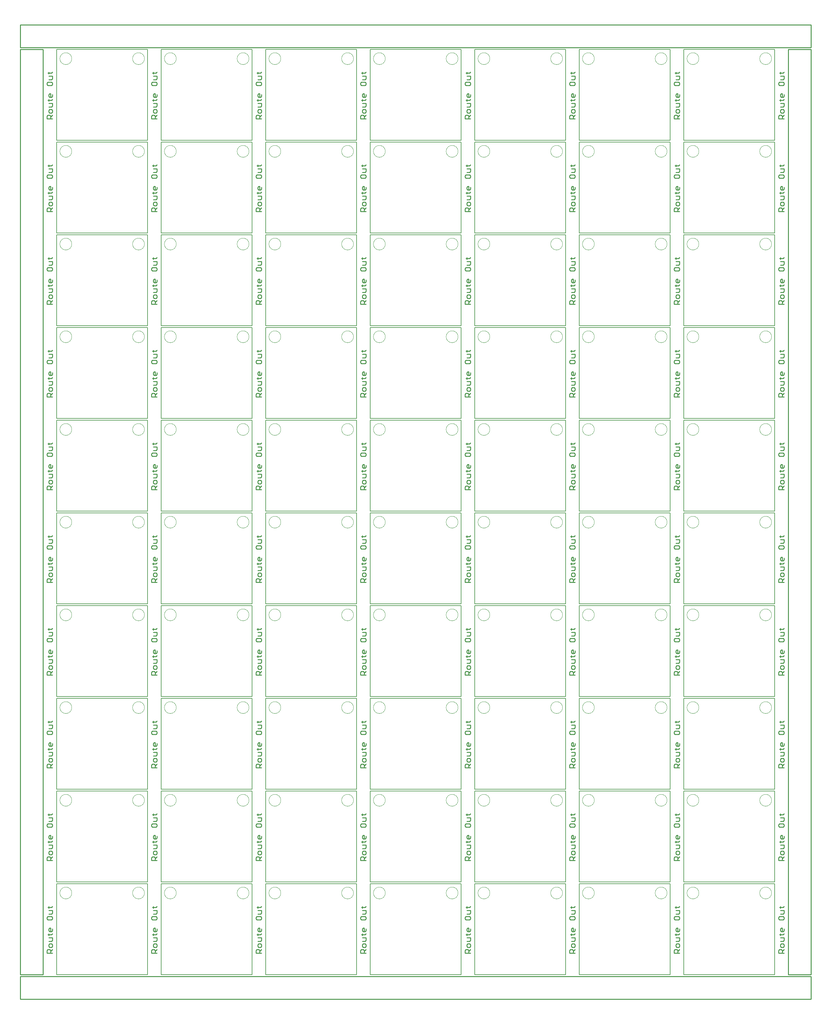
<source format=gko>
G75*
%MOIN*%
%OFA0B0*%
%FSLAX25Y25*%
%IPPOS*%
%LPD*%
%AMOC8*
5,1,8,0,0,1.08239X$1,22.5*
%
%ADD10C,0.00800*%
%ADD11C,0.01100*%
%ADD12C,0.01000*%
%ADD13C,0.00000*%
D10*
X0041500Y0028500D02*
X0141500Y0028500D01*
X0141500Y0128500D01*
X0041500Y0128500D01*
X0041500Y0028500D01*
X0041500Y0130500D02*
X0141500Y0130500D01*
X0141500Y0230500D01*
X0041500Y0230500D01*
X0041500Y0130500D01*
X0041500Y0232500D02*
X0141500Y0232500D01*
X0141500Y0332500D01*
X0041500Y0332500D01*
X0041500Y0232500D01*
X0041500Y0334500D02*
X0141500Y0334500D01*
X0141500Y0434500D01*
X0041500Y0434500D01*
X0041500Y0334500D01*
X0041500Y0436500D02*
X0141500Y0436500D01*
X0141500Y0536500D01*
X0041500Y0536500D01*
X0041500Y0436500D01*
X0041500Y0538500D02*
X0141500Y0538500D01*
X0141500Y0638500D01*
X0041500Y0638500D01*
X0041500Y0538500D01*
X0041500Y0640500D02*
X0141500Y0640500D01*
X0141500Y0740500D01*
X0041500Y0740500D01*
X0041500Y0640500D01*
X0041500Y0742500D02*
X0141500Y0742500D01*
X0141500Y0842500D01*
X0041500Y0842500D01*
X0041500Y0742500D01*
X0041500Y0844500D02*
X0141500Y0844500D01*
X0141500Y0944500D01*
X0041500Y0944500D01*
X0041500Y0844500D01*
X0041500Y0946500D02*
X0141500Y0946500D01*
X0141500Y1046500D01*
X0041500Y1046500D01*
X0041500Y0946500D01*
X0156500Y0946500D02*
X0256500Y0946500D01*
X0256500Y1046500D01*
X0156500Y1046500D01*
X0156500Y0946500D01*
X0156500Y0944500D02*
X0156500Y0844500D01*
X0256500Y0844500D01*
X0256500Y0944500D01*
X0156500Y0944500D01*
X0156500Y0842500D02*
X0156500Y0742500D01*
X0256500Y0742500D01*
X0256500Y0842500D01*
X0156500Y0842500D01*
X0156500Y0740500D02*
X0156500Y0640500D01*
X0256500Y0640500D01*
X0256500Y0740500D01*
X0156500Y0740500D01*
X0156500Y0638500D02*
X0156500Y0538500D01*
X0256500Y0538500D01*
X0256500Y0638500D01*
X0156500Y0638500D01*
X0156500Y0536500D02*
X0156500Y0436500D01*
X0256500Y0436500D01*
X0256500Y0536500D01*
X0156500Y0536500D01*
X0156500Y0434500D02*
X0156500Y0334500D01*
X0256500Y0334500D01*
X0256500Y0434500D01*
X0156500Y0434500D01*
X0156500Y0332500D02*
X0156500Y0232500D01*
X0256500Y0232500D01*
X0256500Y0332500D01*
X0156500Y0332500D01*
X0156500Y0230500D02*
X0156500Y0130500D01*
X0256500Y0130500D01*
X0256500Y0230500D01*
X0156500Y0230500D01*
X0156500Y0128500D02*
X0156500Y0028500D01*
X0256500Y0028500D01*
X0256500Y0128500D01*
X0156500Y0128500D01*
X0271500Y0128500D02*
X0271500Y0028500D01*
X0371500Y0028500D01*
X0371500Y0128500D01*
X0271500Y0128500D01*
X0271500Y0130500D02*
X0371500Y0130500D01*
X0371500Y0230500D01*
X0271500Y0230500D01*
X0271500Y0130500D01*
X0271500Y0232500D02*
X0371500Y0232500D01*
X0371500Y0332500D01*
X0271500Y0332500D01*
X0271500Y0232500D01*
X0271500Y0334500D02*
X0371500Y0334500D01*
X0371500Y0434500D01*
X0271500Y0434500D01*
X0271500Y0334500D01*
X0271500Y0436500D02*
X0371500Y0436500D01*
X0371500Y0536500D01*
X0271500Y0536500D01*
X0271500Y0436500D01*
X0271500Y0538500D02*
X0371500Y0538500D01*
X0371500Y0638500D01*
X0271500Y0638500D01*
X0271500Y0538500D01*
X0271500Y0640500D02*
X0371500Y0640500D01*
X0371500Y0740500D01*
X0271500Y0740500D01*
X0271500Y0640500D01*
X0271500Y0742500D02*
X0371500Y0742500D01*
X0371500Y0842500D01*
X0271500Y0842500D01*
X0271500Y0742500D01*
X0271500Y0844500D02*
X0371500Y0844500D01*
X0371500Y0944500D01*
X0271500Y0944500D01*
X0271500Y0844500D01*
X0271500Y0946500D02*
X0371500Y0946500D01*
X0371500Y1046500D01*
X0271500Y1046500D01*
X0271500Y0946500D01*
X0386500Y0946500D02*
X0486500Y0946500D01*
X0486500Y1046500D01*
X0386500Y1046500D01*
X0386500Y0946500D01*
X0386500Y0944500D02*
X0386500Y0844500D01*
X0486500Y0844500D01*
X0486500Y0944500D01*
X0386500Y0944500D01*
X0386500Y0842500D02*
X0386500Y0742500D01*
X0486500Y0742500D01*
X0486500Y0842500D01*
X0386500Y0842500D01*
X0386500Y0740500D02*
X0386500Y0640500D01*
X0486500Y0640500D01*
X0486500Y0740500D01*
X0386500Y0740500D01*
X0386500Y0638500D02*
X0386500Y0538500D01*
X0486500Y0538500D01*
X0486500Y0638500D01*
X0386500Y0638500D01*
X0386500Y0536500D02*
X0386500Y0436500D01*
X0486500Y0436500D01*
X0486500Y0536500D01*
X0386500Y0536500D01*
X0386500Y0434500D02*
X0386500Y0334500D01*
X0486500Y0334500D01*
X0486500Y0434500D01*
X0386500Y0434500D01*
X0386500Y0332500D02*
X0386500Y0232500D01*
X0486500Y0232500D01*
X0486500Y0332500D01*
X0386500Y0332500D01*
X0386500Y0230500D02*
X0386500Y0130500D01*
X0486500Y0130500D01*
X0486500Y0230500D01*
X0386500Y0230500D01*
X0386500Y0128500D02*
X0386500Y0028500D01*
X0486500Y0028500D01*
X0486500Y0128500D01*
X0386500Y0128500D01*
X0501500Y0128500D02*
X0501500Y0028500D01*
X0601500Y0028500D01*
X0601500Y0128500D01*
X0501500Y0128500D01*
X0501500Y0130500D02*
X0601500Y0130500D01*
X0601500Y0230500D01*
X0501500Y0230500D01*
X0501500Y0130500D01*
X0501500Y0232500D02*
X0601500Y0232500D01*
X0601500Y0332500D01*
X0501500Y0332500D01*
X0501500Y0232500D01*
X0501500Y0334500D02*
X0601500Y0334500D01*
X0601500Y0434500D01*
X0501500Y0434500D01*
X0501500Y0334500D01*
X0501500Y0436500D02*
X0601500Y0436500D01*
X0601500Y0536500D01*
X0501500Y0536500D01*
X0501500Y0436500D01*
X0501500Y0538500D02*
X0601500Y0538500D01*
X0601500Y0638500D01*
X0501500Y0638500D01*
X0501500Y0538500D01*
X0501500Y0640500D02*
X0601500Y0640500D01*
X0601500Y0740500D01*
X0501500Y0740500D01*
X0501500Y0640500D01*
X0501500Y0742500D02*
X0601500Y0742500D01*
X0601500Y0842500D01*
X0501500Y0842500D01*
X0501500Y0742500D01*
X0501500Y0844500D02*
X0601500Y0844500D01*
X0601500Y0944500D01*
X0501500Y0944500D01*
X0501500Y0844500D01*
X0501500Y0946500D02*
X0601500Y0946500D01*
X0601500Y1046500D01*
X0501500Y1046500D01*
X0501500Y0946500D01*
X0616500Y0946500D02*
X0716500Y0946500D01*
X0716500Y1046500D01*
X0616500Y1046500D01*
X0616500Y0946500D01*
X0616500Y0944500D02*
X0616500Y0844500D01*
X0716500Y0844500D01*
X0716500Y0944500D01*
X0616500Y0944500D01*
X0616500Y0842500D02*
X0616500Y0742500D01*
X0716500Y0742500D01*
X0716500Y0842500D01*
X0616500Y0842500D01*
X0616500Y0740500D02*
X0616500Y0640500D01*
X0716500Y0640500D01*
X0716500Y0740500D01*
X0616500Y0740500D01*
X0616500Y0638500D02*
X0616500Y0538500D01*
X0716500Y0538500D01*
X0716500Y0638500D01*
X0616500Y0638500D01*
X0616500Y0536500D02*
X0616500Y0436500D01*
X0716500Y0436500D01*
X0716500Y0536500D01*
X0616500Y0536500D01*
X0616500Y0434500D02*
X0616500Y0334500D01*
X0716500Y0334500D01*
X0716500Y0434500D01*
X0616500Y0434500D01*
X0616500Y0332500D02*
X0616500Y0232500D01*
X0716500Y0232500D01*
X0716500Y0332500D01*
X0616500Y0332500D01*
X0616500Y0230500D02*
X0616500Y0130500D01*
X0716500Y0130500D01*
X0716500Y0230500D01*
X0616500Y0230500D01*
X0616500Y0128500D02*
X0616500Y0028500D01*
X0716500Y0028500D01*
X0716500Y0128500D01*
X0616500Y0128500D01*
X0731500Y0128500D02*
X0731500Y0028500D01*
X0831500Y0028500D01*
X0831500Y0128500D01*
X0731500Y0128500D01*
X0731500Y0130500D02*
X0831500Y0130500D01*
X0831500Y0230500D01*
X0731500Y0230500D01*
X0731500Y0130500D01*
X0731500Y0232500D02*
X0831500Y0232500D01*
X0831500Y0332500D01*
X0731500Y0332500D01*
X0731500Y0232500D01*
X0731500Y0334500D02*
X0831500Y0334500D01*
X0831500Y0434500D01*
X0731500Y0434500D01*
X0731500Y0334500D01*
X0731500Y0436500D02*
X0831500Y0436500D01*
X0831500Y0536500D01*
X0731500Y0536500D01*
X0731500Y0436500D01*
X0731500Y0538500D02*
X0831500Y0538500D01*
X0831500Y0638500D01*
X0731500Y0638500D01*
X0731500Y0538500D01*
X0731500Y0640500D02*
X0831500Y0640500D01*
X0831500Y0740500D01*
X0731500Y0740500D01*
X0731500Y0640500D01*
X0731500Y0742500D02*
X0831500Y0742500D01*
X0831500Y0842500D01*
X0731500Y0842500D01*
X0731500Y0742500D01*
X0731500Y0844500D02*
X0831500Y0844500D01*
X0831500Y0944500D01*
X0731500Y0944500D01*
X0731500Y0844500D01*
X0731500Y0946500D02*
X0831500Y0946500D01*
X0831500Y1046500D01*
X0731500Y1046500D01*
X0731500Y0946500D01*
D11*
X0726950Y0970194D02*
X0721045Y0970194D01*
X0721045Y0973146D01*
X0722029Y0974130D01*
X0723997Y0974130D01*
X0724982Y0973146D01*
X0724982Y0970194D01*
X0724982Y0972162D02*
X0726950Y0974130D01*
X0725966Y0976639D02*
X0726950Y0977623D01*
X0726950Y0979592D01*
X0725966Y0980576D01*
X0723997Y0980576D01*
X0723013Y0979592D01*
X0723013Y0977623D01*
X0723997Y0976639D01*
X0725966Y0976639D01*
X0725966Y0983085D02*
X0723013Y0983085D01*
X0725966Y0983085D02*
X0726950Y0984069D01*
X0726950Y0987021D01*
X0723013Y0987021D01*
X0723013Y0989530D02*
X0723013Y0991499D01*
X0722029Y0990514D02*
X0725966Y0990514D01*
X0726950Y0991499D01*
X0725966Y0993827D02*
X0723997Y0993827D01*
X0723013Y0994811D01*
X0723013Y0996780D01*
X0723997Y0997764D01*
X0724982Y0997764D01*
X0724982Y0993827D01*
X0725966Y0993827D02*
X0726950Y0994811D01*
X0726950Y0996780D01*
X0725966Y1006718D02*
X0722029Y1006718D01*
X0721045Y1007702D01*
X0721045Y1009671D01*
X0722029Y1010655D01*
X0725966Y1010655D01*
X0726950Y1009671D01*
X0726950Y1007702D01*
X0725966Y1006718D01*
X0725966Y1013164D02*
X0723013Y1013164D01*
X0725966Y1013164D02*
X0726950Y1014148D01*
X0726950Y1017100D01*
X0723013Y1017100D01*
X0723013Y1019609D02*
X0723013Y1021578D01*
X0722029Y1020593D02*
X0725966Y1020593D01*
X0726950Y1021578D01*
X0726950Y0919578D02*
X0725966Y0918593D01*
X0722029Y0918593D01*
X0723013Y0917609D02*
X0723013Y0919578D01*
X0723013Y0915100D02*
X0726950Y0915100D01*
X0726950Y0912148D01*
X0725966Y0911164D01*
X0723013Y0911164D01*
X0722029Y0908655D02*
X0721045Y0907671D01*
X0721045Y0905702D01*
X0722029Y0904718D01*
X0725966Y0904718D01*
X0726950Y0905702D01*
X0726950Y0907671D01*
X0725966Y0908655D01*
X0722029Y0908655D01*
X0723997Y0895764D02*
X0724982Y0895764D01*
X0724982Y0891827D01*
X0725966Y0891827D02*
X0723997Y0891827D01*
X0723013Y0892811D01*
X0723013Y0894780D01*
X0723997Y0895764D01*
X0726950Y0894780D02*
X0726950Y0892811D01*
X0725966Y0891827D01*
X0726950Y0889499D02*
X0725966Y0888514D01*
X0722029Y0888514D01*
X0723013Y0887530D02*
X0723013Y0889499D01*
X0723013Y0885021D02*
X0726950Y0885021D01*
X0726950Y0882069D01*
X0725966Y0881085D01*
X0723013Y0881085D01*
X0723997Y0878576D02*
X0723013Y0877592D01*
X0723013Y0875623D01*
X0723997Y0874639D01*
X0725966Y0874639D01*
X0726950Y0875623D01*
X0726950Y0877592D01*
X0725966Y0878576D01*
X0723997Y0878576D01*
X0723997Y0872130D02*
X0724982Y0871146D01*
X0724982Y0868194D01*
X0726950Y0868194D02*
X0721045Y0868194D01*
X0721045Y0871146D01*
X0722029Y0872130D01*
X0723997Y0872130D01*
X0724982Y0870162D02*
X0726950Y0872130D01*
X0726950Y0817578D02*
X0725966Y0816593D01*
X0722029Y0816593D01*
X0723013Y0815609D02*
X0723013Y0817578D01*
X0723013Y0813100D02*
X0726950Y0813100D01*
X0726950Y0810148D01*
X0725966Y0809164D01*
X0723013Y0809164D01*
X0722029Y0806655D02*
X0721045Y0805671D01*
X0721045Y0803702D01*
X0722029Y0802718D01*
X0725966Y0802718D01*
X0726950Y0803702D01*
X0726950Y0805671D01*
X0725966Y0806655D01*
X0722029Y0806655D01*
X0723997Y0793764D02*
X0724982Y0793764D01*
X0724982Y0789827D01*
X0725966Y0789827D02*
X0723997Y0789827D01*
X0723013Y0790811D01*
X0723013Y0792780D01*
X0723997Y0793764D01*
X0726950Y0792780D02*
X0726950Y0790811D01*
X0725966Y0789827D01*
X0726950Y0787499D02*
X0725966Y0786514D01*
X0722029Y0786514D01*
X0723013Y0785530D02*
X0723013Y0787499D01*
X0723013Y0783021D02*
X0726950Y0783021D01*
X0726950Y0780069D01*
X0725966Y0779085D01*
X0723013Y0779085D01*
X0723997Y0776576D02*
X0723013Y0775592D01*
X0723013Y0773623D01*
X0723997Y0772639D01*
X0725966Y0772639D01*
X0726950Y0773623D01*
X0726950Y0775592D01*
X0725966Y0776576D01*
X0723997Y0776576D01*
X0723997Y0770130D02*
X0724982Y0769146D01*
X0724982Y0766194D01*
X0726950Y0766194D02*
X0721045Y0766194D01*
X0721045Y0769146D01*
X0722029Y0770130D01*
X0723997Y0770130D01*
X0724982Y0768162D02*
X0726950Y0770130D01*
X0726950Y0715578D02*
X0725966Y0714593D01*
X0722029Y0714593D01*
X0723013Y0713609D02*
X0723013Y0715578D01*
X0723013Y0711100D02*
X0726950Y0711100D01*
X0726950Y0708148D01*
X0725966Y0707164D01*
X0723013Y0707164D01*
X0722029Y0704655D02*
X0721045Y0703671D01*
X0721045Y0701702D01*
X0722029Y0700718D01*
X0725966Y0700718D01*
X0726950Y0701702D01*
X0726950Y0703671D01*
X0725966Y0704655D01*
X0722029Y0704655D01*
X0723997Y0691764D02*
X0724982Y0691764D01*
X0724982Y0687827D01*
X0725966Y0687827D02*
X0723997Y0687827D01*
X0723013Y0688811D01*
X0723013Y0690780D01*
X0723997Y0691764D01*
X0726950Y0690780D02*
X0726950Y0688811D01*
X0725966Y0687827D01*
X0726950Y0685499D02*
X0725966Y0684514D01*
X0722029Y0684514D01*
X0723013Y0683530D02*
X0723013Y0685499D01*
X0723013Y0681021D02*
X0726950Y0681021D01*
X0726950Y0678069D01*
X0725966Y0677085D01*
X0723013Y0677085D01*
X0723997Y0674576D02*
X0723013Y0673592D01*
X0723013Y0671623D01*
X0723997Y0670639D01*
X0725966Y0670639D01*
X0726950Y0671623D01*
X0726950Y0673592D01*
X0725966Y0674576D01*
X0723997Y0674576D01*
X0723997Y0668130D02*
X0724982Y0667146D01*
X0724982Y0664194D01*
X0726950Y0664194D02*
X0721045Y0664194D01*
X0721045Y0667146D01*
X0722029Y0668130D01*
X0723997Y0668130D01*
X0724982Y0666162D02*
X0726950Y0668130D01*
X0726950Y0613578D02*
X0725966Y0612593D01*
X0722029Y0612593D01*
X0723013Y0611609D02*
X0723013Y0613578D01*
X0723013Y0609100D02*
X0726950Y0609100D01*
X0726950Y0606148D01*
X0725966Y0605164D01*
X0723013Y0605164D01*
X0722029Y0602655D02*
X0721045Y0601671D01*
X0721045Y0599702D01*
X0722029Y0598718D01*
X0725966Y0598718D01*
X0726950Y0599702D01*
X0726950Y0601671D01*
X0725966Y0602655D01*
X0722029Y0602655D01*
X0723997Y0589764D02*
X0724982Y0589764D01*
X0724982Y0585827D01*
X0725966Y0585827D02*
X0723997Y0585827D01*
X0723013Y0586811D01*
X0723013Y0588780D01*
X0723997Y0589764D01*
X0726950Y0588780D02*
X0726950Y0586811D01*
X0725966Y0585827D01*
X0726950Y0583499D02*
X0725966Y0582514D01*
X0722029Y0582514D01*
X0723013Y0581530D02*
X0723013Y0583499D01*
X0723013Y0579021D02*
X0726950Y0579021D01*
X0726950Y0576069D01*
X0725966Y0575085D01*
X0723013Y0575085D01*
X0723997Y0572576D02*
X0723013Y0571592D01*
X0723013Y0569623D01*
X0723997Y0568639D01*
X0725966Y0568639D01*
X0726950Y0569623D01*
X0726950Y0571592D01*
X0725966Y0572576D01*
X0723997Y0572576D01*
X0723997Y0566130D02*
X0724982Y0565146D01*
X0724982Y0562194D01*
X0726950Y0562194D02*
X0721045Y0562194D01*
X0721045Y0565146D01*
X0722029Y0566130D01*
X0723997Y0566130D01*
X0724982Y0564162D02*
X0726950Y0566130D01*
X0726950Y0511578D02*
X0725966Y0510593D01*
X0722029Y0510593D01*
X0723013Y0509609D02*
X0723013Y0511578D01*
X0723013Y0507100D02*
X0726950Y0507100D01*
X0726950Y0504148D01*
X0725966Y0503164D01*
X0723013Y0503164D01*
X0722029Y0500655D02*
X0721045Y0499671D01*
X0721045Y0497702D01*
X0722029Y0496718D01*
X0725966Y0496718D01*
X0726950Y0497702D01*
X0726950Y0499671D01*
X0725966Y0500655D01*
X0722029Y0500655D01*
X0723997Y0487764D02*
X0724982Y0487764D01*
X0724982Y0483827D01*
X0725966Y0483827D02*
X0723997Y0483827D01*
X0723013Y0484811D01*
X0723013Y0486780D01*
X0723997Y0487764D01*
X0726950Y0486780D02*
X0726950Y0484811D01*
X0725966Y0483827D01*
X0726950Y0481499D02*
X0725966Y0480514D01*
X0722029Y0480514D01*
X0723013Y0479530D02*
X0723013Y0481499D01*
X0723013Y0477021D02*
X0726950Y0477021D01*
X0726950Y0474069D01*
X0725966Y0473085D01*
X0723013Y0473085D01*
X0723997Y0470576D02*
X0723013Y0469592D01*
X0723013Y0467623D01*
X0723997Y0466639D01*
X0725966Y0466639D01*
X0726950Y0467623D01*
X0726950Y0469592D01*
X0725966Y0470576D01*
X0723997Y0470576D01*
X0723997Y0464130D02*
X0724982Y0463146D01*
X0724982Y0460194D01*
X0726950Y0460194D02*
X0721045Y0460194D01*
X0721045Y0463146D01*
X0722029Y0464130D01*
X0723997Y0464130D01*
X0724982Y0462162D02*
X0726950Y0464130D01*
X0726950Y0409578D02*
X0725966Y0408593D01*
X0722029Y0408593D01*
X0723013Y0407609D02*
X0723013Y0409578D01*
X0723013Y0405100D02*
X0726950Y0405100D01*
X0726950Y0402148D01*
X0725966Y0401164D01*
X0723013Y0401164D01*
X0722029Y0398655D02*
X0721045Y0397671D01*
X0721045Y0395702D01*
X0722029Y0394718D01*
X0725966Y0394718D01*
X0726950Y0395702D01*
X0726950Y0397671D01*
X0725966Y0398655D01*
X0722029Y0398655D01*
X0723997Y0385764D02*
X0724982Y0385764D01*
X0724982Y0381827D01*
X0725966Y0381827D02*
X0723997Y0381827D01*
X0723013Y0382811D01*
X0723013Y0384780D01*
X0723997Y0385764D01*
X0726950Y0384780D02*
X0726950Y0382811D01*
X0725966Y0381827D01*
X0726950Y0379499D02*
X0725966Y0378514D01*
X0722029Y0378514D01*
X0723013Y0377530D02*
X0723013Y0379499D01*
X0723013Y0375021D02*
X0726950Y0375021D01*
X0726950Y0372069D01*
X0725966Y0371085D01*
X0723013Y0371085D01*
X0723997Y0368576D02*
X0723013Y0367592D01*
X0723013Y0365623D01*
X0723997Y0364639D01*
X0725966Y0364639D01*
X0726950Y0365623D01*
X0726950Y0367592D01*
X0725966Y0368576D01*
X0723997Y0368576D01*
X0723997Y0362130D02*
X0724982Y0361146D01*
X0724982Y0358194D01*
X0726950Y0358194D02*
X0721045Y0358194D01*
X0721045Y0361146D01*
X0722029Y0362130D01*
X0723997Y0362130D01*
X0724982Y0360162D02*
X0726950Y0362130D01*
X0726950Y0307578D02*
X0725966Y0306593D01*
X0722029Y0306593D01*
X0723013Y0305609D02*
X0723013Y0307578D01*
X0723013Y0303100D02*
X0726950Y0303100D01*
X0726950Y0300148D01*
X0725966Y0299164D01*
X0723013Y0299164D01*
X0722029Y0296655D02*
X0721045Y0295671D01*
X0721045Y0293702D01*
X0722029Y0292718D01*
X0725966Y0292718D01*
X0726950Y0293702D01*
X0726950Y0295671D01*
X0725966Y0296655D01*
X0722029Y0296655D01*
X0723997Y0283764D02*
X0724982Y0283764D01*
X0724982Y0279827D01*
X0725966Y0279827D02*
X0723997Y0279827D01*
X0723013Y0280811D01*
X0723013Y0282780D01*
X0723997Y0283764D01*
X0726950Y0282780D02*
X0726950Y0280811D01*
X0725966Y0279827D01*
X0726950Y0277499D02*
X0725966Y0276514D01*
X0722029Y0276514D01*
X0723013Y0275530D02*
X0723013Y0277499D01*
X0723013Y0273021D02*
X0726950Y0273021D01*
X0726950Y0270069D01*
X0725966Y0269085D01*
X0723013Y0269085D01*
X0723997Y0266576D02*
X0723013Y0265592D01*
X0723013Y0263623D01*
X0723997Y0262639D01*
X0725966Y0262639D01*
X0726950Y0263623D01*
X0726950Y0265592D01*
X0725966Y0266576D01*
X0723997Y0266576D01*
X0723997Y0260130D02*
X0724982Y0259146D01*
X0724982Y0256194D01*
X0726950Y0256194D02*
X0721045Y0256194D01*
X0721045Y0259146D01*
X0722029Y0260130D01*
X0723997Y0260130D01*
X0724982Y0258162D02*
X0726950Y0260130D01*
X0726950Y0205578D02*
X0725966Y0204593D01*
X0722029Y0204593D01*
X0723013Y0203609D02*
X0723013Y0205578D01*
X0723013Y0201100D02*
X0726950Y0201100D01*
X0726950Y0198148D01*
X0725966Y0197164D01*
X0723013Y0197164D01*
X0722029Y0194655D02*
X0721045Y0193671D01*
X0721045Y0191702D01*
X0722029Y0190718D01*
X0725966Y0190718D01*
X0726950Y0191702D01*
X0726950Y0193671D01*
X0725966Y0194655D01*
X0722029Y0194655D01*
X0723997Y0181764D02*
X0724982Y0181764D01*
X0724982Y0177827D01*
X0725966Y0177827D02*
X0723997Y0177827D01*
X0723013Y0178811D01*
X0723013Y0180780D01*
X0723997Y0181764D01*
X0726950Y0180780D02*
X0726950Y0178811D01*
X0725966Y0177827D01*
X0726950Y0175499D02*
X0725966Y0174514D01*
X0722029Y0174514D01*
X0723013Y0173530D02*
X0723013Y0175499D01*
X0723013Y0171021D02*
X0726950Y0171021D01*
X0726950Y0168069D01*
X0725966Y0167085D01*
X0723013Y0167085D01*
X0723997Y0164576D02*
X0723013Y0163592D01*
X0723013Y0161623D01*
X0723997Y0160639D01*
X0725966Y0160639D01*
X0726950Y0161623D01*
X0726950Y0163592D01*
X0725966Y0164576D01*
X0723997Y0164576D01*
X0723997Y0158130D02*
X0724982Y0157146D01*
X0724982Y0154194D01*
X0726950Y0154194D02*
X0721045Y0154194D01*
X0721045Y0157146D01*
X0722029Y0158130D01*
X0723997Y0158130D01*
X0724982Y0156162D02*
X0726950Y0158130D01*
X0726950Y0103578D02*
X0725966Y0102593D01*
X0722029Y0102593D01*
X0723013Y0101609D02*
X0723013Y0103578D01*
X0723013Y0099100D02*
X0726950Y0099100D01*
X0726950Y0096148D01*
X0725966Y0095164D01*
X0723013Y0095164D01*
X0722029Y0092655D02*
X0721045Y0091671D01*
X0721045Y0089702D01*
X0722029Y0088718D01*
X0725966Y0088718D01*
X0726950Y0089702D01*
X0726950Y0091671D01*
X0725966Y0092655D01*
X0722029Y0092655D01*
X0723997Y0079764D02*
X0724982Y0079764D01*
X0724982Y0075827D01*
X0725966Y0075827D02*
X0723997Y0075827D01*
X0723013Y0076811D01*
X0723013Y0078780D01*
X0723997Y0079764D01*
X0726950Y0078780D02*
X0726950Y0076811D01*
X0725966Y0075827D01*
X0726950Y0073499D02*
X0725966Y0072514D01*
X0722029Y0072514D01*
X0723013Y0071530D02*
X0723013Y0073499D01*
X0723013Y0069021D02*
X0726950Y0069021D01*
X0726950Y0066069D01*
X0725966Y0065085D01*
X0723013Y0065085D01*
X0723997Y0062576D02*
X0723013Y0061592D01*
X0723013Y0059623D01*
X0723997Y0058639D01*
X0725966Y0058639D01*
X0726950Y0059623D01*
X0726950Y0061592D01*
X0725966Y0062576D01*
X0723997Y0062576D01*
X0723997Y0056130D02*
X0724982Y0055146D01*
X0724982Y0052194D01*
X0726950Y0052194D02*
X0721045Y0052194D01*
X0721045Y0055146D01*
X0722029Y0056130D01*
X0723997Y0056130D01*
X0724982Y0054162D02*
X0726950Y0056130D01*
X0836045Y0055146D02*
X0836045Y0052194D01*
X0841950Y0052194D01*
X0839982Y0052194D02*
X0839982Y0055146D01*
X0838997Y0056130D01*
X0837029Y0056130D01*
X0836045Y0055146D01*
X0839982Y0054162D02*
X0841950Y0056130D01*
X0840966Y0058639D02*
X0841950Y0059623D01*
X0841950Y0061592D01*
X0840966Y0062576D01*
X0838997Y0062576D01*
X0838013Y0061592D01*
X0838013Y0059623D01*
X0838997Y0058639D01*
X0840966Y0058639D01*
X0840966Y0065085D02*
X0838013Y0065085D01*
X0840966Y0065085D02*
X0841950Y0066069D01*
X0841950Y0069021D01*
X0838013Y0069021D01*
X0838013Y0071530D02*
X0838013Y0073499D01*
X0837029Y0072514D02*
X0840966Y0072514D01*
X0841950Y0073499D01*
X0840966Y0075827D02*
X0838997Y0075827D01*
X0838013Y0076811D01*
X0838013Y0078780D01*
X0838997Y0079764D01*
X0839982Y0079764D01*
X0839982Y0075827D01*
X0840966Y0075827D02*
X0841950Y0076811D01*
X0841950Y0078780D01*
X0840966Y0088718D02*
X0837029Y0088718D01*
X0836045Y0089702D01*
X0836045Y0091671D01*
X0837029Y0092655D01*
X0840966Y0092655D01*
X0841950Y0091671D01*
X0841950Y0089702D01*
X0840966Y0088718D01*
X0840966Y0095164D02*
X0841950Y0096148D01*
X0841950Y0099100D01*
X0838013Y0099100D01*
X0838013Y0101609D02*
X0838013Y0103578D01*
X0837029Y0102593D02*
X0840966Y0102593D01*
X0841950Y0103578D01*
X0840966Y0095164D02*
X0838013Y0095164D01*
X0836045Y0154194D02*
X0836045Y0157146D01*
X0837029Y0158130D01*
X0838997Y0158130D01*
X0839982Y0157146D01*
X0839982Y0154194D01*
X0841950Y0154194D02*
X0836045Y0154194D01*
X0839982Y0156162D02*
X0841950Y0158130D01*
X0840966Y0160639D02*
X0841950Y0161623D01*
X0841950Y0163592D01*
X0840966Y0164576D01*
X0838997Y0164576D01*
X0838013Y0163592D01*
X0838013Y0161623D01*
X0838997Y0160639D01*
X0840966Y0160639D01*
X0840966Y0167085D02*
X0838013Y0167085D01*
X0840966Y0167085D02*
X0841950Y0168069D01*
X0841950Y0171021D01*
X0838013Y0171021D01*
X0838013Y0173530D02*
X0838013Y0175499D01*
X0837029Y0174514D02*
X0840966Y0174514D01*
X0841950Y0175499D01*
X0840966Y0177827D02*
X0838997Y0177827D01*
X0838013Y0178811D01*
X0838013Y0180780D01*
X0838997Y0181764D01*
X0839982Y0181764D01*
X0839982Y0177827D01*
X0840966Y0177827D02*
X0841950Y0178811D01*
X0841950Y0180780D01*
X0840966Y0190718D02*
X0837029Y0190718D01*
X0836045Y0191702D01*
X0836045Y0193671D01*
X0837029Y0194655D01*
X0840966Y0194655D01*
X0841950Y0193671D01*
X0841950Y0191702D01*
X0840966Y0190718D01*
X0840966Y0197164D02*
X0838013Y0197164D01*
X0840966Y0197164D02*
X0841950Y0198148D01*
X0841950Y0201100D01*
X0838013Y0201100D01*
X0838013Y0203609D02*
X0838013Y0205578D01*
X0837029Y0204593D02*
X0840966Y0204593D01*
X0841950Y0205578D01*
X0841950Y0256194D02*
X0836045Y0256194D01*
X0836045Y0259146D01*
X0837029Y0260130D01*
X0838997Y0260130D01*
X0839982Y0259146D01*
X0839982Y0256194D01*
X0839982Y0258162D02*
X0841950Y0260130D01*
X0840966Y0262639D02*
X0841950Y0263623D01*
X0841950Y0265592D01*
X0840966Y0266576D01*
X0838997Y0266576D01*
X0838013Y0265592D01*
X0838013Y0263623D01*
X0838997Y0262639D01*
X0840966Y0262639D01*
X0840966Y0269085D02*
X0838013Y0269085D01*
X0840966Y0269085D02*
X0841950Y0270069D01*
X0841950Y0273021D01*
X0838013Y0273021D01*
X0838013Y0275530D02*
X0838013Y0277499D01*
X0837029Y0276514D02*
X0840966Y0276514D01*
X0841950Y0277499D01*
X0840966Y0279827D02*
X0838997Y0279827D01*
X0838013Y0280811D01*
X0838013Y0282780D01*
X0838997Y0283764D01*
X0839982Y0283764D01*
X0839982Y0279827D01*
X0840966Y0279827D02*
X0841950Y0280811D01*
X0841950Y0282780D01*
X0840966Y0292718D02*
X0837029Y0292718D01*
X0836045Y0293702D01*
X0836045Y0295671D01*
X0837029Y0296655D01*
X0840966Y0296655D01*
X0841950Y0295671D01*
X0841950Y0293702D01*
X0840966Y0292718D01*
X0840966Y0299164D02*
X0841950Y0300148D01*
X0841950Y0303100D01*
X0838013Y0303100D01*
X0838013Y0305609D02*
X0838013Y0307578D01*
X0837029Y0306593D02*
X0840966Y0306593D01*
X0841950Y0307578D01*
X0840966Y0299164D02*
X0838013Y0299164D01*
X0836045Y0358194D02*
X0836045Y0361146D01*
X0837029Y0362130D01*
X0838997Y0362130D01*
X0839982Y0361146D01*
X0839982Y0358194D01*
X0841950Y0358194D02*
X0836045Y0358194D01*
X0839982Y0360162D02*
X0841950Y0362130D01*
X0840966Y0364639D02*
X0841950Y0365623D01*
X0841950Y0367592D01*
X0840966Y0368576D01*
X0838997Y0368576D01*
X0838013Y0367592D01*
X0838013Y0365623D01*
X0838997Y0364639D01*
X0840966Y0364639D01*
X0840966Y0371085D02*
X0838013Y0371085D01*
X0840966Y0371085D02*
X0841950Y0372069D01*
X0841950Y0375021D01*
X0838013Y0375021D01*
X0838013Y0377530D02*
X0838013Y0379499D01*
X0837029Y0378514D02*
X0840966Y0378514D01*
X0841950Y0379499D01*
X0840966Y0381827D02*
X0838997Y0381827D01*
X0838013Y0382811D01*
X0838013Y0384780D01*
X0838997Y0385764D01*
X0839982Y0385764D01*
X0839982Y0381827D01*
X0840966Y0381827D02*
X0841950Y0382811D01*
X0841950Y0384780D01*
X0840966Y0394718D02*
X0837029Y0394718D01*
X0836045Y0395702D01*
X0836045Y0397671D01*
X0837029Y0398655D01*
X0840966Y0398655D01*
X0841950Y0397671D01*
X0841950Y0395702D01*
X0840966Y0394718D01*
X0840966Y0401164D02*
X0838013Y0401164D01*
X0840966Y0401164D02*
X0841950Y0402148D01*
X0841950Y0405100D01*
X0838013Y0405100D01*
X0838013Y0407609D02*
X0838013Y0409578D01*
X0837029Y0408593D02*
X0840966Y0408593D01*
X0841950Y0409578D01*
X0841950Y0460194D02*
X0836045Y0460194D01*
X0836045Y0463146D01*
X0837029Y0464130D01*
X0838997Y0464130D01*
X0839982Y0463146D01*
X0839982Y0460194D01*
X0839982Y0462162D02*
X0841950Y0464130D01*
X0840966Y0466639D02*
X0841950Y0467623D01*
X0841950Y0469592D01*
X0840966Y0470576D01*
X0838997Y0470576D01*
X0838013Y0469592D01*
X0838013Y0467623D01*
X0838997Y0466639D01*
X0840966Y0466639D01*
X0840966Y0473085D02*
X0838013Y0473085D01*
X0840966Y0473085D02*
X0841950Y0474069D01*
X0841950Y0477021D01*
X0838013Y0477021D01*
X0838013Y0479530D02*
X0838013Y0481499D01*
X0837029Y0480514D02*
X0840966Y0480514D01*
X0841950Y0481499D01*
X0840966Y0483827D02*
X0838997Y0483827D01*
X0838013Y0484811D01*
X0838013Y0486780D01*
X0838997Y0487764D01*
X0839982Y0487764D01*
X0839982Y0483827D01*
X0840966Y0483827D02*
X0841950Y0484811D01*
X0841950Y0486780D01*
X0840966Y0496718D02*
X0837029Y0496718D01*
X0836045Y0497702D01*
X0836045Y0499671D01*
X0837029Y0500655D01*
X0840966Y0500655D01*
X0841950Y0499671D01*
X0841950Y0497702D01*
X0840966Y0496718D01*
X0840966Y0503164D02*
X0841950Y0504148D01*
X0841950Y0507100D01*
X0838013Y0507100D01*
X0838013Y0509609D02*
X0838013Y0511578D01*
X0837029Y0510593D02*
X0840966Y0510593D01*
X0841950Y0511578D01*
X0840966Y0503164D02*
X0838013Y0503164D01*
X0836045Y0562194D02*
X0836045Y0565146D01*
X0837029Y0566130D01*
X0838997Y0566130D01*
X0839982Y0565146D01*
X0839982Y0562194D01*
X0841950Y0562194D02*
X0836045Y0562194D01*
X0839982Y0564162D02*
X0841950Y0566130D01*
X0840966Y0568639D02*
X0841950Y0569623D01*
X0841950Y0571592D01*
X0840966Y0572576D01*
X0838997Y0572576D01*
X0838013Y0571592D01*
X0838013Y0569623D01*
X0838997Y0568639D01*
X0840966Y0568639D01*
X0840966Y0575085D02*
X0838013Y0575085D01*
X0840966Y0575085D02*
X0841950Y0576069D01*
X0841950Y0579021D01*
X0838013Y0579021D01*
X0838013Y0581530D02*
X0838013Y0583499D01*
X0837029Y0582514D02*
X0840966Y0582514D01*
X0841950Y0583499D01*
X0840966Y0585827D02*
X0838997Y0585827D01*
X0838013Y0586811D01*
X0838013Y0588780D01*
X0838997Y0589764D01*
X0839982Y0589764D01*
X0839982Y0585827D01*
X0840966Y0585827D02*
X0841950Y0586811D01*
X0841950Y0588780D01*
X0840966Y0598718D02*
X0837029Y0598718D01*
X0836045Y0599702D01*
X0836045Y0601671D01*
X0837029Y0602655D01*
X0840966Y0602655D01*
X0841950Y0601671D01*
X0841950Y0599702D01*
X0840966Y0598718D01*
X0840966Y0605164D02*
X0838013Y0605164D01*
X0840966Y0605164D02*
X0841950Y0606148D01*
X0841950Y0609100D01*
X0838013Y0609100D01*
X0838013Y0611609D02*
X0838013Y0613578D01*
X0837029Y0612593D02*
X0840966Y0612593D01*
X0841950Y0613578D01*
X0841950Y0664194D02*
X0836045Y0664194D01*
X0836045Y0667146D01*
X0837029Y0668130D01*
X0838997Y0668130D01*
X0839982Y0667146D01*
X0839982Y0664194D01*
X0839982Y0666162D02*
X0841950Y0668130D01*
X0840966Y0670639D02*
X0841950Y0671623D01*
X0841950Y0673592D01*
X0840966Y0674576D01*
X0838997Y0674576D01*
X0838013Y0673592D01*
X0838013Y0671623D01*
X0838997Y0670639D01*
X0840966Y0670639D01*
X0840966Y0677085D02*
X0841950Y0678069D01*
X0841950Y0681021D01*
X0838013Y0681021D01*
X0838013Y0683530D02*
X0838013Y0685499D01*
X0837029Y0684514D02*
X0840966Y0684514D01*
X0841950Y0685499D01*
X0840966Y0687827D02*
X0838997Y0687827D01*
X0838013Y0688811D01*
X0838013Y0690780D01*
X0838997Y0691764D01*
X0839982Y0691764D01*
X0839982Y0687827D01*
X0840966Y0687827D02*
X0841950Y0688811D01*
X0841950Y0690780D01*
X0840966Y0700718D02*
X0837029Y0700718D01*
X0836045Y0701702D01*
X0836045Y0703671D01*
X0837029Y0704655D01*
X0840966Y0704655D01*
X0841950Y0703671D01*
X0841950Y0701702D01*
X0840966Y0700718D01*
X0840966Y0707164D02*
X0841950Y0708148D01*
X0841950Y0711100D01*
X0838013Y0711100D01*
X0838013Y0713609D02*
X0838013Y0715578D01*
X0837029Y0714593D02*
X0840966Y0714593D01*
X0841950Y0715578D01*
X0840966Y0707164D02*
X0838013Y0707164D01*
X0838013Y0677085D02*
X0840966Y0677085D01*
X0841950Y0766194D02*
X0836045Y0766194D01*
X0836045Y0769146D01*
X0837029Y0770130D01*
X0838997Y0770130D01*
X0839982Y0769146D01*
X0839982Y0766194D01*
X0839982Y0768162D02*
X0841950Y0770130D01*
X0840966Y0772639D02*
X0841950Y0773623D01*
X0841950Y0775592D01*
X0840966Y0776576D01*
X0838997Y0776576D01*
X0838013Y0775592D01*
X0838013Y0773623D01*
X0838997Y0772639D01*
X0840966Y0772639D01*
X0840966Y0779085D02*
X0838013Y0779085D01*
X0840966Y0779085D02*
X0841950Y0780069D01*
X0841950Y0783021D01*
X0838013Y0783021D01*
X0838013Y0785530D02*
X0838013Y0787499D01*
X0837029Y0786514D02*
X0840966Y0786514D01*
X0841950Y0787499D01*
X0840966Y0789827D02*
X0838997Y0789827D01*
X0838013Y0790811D01*
X0838013Y0792780D01*
X0838997Y0793764D01*
X0839982Y0793764D01*
X0839982Y0789827D01*
X0840966Y0789827D02*
X0841950Y0790811D01*
X0841950Y0792780D01*
X0840966Y0802718D02*
X0837029Y0802718D01*
X0836045Y0803702D01*
X0836045Y0805671D01*
X0837029Y0806655D01*
X0840966Y0806655D01*
X0841950Y0805671D01*
X0841950Y0803702D01*
X0840966Y0802718D01*
X0840966Y0809164D02*
X0838013Y0809164D01*
X0840966Y0809164D02*
X0841950Y0810148D01*
X0841950Y0813100D01*
X0838013Y0813100D01*
X0838013Y0815609D02*
X0838013Y0817578D01*
X0837029Y0816593D02*
X0840966Y0816593D01*
X0841950Y0817578D01*
X0841950Y0868194D02*
X0836045Y0868194D01*
X0836045Y0871146D01*
X0837029Y0872130D01*
X0838997Y0872130D01*
X0839982Y0871146D01*
X0839982Y0868194D01*
X0839982Y0870162D02*
X0841950Y0872130D01*
X0840966Y0874639D02*
X0841950Y0875623D01*
X0841950Y0877592D01*
X0840966Y0878576D01*
X0838997Y0878576D01*
X0838013Y0877592D01*
X0838013Y0875623D01*
X0838997Y0874639D01*
X0840966Y0874639D01*
X0840966Y0881085D02*
X0841950Y0882069D01*
X0841950Y0885021D01*
X0838013Y0885021D01*
X0838013Y0887530D02*
X0838013Y0889499D01*
X0837029Y0888514D02*
X0840966Y0888514D01*
X0841950Y0889499D01*
X0840966Y0891827D02*
X0838997Y0891827D01*
X0838013Y0892811D01*
X0838013Y0894780D01*
X0838997Y0895764D01*
X0839982Y0895764D01*
X0839982Y0891827D01*
X0840966Y0891827D02*
X0841950Y0892811D01*
X0841950Y0894780D01*
X0840966Y0904718D02*
X0837029Y0904718D01*
X0836045Y0905702D01*
X0836045Y0907671D01*
X0837029Y0908655D01*
X0840966Y0908655D01*
X0841950Y0907671D01*
X0841950Y0905702D01*
X0840966Y0904718D01*
X0840966Y0911164D02*
X0841950Y0912148D01*
X0841950Y0915100D01*
X0838013Y0915100D01*
X0838013Y0917609D02*
X0838013Y0919578D01*
X0837029Y0918593D02*
X0840966Y0918593D01*
X0841950Y0919578D01*
X0840966Y0911164D02*
X0838013Y0911164D01*
X0838013Y0881085D02*
X0840966Y0881085D01*
X0841950Y0970194D02*
X0836045Y0970194D01*
X0836045Y0973146D01*
X0837029Y0974130D01*
X0838997Y0974130D01*
X0839982Y0973146D01*
X0839982Y0970194D01*
X0839982Y0972162D02*
X0841950Y0974130D01*
X0840966Y0976639D02*
X0841950Y0977623D01*
X0841950Y0979592D01*
X0840966Y0980576D01*
X0838997Y0980576D01*
X0838013Y0979592D01*
X0838013Y0977623D01*
X0838997Y0976639D01*
X0840966Y0976639D01*
X0840966Y0983085D02*
X0838013Y0983085D01*
X0840966Y0983085D02*
X0841950Y0984069D01*
X0841950Y0987021D01*
X0838013Y0987021D01*
X0838013Y0989530D02*
X0838013Y0991499D01*
X0837029Y0990514D02*
X0840966Y0990514D01*
X0841950Y0991499D01*
X0840966Y0993827D02*
X0838997Y0993827D01*
X0838013Y0994811D01*
X0838013Y0996780D01*
X0838997Y0997764D01*
X0839982Y0997764D01*
X0839982Y0993827D01*
X0840966Y0993827D02*
X0841950Y0994811D01*
X0841950Y0996780D01*
X0840966Y1006718D02*
X0837029Y1006718D01*
X0836045Y1007702D01*
X0836045Y1009671D01*
X0837029Y1010655D01*
X0840966Y1010655D01*
X0841950Y1009671D01*
X0841950Y1007702D01*
X0840966Y1006718D01*
X0840966Y1013164D02*
X0838013Y1013164D01*
X0840966Y1013164D02*
X0841950Y1014148D01*
X0841950Y1017100D01*
X0838013Y1017100D01*
X0838013Y1019609D02*
X0838013Y1021578D01*
X0837029Y1020593D02*
X0840966Y1020593D01*
X0841950Y1021578D01*
X0611950Y1021578D02*
X0610966Y1020593D01*
X0607029Y1020593D01*
X0608013Y1019609D02*
X0608013Y1021578D01*
X0608013Y1017100D02*
X0611950Y1017100D01*
X0611950Y1014148D01*
X0610966Y1013164D01*
X0608013Y1013164D01*
X0607029Y1010655D02*
X0606045Y1009671D01*
X0606045Y1007702D01*
X0607029Y1006718D01*
X0610966Y1006718D01*
X0611950Y1007702D01*
X0611950Y1009671D01*
X0610966Y1010655D01*
X0607029Y1010655D01*
X0608997Y0997764D02*
X0609982Y0997764D01*
X0609982Y0993827D01*
X0610966Y0993827D02*
X0608997Y0993827D01*
X0608013Y0994811D01*
X0608013Y0996780D01*
X0608997Y0997764D01*
X0611950Y0996780D02*
X0611950Y0994811D01*
X0610966Y0993827D01*
X0611950Y0991499D02*
X0610966Y0990514D01*
X0607029Y0990514D01*
X0608013Y0989530D02*
X0608013Y0991499D01*
X0608013Y0987021D02*
X0611950Y0987021D01*
X0611950Y0984069D01*
X0610966Y0983085D01*
X0608013Y0983085D01*
X0608997Y0980576D02*
X0608013Y0979592D01*
X0608013Y0977623D01*
X0608997Y0976639D01*
X0610966Y0976639D01*
X0611950Y0977623D01*
X0611950Y0979592D01*
X0610966Y0980576D01*
X0608997Y0980576D01*
X0608997Y0974130D02*
X0609982Y0973146D01*
X0609982Y0970194D01*
X0611950Y0970194D02*
X0606045Y0970194D01*
X0606045Y0973146D01*
X0607029Y0974130D01*
X0608997Y0974130D01*
X0609982Y0972162D02*
X0611950Y0974130D01*
X0611950Y0919578D02*
X0610966Y0918593D01*
X0607029Y0918593D01*
X0608013Y0917609D02*
X0608013Y0919578D01*
X0608013Y0915100D02*
X0611950Y0915100D01*
X0611950Y0912148D01*
X0610966Y0911164D01*
X0608013Y0911164D01*
X0607029Y0908655D02*
X0606045Y0907671D01*
X0606045Y0905702D01*
X0607029Y0904718D01*
X0610966Y0904718D01*
X0611950Y0905702D01*
X0611950Y0907671D01*
X0610966Y0908655D01*
X0607029Y0908655D01*
X0608997Y0895764D02*
X0609982Y0895764D01*
X0609982Y0891827D01*
X0610966Y0891827D02*
X0608997Y0891827D01*
X0608013Y0892811D01*
X0608013Y0894780D01*
X0608997Y0895764D01*
X0611950Y0894780D02*
X0611950Y0892811D01*
X0610966Y0891827D01*
X0611950Y0889499D02*
X0610966Y0888514D01*
X0607029Y0888514D01*
X0608013Y0887530D02*
X0608013Y0889499D01*
X0608013Y0885021D02*
X0611950Y0885021D01*
X0611950Y0882069D01*
X0610966Y0881085D01*
X0608013Y0881085D01*
X0608997Y0878576D02*
X0608013Y0877592D01*
X0608013Y0875623D01*
X0608997Y0874639D01*
X0610966Y0874639D01*
X0611950Y0875623D01*
X0611950Y0877592D01*
X0610966Y0878576D01*
X0608997Y0878576D01*
X0608997Y0872130D02*
X0609982Y0871146D01*
X0609982Y0868194D01*
X0611950Y0868194D02*
X0606045Y0868194D01*
X0606045Y0871146D01*
X0607029Y0872130D01*
X0608997Y0872130D01*
X0609982Y0870162D02*
X0611950Y0872130D01*
X0611950Y0817578D02*
X0610966Y0816593D01*
X0607029Y0816593D01*
X0608013Y0815609D02*
X0608013Y0817578D01*
X0608013Y0813100D02*
X0611950Y0813100D01*
X0611950Y0810148D01*
X0610966Y0809164D01*
X0608013Y0809164D01*
X0607029Y0806655D02*
X0606045Y0805671D01*
X0606045Y0803702D01*
X0607029Y0802718D01*
X0610966Y0802718D01*
X0611950Y0803702D01*
X0611950Y0805671D01*
X0610966Y0806655D01*
X0607029Y0806655D01*
X0608997Y0793764D02*
X0609982Y0793764D01*
X0609982Y0789827D01*
X0610966Y0789827D02*
X0608997Y0789827D01*
X0608013Y0790811D01*
X0608013Y0792780D01*
X0608997Y0793764D01*
X0611950Y0792780D02*
X0611950Y0790811D01*
X0610966Y0789827D01*
X0611950Y0787499D02*
X0610966Y0786514D01*
X0607029Y0786514D01*
X0608013Y0785530D02*
X0608013Y0787499D01*
X0608013Y0783021D02*
X0611950Y0783021D01*
X0611950Y0780069D01*
X0610966Y0779085D01*
X0608013Y0779085D01*
X0608997Y0776576D02*
X0608013Y0775592D01*
X0608013Y0773623D01*
X0608997Y0772639D01*
X0610966Y0772639D01*
X0611950Y0773623D01*
X0611950Y0775592D01*
X0610966Y0776576D01*
X0608997Y0776576D01*
X0608997Y0770130D02*
X0609982Y0769146D01*
X0609982Y0766194D01*
X0611950Y0766194D02*
X0606045Y0766194D01*
X0606045Y0769146D01*
X0607029Y0770130D01*
X0608997Y0770130D01*
X0609982Y0768162D02*
X0611950Y0770130D01*
X0611950Y0715578D02*
X0610966Y0714593D01*
X0607029Y0714593D01*
X0608013Y0713609D02*
X0608013Y0715578D01*
X0608013Y0711100D02*
X0611950Y0711100D01*
X0611950Y0708148D01*
X0610966Y0707164D01*
X0608013Y0707164D01*
X0607029Y0704655D02*
X0606045Y0703671D01*
X0606045Y0701702D01*
X0607029Y0700718D01*
X0610966Y0700718D01*
X0611950Y0701702D01*
X0611950Y0703671D01*
X0610966Y0704655D01*
X0607029Y0704655D01*
X0608997Y0691764D02*
X0609982Y0691764D01*
X0609982Y0687827D01*
X0610966Y0687827D02*
X0608997Y0687827D01*
X0608013Y0688811D01*
X0608013Y0690780D01*
X0608997Y0691764D01*
X0611950Y0690780D02*
X0611950Y0688811D01*
X0610966Y0687827D01*
X0611950Y0685499D02*
X0610966Y0684514D01*
X0607029Y0684514D01*
X0608013Y0683530D02*
X0608013Y0685499D01*
X0608013Y0681021D02*
X0611950Y0681021D01*
X0611950Y0678069D01*
X0610966Y0677085D01*
X0608013Y0677085D01*
X0608997Y0674576D02*
X0608013Y0673592D01*
X0608013Y0671623D01*
X0608997Y0670639D01*
X0610966Y0670639D01*
X0611950Y0671623D01*
X0611950Y0673592D01*
X0610966Y0674576D01*
X0608997Y0674576D01*
X0608997Y0668130D02*
X0609982Y0667146D01*
X0609982Y0664194D01*
X0611950Y0664194D02*
X0606045Y0664194D01*
X0606045Y0667146D01*
X0607029Y0668130D01*
X0608997Y0668130D01*
X0609982Y0666162D02*
X0611950Y0668130D01*
X0611950Y0613578D02*
X0610966Y0612593D01*
X0607029Y0612593D01*
X0608013Y0611609D02*
X0608013Y0613578D01*
X0608013Y0609100D02*
X0611950Y0609100D01*
X0611950Y0606148D01*
X0610966Y0605164D01*
X0608013Y0605164D01*
X0607029Y0602655D02*
X0606045Y0601671D01*
X0606045Y0599702D01*
X0607029Y0598718D01*
X0610966Y0598718D01*
X0611950Y0599702D01*
X0611950Y0601671D01*
X0610966Y0602655D01*
X0607029Y0602655D01*
X0608997Y0589764D02*
X0609982Y0589764D01*
X0609982Y0585827D01*
X0610966Y0585827D02*
X0608997Y0585827D01*
X0608013Y0586811D01*
X0608013Y0588780D01*
X0608997Y0589764D01*
X0611950Y0588780D02*
X0611950Y0586811D01*
X0610966Y0585827D01*
X0611950Y0583499D02*
X0610966Y0582514D01*
X0607029Y0582514D01*
X0608013Y0581530D02*
X0608013Y0583499D01*
X0608013Y0579021D02*
X0611950Y0579021D01*
X0611950Y0576069D01*
X0610966Y0575085D01*
X0608013Y0575085D01*
X0608997Y0572576D02*
X0608013Y0571592D01*
X0608013Y0569623D01*
X0608997Y0568639D01*
X0610966Y0568639D01*
X0611950Y0569623D01*
X0611950Y0571592D01*
X0610966Y0572576D01*
X0608997Y0572576D01*
X0608997Y0566130D02*
X0609982Y0565146D01*
X0609982Y0562194D01*
X0611950Y0562194D02*
X0606045Y0562194D01*
X0606045Y0565146D01*
X0607029Y0566130D01*
X0608997Y0566130D01*
X0609982Y0564162D02*
X0611950Y0566130D01*
X0611950Y0511578D02*
X0610966Y0510593D01*
X0607029Y0510593D01*
X0608013Y0509609D02*
X0608013Y0511578D01*
X0608013Y0507100D02*
X0611950Y0507100D01*
X0611950Y0504148D01*
X0610966Y0503164D01*
X0608013Y0503164D01*
X0607029Y0500655D02*
X0606045Y0499671D01*
X0606045Y0497702D01*
X0607029Y0496718D01*
X0610966Y0496718D01*
X0611950Y0497702D01*
X0611950Y0499671D01*
X0610966Y0500655D01*
X0607029Y0500655D01*
X0608997Y0487764D02*
X0609982Y0487764D01*
X0609982Y0483827D01*
X0610966Y0483827D02*
X0608997Y0483827D01*
X0608013Y0484811D01*
X0608013Y0486780D01*
X0608997Y0487764D01*
X0611950Y0486780D02*
X0611950Y0484811D01*
X0610966Y0483827D01*
X0611950Y0481499D02*
X0610966Y0480514D01*
X0607029Y0480514D01*
X0608013Y0479530D02*
X0608013Y0481499D01*
X0608013Y0477021D02*
X0611950Y0477021D01*
X0611950Y0474069D01*
X0610966Y0473085D01*
X0608013Y0473085D01*
X0608997Y0470576D02*
X0608013Y0469592D01*
X0608013Y0467623D01*
X0608997Y0466639D01*
X0610966Y0466639D01*
X0611950Y0467623D01*
X0611950Y0469592D01*
X0610966Y0470576D01*
X0608997Y0470576D01*
X0608997Y0464130D02*
X0609982Y0463146D01*
X0609982Y0460194D01*
X0611950Y0460194D02*
X0606045Y0460194D01*
X0606045Y0463146D01*
X0607029Y0464130D01*
X0608997Y0464130D01*
X0609982Y0462162D02*
X0611950Y0464130D01*
X0611950Y0409578D02*
X0610966Y0408593D01*
X0607029Y0408593D01*
X0608013Y0407609D02*
X0608013Y0409578D01*
X0608013Y0405100D02*
X0611950Y0405100D01*
X0611950Y0402148D01*
X0610966Y0401164D01*
X0608013Y0401164D01*
X0607029Y0398655D02*
X0606045Y0397671D01*
X0606045Y0395702D01*
X0607029Y0394718D01*
X0610966Y0394718D01*
X0611950Y0395702D01*
X0611950Y0397671D01*
X0610966Y0398655D01*
X0607029Y0398655D01*
X0608997Y0385764D02*
X0609982Y0385764D01*
X0609982Y0381827D01*
X0610966Y0381827D02*
X0608997Y0381827D01*
X0608013Y0382811D01*
X0608013Y0384780D01*
X0608997Y0385764D01*
X0611950Y0384780D02*
X0611950Y0382811D01*
X0610966Y0381827D01*
X0611950Y0379499D02*
X0610966Y0378514D01*
X0607029Y0378514D01*
X0608013Y0377530D02*
X0608013Y0379499D01*
X0608013Y0375021D02*
X0611950Y0375021D01*
X0611950Y0372069D01*
X0610966Y0371085D01*
X0608013Y0371085D01*
X0608997Y0368576D02*
X0608013Y0367592D01*
X0608013Y0365623D01*
X0608997Y0364639D01*
X0610966Y0364639D01*
X0611950Y0365623D01*
X0611950Y0367592D01*
X0610966Y0368576D01*
X0608997Y0368576D01*
X0608997Y0362130D02*
X0609982Y0361146D01*
X0609982Y0358194D01*
X0611950Y0358194D02*
X0606045Y0358194D01*
X0606045Y0361146D01*
X0607029Y0362130D01*
X0608997Y0362130D01*
X0609982Y0360162D02*
X0611950Y0362130D01*
X0611950Y0307578D02*
X0610966Y0306593D01*
X0607029Y0306593D01*
X0608013Y0305609D02*
X0608013Y0307578D01*
X0608013Y0303100D02*
X0611950Y0303100D01*
X0611950Y0300148D01*
X0610966Y0299164D01*
X0608013Y0299164D01*
X0607029Y0296655D02*
X0606045Y0295671D01*
X0606045Y0293702D01*
X0607029Y0292718D01*
X0610966Y0292718D01*
X0611950Y0293702D01*
X0611950Y0295671D01*
X0610966Y0296655D01*
X0607029Y0296655D01*
X0608997Y0283764D02*
X0609982Y0283764D01*
X0609982Y0279827D01*
X0610966Y0279827D02*
X0608997Y0279827D01*
X0608013Y0280811D01*
X0608013Y0282780D01*
X0608997Y0283764D01*
X0611950Y0282780D02*
X0611950Y0280811D01*
X0610966Y0279827D01*
X0611950Y0277499D02*
X0610966Y0276514D01*
X0607029Y0276514D01*
X0608013Y0275530D02*
X0608013Y0277499D01*
X0608013Y0273021D02*
X0611950Y0273021D01*
X0611950Y0270069D01*
X0610966Y0269085D01*
X0608013Y0269085D01*
X0608997Y0266576D02*
X0608013Y0265592D01*
X0608013Y0263623D01*
X0608997Y0262639D01*
X0610966Y0262639D01*
X0611950Y0263623D01*
X0611950Y0265592D01*
X0610966Y0266576D01*
X0608997Y0266576D01*
X0608997Y0260130D02*
X0609982Y0259146D01*
X0609982Y0256194D01*
X0611950Y0256194D02*
X0606045Y0256194D01*
X0606045Y0259146D01*
X0607029Y0260130D01*
X0608997Y0260130D01*
X0609982Y0258162D02*
X0611950Y0260130D01*
X0611950Y0205578D02*
X0610966Y0204593D01*
X0607029Y0204593D01*
X0608013Y0203609D02*
X0608013Y0205578D01*
X0608013Y0201100D02*
X0611950Y0201100D01*
X0611950Y0198148D01*
X0610966Y0197164D01*
X0608013Y0197164D01*
X0607029Y0194655D02*
X0606045Y0193671D01*
X0606045Y0191702D01*
X0607029Y0190718D01*
X0610966Y0190718D01*
X0611950Y0191702D01*
X0611950Y0193671D01*
X0610966Y0194655D01*
X0607029Y0194655D01*
X0608997Y0181764D02*
X0609982Y0181764D01*
X0609982Y0177827D01*
X0610966Y0177827D02*
X0608997Y0177827D01*
X0608013Y0178811D01*
X0608013Y0180780D01*
X0608997Y0181764D01*
X0611950Y0180780D02*
X0611950Y0178811D01*
X0610966Y0177827D01*
X0611950Y0175499D02*
X0610966Y0174514D01*
X0607029Y0174514D01*
X0608013Y0173530D02*
X0608013Y0175499D01*
X0608013Y0171021D02*
X0611950Y0171021D01*
X0611950Y0168069D01*
X0610966Y0167085D01*
X0608013Y0167085D01*
X0608997Y0164576D02*
X0608013Y0163592D01*
X0608013Y0161623D01*
X0608997Y0160639D01*
X0610966Y0160639D01*
X0611950Y0161623D01*
X0611950Y0163592D01*
X0610966Y0164576D01*
X0608997Y0164576D01*
X0608997Y0158130D02*
X0609982Y0157146D01*
X0609982Y0154194D01*
X0611950Y0154194D02*
X0606045Y0154194D01*
X0606045Y0157146D01*
X0607029Y0158130D01*
X0608997Y0158130D01*
X0609982Y0156162D02*
X0611950Y0158130D01*
X0611950Y0103578D02*
X0610966Y0102593D01*
X0607029Y0102593D01*
X0608013Y0101609D02*
X0608013Y0103578D01*
X0608013Y0099100D02*
X0611950Y0099100D01*
X0611950Y0096148D01*
X0610966Y0095164D01*
X0608013Y0095164D01*
X0607029Y0092655D02*
X0606045Y0091671D01*
X0606045Y0089702D01*
X0607029Y0088718D01*
X0610966Y0088718D01*
X0611950Y0089702D01*
X0611950Y0091671D01*
X0610966Y0092655D01*
X0607029Y0092655D01*
X0608997Y0079764D02*
X0609982Y0079764D01*
X0609982Y0075827D01*
X0610966Y0075827D02*
X0608997Y0075827D01*
X0608013Y0076811D01*
X0608013Y0078780D01*
X0608997Y0079764D01*
X0611950Y0078780D02*
X0611950Y0076811D01*
X0610966Y0075827D01*
X0611950Y0073499D02*
X0610966Y0072514D01*
X0607029Y0072514D01*
X0608013Y0071530D02*
X0608013Y0073499D01*
X0608013Y0069021D02*
X0611950Y0069021D01*
X0611950Y0066069D01*
X0610966Y0065085D01*
X0608013Y0065085D01*
X0608997Y0062576D02*
X0608013Y0061592D01*
X0608013Y0059623D01*
X0608997Y0058639D01*
X0610966Y0058639D01*
X0611950Y0059623D01*
X0611950Y0061592D01*
X0610966Y0062576D01*
X0608997Y0062576D01*
X0608997Y0056130D02*
X0609982Y0055146D01*
X0609982Y0052194D01*
X0611950Y0052194D02*
X0606045Y0052194D01*
X0606045Y0055146D01*
X0607029Y0056130D01*
X0608997Y0056130D01*
X0609982Y0054162D02*
X0611950Y0056130D01*
X0496950Y0056130D02*
X0494982Y0054162D01*
X0494982Y0055146D02*
X0494982Y0052194D01*
X0496950Y0052194D02*
X0491045Y0052194D01*
X0491045Y0055146D01*
X0492029Y0056130D01*
X0493997Y0056130D01*
X0494982Y0055146D01*
X0495966Y0058639D02*
X0496950Y0059623D01*
X0496950Y0061592D01*
X0495966Y0062576D01*
X0493997Y0062576D01*
X0493013Y0061592D01*
X0493013Y0059623D01*
X0493997Y0058639D01*
X0495966Y0058639D01*
X0495966Y0065085D02*
X0496950Y0066069D01*
X0496950Y0069021D01*
X0493013Y0069021D01*
X0493013Y0071530D02*
X0493013Y0073499D01*
X0492029Y0072514D02*
X0495966Y0072514D01*
X0496950Y0073499D01*
X0495966Y0075827D02*
X0493997Y0075827D01*
X0493013Y0076811D01*
X0493013Y0078780D01*
X0493997Y0079764D01*
X0494982Y0079764D01*
X0494982Y0075827D01*
X0495966Y0075827D02*
X0496950Y0076811D01*
X0496950Y0078780D01*
X0495966Y0088718D02*
X0496950Y0089702D01*
X0496950Y0091671D01*
X0495966Y0092655D01*
X0492029Y0092655D01*
X0491045Y0091671D01*
X0491045Y0089702D01*
X0492029Y0088718D01*
X0495966Y0088718D01*
X0495966Y0095164D02*
X0496950Y0096148D01*
X0496950Y0099100D01*
X0493013Y0099100D01*
X0493013Y0101609D02*
X0493013Y0103578D01*
X0492029Y0102593D02*
X0495966Y0102593D01*
X0496950Y0103578D01*
X0495966Y0095164D02*
X0493013Y0095164D01*
X0493013Y0065085D02*
X0495966Y0065085D01*
X0494982Y0154194D02*
X0494982Y0157146D01*
X0493997Y0158130D01*
X0492029Y0158130D01*
X0491045Y0157146D01*
X0491045Y0154194D01*
X0496950Y0154194D01*
X0494982Y0156162D02*
X0496950Y0158130D01*
X0495966Y0160639D02*
X0496950Y0161623D01*
X0496950Y0163592D01*
X0495966Y0164576D01*
X0493997Y0164576D01*
X0493013Y0163592D01*
X0493013Y0161623D01*
X0493997Y0160639D01*
X0495966Y0160639D01*
X0495966Y0167085D02*
X0496950Y0168069D01*
X0496950Y0171021D01*
X0493013Y0171021D01*
X0493013Y0173530D02*
X0493013Y0175499D01*
X0492029Y0174514D02*
X0495966Y0174514D01*
X0496950Y0175499D01*
X0495966Y0177827D02*
X0493997Y0177827D01*
X0493013Y0178811D01*
X0493013Y0180780D01*
X0493997Y0181764D01*
X0494982Y0181764D01*
X0494982Y0177827D01*
X0495966Y0177827D02*
X0496950Y0178811D01*
X0496950Y0180780D01*
X0495966Y0190718D02*
X0496950Y0191702D01*
X0496950Y0193671D01*
X0495966Y0194655D01*
X0492029Y0194655D01*
X0491045Y0193671D01*
X0491045Y0191702D01*
X0492029Y0190718D01*
X0495966Y0190718D01*
X0495966Y0197164D02*
X0496950Y0198148D01*
X0496950Y0201100D01*
X0493013Y0201100D01*
X0493013Y0203609D02*
X0493013Y0205578D01*
X0492029Y0204593D02*
X0495966Y0204593D01*
X0496950Y0205578D01*
X0495966Y0197164D02*
X0493013Y0197164D01*
X0493013Y0167085D02*
X0495966Y0167085D01*
X0494982Y0256194D02*
X0494982Y0259146D01*
X0493997Y0260130D01*
X0492029Y0260130D01*
X0491045Y0259146D01*
X0491045Y0256194D01*
X0496950Y0256194D01*
X0494982Y0258162D02*
X0496950Y0260130D01*
X0495966Y0262639D02*
X0496950Y0263623D01*
X0496950Y0265592D01*
X0495966Y0266576D01*
X0493997Y0266576D01*
X0493013Y0265592D01*
X0493013Y0263623D01*
X0493997Y0262639D01*
X0495966Y0262639D01*
X0495966Y0269085D02*
X0496950Y0270069D01*
X0496950Y0273021D01*
X0493013Y0273021D01*
X0493013Y0275530D02*
X0493013Y0277499D01*
X0492029Y0276514D02*
X0495966Y0276514D01*
X0496950Y0277499D01*
X0495966Y0279827D02*
X0493997Y0279827D01*
X0493013Y0280811D01*
X0493013Y0282780D01*
X0493997Y0283764D01*
X0494982Y0283764D01*
X0494982Y0279827D01*
X0495966Y0279827D02*
X0496950Y0280811D01*
X0496950Y0282780D01*
X0495966Y0292718D02*
X0496950Y0293702D01*
X0496950Y0295671D01*
X0495966Y0296655D01*
X0492029Y0296655D01*
X0491045Y0295671D01*
X0491045Y0293702D01*
X0492029Y0292718D01*
X0495966Y0292718D01*
X0495966Y0299164D02*
X0496950Y0300148D01*
X0496950Y0303100D01*
X0493013Y0303100D01*
X0493013Y0305609D02*
X0493013Y0307578D01*
X0492029Y0306593D02*
X0495966Y0306593D01*
X0496950Y0307578D01*
X0495966Y0299164D02*
X0493013Y0299164D01*
X0493013Y0269085D02*
X0495966Y0269085D01*
X0494982Y0358194D02*
X0494982Y0361146D01*
X0493997Y0362130D01*
X0492029Y0362130D01*
X0491045Y0361146D01*
X0491045Y0358194D01*
X0496950Y0358194D01*
X0494982Y0360162D02*
X0496950Y0362130D01*
X0495966Y0364639D02*
X0496950Y0365623D01*
X0496950Y0367592D01*
X0495966Y0368576D01*
X0493997Y0368576D01*
X0493013Y0367592D01*
X0493013Y0365623D01*
X0493997Y0364639D01*
X0495966Y0364639D01*
X0495966Y0371085D02*
X0496950Y0372069D01*
X0496950Y0375021D01*
X0493013Y0375021D01*
X0493013Y0377530D02*
X0493013Y0379499D01*
X0492029Y0378514D02*
X0495966Y0378514D01*
X0496950Y0379499D01*
X0495966Y0381827D02*
X0493997Y0381827D01*
X0493013Y0382811D01*
X0493013Y0384780D01*
X0493997Y0385764D01*
X0494982Y0385764D01*
X0494982Y0381827D01*
X0495966Y0381827D02*
X0496950Y0382811D01*
X0496950Y0384780D01*
X0495966Y0394718D02*
X0496950Y0395702D01*
X0496950Y0397671D01*
X0495966Y0398655D01*
X0492029Y0398655D01*
X0491045Y0397671D01*
X0491045Y0395702D01*
X0492029Y0394718D01*
X0495966Y0394718D01*
X0495966Y0401164D02*
X0496950Y0402148D01*
X0496950Y0405100D01*
X0493013Y0405100D01*
X0493013Y0407609D02*
X0493013Y0409578D01*
X0492029Y0408593D02*
X0495966Y0408593D01*
X0496950Y0409578D01*
X0495966Y0401164D02*
X0493013Y0401164D01*
X0493013Y0371085D02*
X0495966Y0371085D01*
X0494982Y0460194D02*
X0494982Y0463146D01*
X0493997Y0464130D01*
X0492029Y0464130D01*
X0491045Y0463146D01*
X0491045Y0460194D01*
X0496950Y0460194D01*
X0494982Y0462162D02*
X0496950Y0464130D01*
X0495966Y0466639D02*
X0496950Y0467623D01*
X0496950Y0469592D01*
X0495966Y0470576D01*
X0493997Y0470576D01*
X0493013Y0469592D01*
X0493013Y0467623D01*
X0493997Y0466639D01*
X0495966Y0466639D01*
X0495966Y0473085D02*
X0496950Y0474069D01*
X0496950Y0477021D01*
X0493013Y0477021D01*
X0493013Y0479530D02*
X0493013Y0481499D01*
X0492029Y0480514D02*
X0495966Y0480514D01*
X0496950Y0481499D01*
X0495966Y0483827D02*
X0493997Y0483827D01*
X0493013Y0484811D01*
X0493013Y0486780D01*
X0493997Y0487764D01*
X0494982Y0487764D01*
X0494982Y0483827D01*
X0495966Y0483827D02*
X0496950Y0484811D01*
X0496950Y0486780D01*
X0495966Y0496718D02*
X0496950Y0497702D01*
X0496950Y0499671D01*
X0495966Y0500655D01*
X0492029Y0500655D01*
X0491045Y0499671D01*
X0491045Y0497702D01*
X0492029Y0496718D01*
X0495966Y0496718D01*
X0495966Y0503164D02*
X0496950Y0504148D01*
X0496950Y0507100D01*
X0493013Y0507100D01*
X0493013Y0509609D02*
X0493013Y0511578D01*
X0492029Y0510593D02*
X0495966Y0510593D01*
X0496950Y0511578D01*
X0495966Y0503164D02*
X0493013Y0503164D01*
X0493013Y0473085D02*
X0495966Y0473085D01*
X0494982Y0562194D02*
X0494982Y0565146D01*
X0493997Y0566130D01*
X0492029Y0566130D01*
X0491045Y0565146D01*
X0491045Y0562194D01*
X0496950Y0562194D01*
X0494982Y0564162D02*
X0496950Y0566130D01*
X0495966Y0568639D02*
X0496950Y0569623D01*
X0496950Y0571592D01*
X0495966Y0572576D01*
X0493997Y0572576D01*
X0493013Y0571592D01*
X0493013Y0569623D01*
X0493997Y0568639D01*
X0495966Y0568639D01*
X0495966Y0575085D02*
X0496950Y0576069D01*
X0496950Y0579021D01*
X0493013Y0579021D01*
X0493013Y0581530D02*
X0493013Y0583499D01*
X0492029Y0582514D02*
X0495966Y0582514D01*
X0496950Y0583499D01*
X0495966Y0585827D02*
X0493997Y0585827D01*
X0493013Y0586811D01*
X0493013Y0588780D01*
X0493997Y0589764D01*
X0494982Y0589764D01*
X0494982Y0585827D01*
X0495966Y0585827D02*
X0496950Y0586811D01*
X0496950Y0588780D01*
X0495966Y0598718D02*
X0496950Y0599702D01*
X0496950Y0601671D01*
X0495966Y0602655D01*
X0492029Y0602655D01*
X0491045Y0601671D01*
X0491045Y0599702D01*
X0492029Y0598718D01*
X0495966Y0598718D01*
X0495966Y0605164D02*
X0496950Y0606148D01*
X0496950Y0609100D01*
X0493013Y0609100D01*
X0493013Y0611609D02*
X0493013Y0613578D01*
X0492029Y0612593D02*
X0495966Y0612593D01*
X0496950Y0613578D01*
X0495966Y0605164D02*
X0493013Y0605164D01*
X0493013Y0575085D02*
X0495966Y0575085D01*
X0494982Y0664194D02*
X0494982Y0667146D01*
X0493997Y0668130D01*
X0492029Y0668130D01*
X0491045Y0667146D01*
X0491045Y0664194D01*
X0496950Y0664194D01*
X0494982Y0666162D02*
X0496950Y0668130D01*
X0495966Y0670639D02*
X0496950Y0671623D01*
X0496950Y0673592D01*
X0495966Y0674576D01*
X0493997Y0674576D01*
X0493013Y0673592D01*
X0493013Y0671623D01*
X0493997Y0670639D01*
X0495966Y0670639D01*
X0495966Y0677085D02*
X0496950Y0678069D01*
X0496950Y0681021D01*
X0493013Y0681021D01*
X0493013Y0683530D02*
X0493013Y0685499D01*
X0492029Y0684514D02*
X0495966Y0684514D01*
X0496950Y0685499D01*
X0495966Y0687827D02*
X0493997Y0687827D01*
X0493013Y0688811D01*
X0493013Y0690780D01*
X0493997Y0691764D01*
X0494982Y0691764D01*
X0494982Y0687827D01*
X0495966Y0687827D02*
X0496950Y0688811D01*
X0496950Y0690780D01*
X0495966Y0700718D02*
X0496950Y0701702D01*
X0496950Y0703671D01*
X0495966Y0704655D01*
X0492029Y0704655D01*
X0491045Y0703671D01*
X0491045Y0701702D01*
X0492029Y0700718D01*
X0495966Y0700718D01*
X0495966Y0707164D02*
X0496950Y0708148D01*
X0496950Y0711100D01*
X0493013Y0711100D01*
X0493013Y0713609D02*
X0493013Y0715578D01*
X0492029Y0714593D02*
X0495966Y0714593D01*
X0496950Y0715578D01*
X0495966Y0707164D02*
X0493013Y0707164D01*
X0493013Y0677085D02*
X0495966Y0677085D01*
X0494982Y0766194D02*
X0494982Y0769146D01*
X0493997Y0770130D01*
X0492029Y0770130D01*
X0491045Y0769146D01*
X0491045Y0766194D01*
X0496950Y0766194D01*
X0494982Y0768162D02*
X0496950Y0770130D01*
X0495966Y0772639D02*
X0496950Y0773623D01*
X0496950Y0775592D01*
X0495966Y0776576D01*
X0493997Y0776576D01*
X0493013Y0775592D01*
X0493013Y0773623D01*
X0493997Y0772639D01*
X0495966Y0772639D01*
X0495966Y0779085D02*
X0496950Y0780069D01*
X0496950Y0783021D01*
X0493013Y0783021D01*
X0493013Y0785530D02*
X0493013Y0787499D01*
X0492029Y0786514D02*
X0495966Y0786514D01*
X0496950Y0787499D01*
X0495966Y0789827D02*
X0493997Y0789827D01*
X0493013Y0790811D01*
X0493013Y0792780D01*
X0493997Y0793764D01*
X0494982Y0793764D01*
X0494982Y0789827D01*
X0495966Y0789827D02*
X0496950Y0790811D01*
X0496950Y0792780D01*
X0495966Y0802718D02*
X0496950Y0803702D01*
X0496950Y0805671D01*
X0495966Y0806655D01*
X0492029Y0806655D01*
X0491045Y0805671D01*
X0491045Y0803702D01*
X0492029Y0802718D01*
X0495966Y0802718D01*
X0495966Y0809164D02*
X0496950Y0810148D01*
X0496950Y0813100D01*
X0493013Y0813100D01*
X0493013Y0815609D02*
X0493013Y0817578D01*
X0492029Y0816593D02*
X0495966Y0816593D01*
X0496950Y0817578D01*
X0495966Y0809164D02*
X0493013Y0809164D01*
X0493013Y0779085D02*
X0495966Y0779085D01*
X0494982Y0868194D02*
X0494982Y0871146D01*
X0493997Y0872130D01*
X0492029Y0872130D01*
X0491045Y0871146D01*
X0491045Y0868194D01*
X0496950Y0868194D01*
X0494982Y0870162D02*
X0496950Y0872130D01*
X0495966Y0874639D02*
X0496950Y0875623D01*
X0496950Y0877592D01*
X0495966Y0878576D01*
X0493997Y0878576D01*
X0493013Y0877592D01*
X0493013Y0875623D01*
X0493997Y0874639D01*
X0495966Y0874639D01*
X0495966Y0881085D02*
X0496950Y0882069D01*
X0496950Y0885021D01*
X0493013Y0885021D01*
X0493013Y0887530D02*
X0493013Y0889499D01*
X0492029Y0888514D02*
X0495966Y0888514D01*
X0496950Y0889499D01*
X0495966Y0891827D02*
X0493997Y0891827D01*
X0493013Y0892811D01*
X0493013Y0894780D01*
X0493997Y0895764D01*
X0494982Y0895764D01*
X0494982Y0891827D01*
X0495966Y0891827D02*
X0496950Y0892811D01*
X0496950Y0894780D01*
X0495966Y0904718D02*
X0496950Y0905702D01*
X0496950Y0907671D01*
X0495966Y0908655D01*
X0492029Y0908655D01*
X0491045Y0907671D01*
X0491045Y0905702D01*
X0492029Y0904718D01*
X0495966Y0904718D01*
X0495966Y0911164D02*
X0496950Y0912148D01*
X0496950Y0915100D01*
X0493013Y0915100D01*
X0493013Y0917609D02*
X0493013Y0919578D01*
X0492029Y0918593D02*
X0495966Y0918593D01*
X0496950Y0919578D01*
X0495966Y0911164D02*
X0493013Y0911164D01*
X0493013Y0881085D02*
X0495966Y0881085D01*
X0494982Y0970194D02*
X0494982Y0973146D01*
X0493997Y0974130D01*
X0492029Y0974130D01*
X0491045Y0973146D01*
X0491045Y0970194D01*
X0496950Y0970194D01*
X0494982Y0972162D02*
X0496950Y0974130D01*
X0495966Y0976639D02*
X0496950Y0977623D01*
X0496950Y0979592D01*
X0495966Y0980576D01*
X0493997Y0980576D01*
X0493013Y0979592D01*
X0493013Y0977623D01*
X0493997Y0976639D01*
X0495966Y0976639D01*
X0495966Y0983085D02*
X0496950Y0984069D01*
X0496950Y0987021D01*
X0493013Y0987021D01*
X0493013Y0989530D02*
X0493013Y0991499D01*
X0492029Y0990514D02*
X0495966Y0990514D01*
X0496950Y0991499D01*
X0495966Y0993827D02*
X0493997Y0993827D01*
X0493013Y0994811D01*
X0493013Y0996780D01*
X0493997Y0997764D01*
X0494982Y0997764D01*
X0494982Y0993827D01*
X0495966Y0993827D02*
X0496950Y0994811D01*
X0496950Y0996780D01*
X0495966Y1006718D02*
X0496950Y1007702D01*
X0496950Y1009671D01*
X0495966Y1010655D01*
X0492029Y1010655D01*
X0491045Y1009671D01*
X0491045Y1007702D01*
X0492029Y1006718D01*
X0495966Y1006718D01*
X0495966Y1013164D02*
X0496950Y1014148D01*
X0496950Y1017100D01*
X0493013Y1017100D01*
X0493013Y1019609D02*
X0493013Y1021578D01*
X0492029Y1020593D02*
X0495966Y1020593D01*
X0496950Y1021578D01*
X0495966Y1013164D02*
X0493013Y1013164D01*
X0493013Y0983085D02*
X0495966Y0983085D01*
X0381950Y0984069D02*
X0381950Y0987021D01*
X0378013Y0987021D01*
X0378013Y0989530D02*
X0378013Y0991499D01*
X0377029Y0990514D02*
X0380966Y0990514D01*
X0381950Y0991499D01*
X0380966Y0993827D02*
X0378997Y0993827D01*
X0378013Y0994811D01*
X0378013Y0996780D01*
X0378997Y0997764D01*
X0379982Y0997764D01*
X0379982Y0993827D01*
X0380966Y0993827D02*
X0381950Y0994811D01*
X0381950Y0996780D01*
X0380966Y1006718D02*
X0381950Y1007702D01*
X0381950Y1009671D01*
X0380966Y1010655D01*
X0377029Y1010655D01*
X0376045Y1009671D01*
X0376045Y1007702D01*
X0377029Y1006718D01*
X0380966Y1006718D01*
X0380966Y1013164D02*
X0381950Y1014148D01*
X0381950Y1017100D01*
X0378013Y1017100D01*
X0378013Y1019609D02*
X0378013Y1021578D01*
X0377029Y1020593D02*
X0380966Y1020593D01*
X0381950Y1021578D01*
X0380966Y1013164D02*
X0378013Y1013164D01*
X0381950Y0984069D02*
X0380966Y0983085D01*
X0378013Y0983085D01*
X0378997Y0980576D02*
X0378013Y0979592D01*
X0378013Y0977623D01*
X0378997Y0976639D01*
X0380966Y0976639D01*
X0381950Y0977623D01*
X0381950Y0979592D01*
X0380966Y0980576D01*
X0378997Y0980576D01*
X0378997Y0974130D02*
X0379982Y0973146D01*
X0379982Y0970194D01*
X0381950Y0970194D02*
X0376045Y0970194D01*
X0376045Y0973146D01*
X0377029Y0974130D01*
X0378997Y0974130D01*
X0379982Y0972162D02*
X0381950Y0974130D01*
X0381950Y0919578D02*
X0380966Y0918593D01*
X0377029Y0918593D01*
X0378013Y0917609D02*
X0378013Y0919578D01*
X0378013Y0915100D02*
X0381950Y0915100D01*
X0381950Y0912148D01*
X0380966Y0911164D01*
X0378013Y0911164D01*
X0377029Y0908655D02*
X0376045Y0907671D01*
X0376045Y0905702D01*
X0377029Y0904718D01*
X0380966Y0904718D01*
X0381950Y0905702D01*
X0381950Y0907671D01*
X0380966Y0908655D01*
X0377029Y0908655D01*
X0378997Y0895764D02*
X0379982Y0895764D01*
X0379982Y0891827D01*
X0380966Y0891827D02*
X0378997Y0891827D01*
X0378013Y0892811D01*
X0378013Y0894780D01*
X0378997Y0895764D01*
X0381950Y0894780D02*
X0381950Y0892811D01*
X0380966Y0891827D01*
X0381950Y0889499D02*
X0380966Y0888514D01*
X0377029Y0888514D01*
X0378013Y0887530D02*
X0378013Y0889499D01*
X0378013Y0885021D02*
X0381950Y0885021D01*
X0381950Y0882069D01*
X0380966Y0881085D01*
X0378013Y0881085D01*
X0378997Y0878576D02*
X0378013Y0877592D01*
X0378013Y0875623D01*
X0378997Y0874639D01*
X0380966Y0874639D01*
X0381950Y0875623D01*
X0381950Y0877592D01*
X0380966Y0878576D01*
X0378997Y0878576D01*
X0378997Y0872130D02*
X0379982Y0871146D01*
X0379982Y0868194D01*
X0381950Y0868194D02*
X0376045Y0868194D01*
X0376045Y0871146D01*
X0377029Y0872130D01*
X0378997Y0872130D01*
X0379982Y0870162D02*
X0381950Y0872130D01*
X0381950Y0817578D02*
X0380966Y0816593D01*
X0377029Y0816593D01*
X0378013Y0815609D02*
X0378013Y0817578D01*
X0378013Y0813100D02*
X0381950Y0813100D01*
X0381950Y0810148D01*
X0380966Y0809164D01*
X0378013Y0809164D01*
X0377029Y0806655D02*
X0376045Y0805671D01*
X0376045Y0803702D01*
X0377029Y0802718D01*
X0380966Y0802718D01*
X0381950Y0803702D01*
X0381950Y0805671D01*
X0380966Y0806655D01*
X0377029Y0806655D01*
X0378997Y0793764D02*
X0379982Y0793764D01*
X0379982Y0789827D01*
X0380966Y0789827D02*
X0378997Y0789827D01*
X0378013Y0790811D01*
X0378013Y0792780D01*
X0378997Y0793764D01*
X0381950Y0792780D02*
X0381950Y0790811D01*
X0380966Y0789827D01*
X0381950Y0787499D02*
X0380966Y0786514D01*
X0377029Y0786514D01*
X0378013Y0785530D02*
X0378013Y0787499D01*
X0378013Y0783021D02*
X0381950Y0783021D01*
X0381950Y0780069D01*
X0380966Y0779085D01*
X0378013Y0779085D01*
X0378997Y0776576D02*
X0378013Y0775592D01*
X0378013Y0773623D01*
X0378997Y0772639D01*
X0380966Y0772639D01*
X0381950Y0773623D01*
X0381950Y0775592D01*
X0380966Y0776576D01*
X0378997Y0776576D01*
X0378997Y0770130D02*
X0379982Y0769146D01*
X0379982Y0766194D01*
X0381950Y0766194D02*
X0376045Y0766194D01*
X0376045Y0769146D01*
X0377029Y0770130D01*
X0378997Y0770130D01*
X0379982Y0768162D02*
X0381950Y0770130D01*
X0381950Y0715578D02*
X0380966Y0714593D01*
X0377029Y0714593D01*
X0378013Y0713609D02*
X0378013Y0715578D01*
X0378013Y0711100D02*
X0381950Y0711100D01*
X0381950Y0708148D01*
X0380966Y0707164D01*
X0378013Y0707164D01*
X0377029Y0704655D02*
X0376045Y0703671D01*
X0376045Y0701702D01*
X0377029Y0700718D01*
X0380966Y0700718D01*
X0381950Y0701702D01*
X0381950Y0703671D01*
X0380966Y0704655D01*
X0377029Y0704655D01*
X0378997Y0691764D02*
X0379982Y0691764D01*
X0379982Y0687827D01*
X0380966Y0687827D02*
X0378997Y0687827D01*
X0378013Y0688811D01*
X0378013Y0690780D01*
X0378997Y0691764D01*
X0381950Y0690780D02*
X0381950Y0688811D01*
X0380966Y0687827D01*
X0381950Y0685499D02*
X0380966Y0684514D01*
X0377029Y0684514D01*
X0378013Y0683530D02*
X0378013Y0685499D01*
X0378013Y0681021D02*
X0381950Y0681021D01*
X0381950Y0678069D01*
X0380966Y0677085D01*
X0378013Y0677085D01*
X0378997Y0674576D02*
X0378013Y0673592D01*
X0378013Y0671623D01*
X0378997Y0670639D01*
X0380966Y0670639D01*
X0381950Y0671623D01*
X0381950Y0673592D01*
X0380966Y0674576D01*
X0378997Y0674576D01*
X0378997Y0668130D02*
X0379982Y0667146D01*
X0379982Y0664194D01*
X0381950Y0664194D02*
X0376045Y0664194D01*
X0376045Y0667146D01*
X0377029Y0668130D01*
X0378997Y0668130D01*
X0379982Y0666162D02*
X0381950Y0668130D01*
X0381950Y0613578D02*
X0380966Y0612593D01*
X0377029Y0612593D01*
X0378013Y0611609D02*
X0378013Y0613578D01*
X0378013Y0609100D02*
X0381950Y0609100D01*
X0381950Y0606148D01*
X0380966Y0605164D01*
X0378013Y0605164D01*
X0377029Y0602655D02*
X0376045Y0601671D01*
X0376045Y0599702D01*
X0377029Y0598718D01*
X0380966Y0598718D01*
X0381950Y0599702D01*
X0381950Y0601671D01*
X0380966Y0602655D01*
X0377029Y0602655D01*
X0378997Y0589764D02*
X0379982Y0589764D01*
X0379982Y0585827D01*
X0380966Y0585827D02*
X0378997Y0585827D01*
X0378013Y0586811D01*
X0378013Y0588780D01*
X0378997Y0589764D01*
X0381950Y0588780D02*
X0381950Y0586811D01*
X0380966Y0585827D01*
X0381950Y0583499D02*
X0380966Y0582514D01*
X0377029Y0582514D01*
X0378013Y0581530D02*
X0378013Y0583499D01*
X0378013Y0579021D02*
X0381950Y0579021D01*
X0381950Y0576069D01*
X0380966Y0575085D01*
X0378013Y0575085D01*
X0378997Y0572576D02*
X0378013Y0571592D01*
X0378013Y0569623D01*
X0378997Y0568639D01*
X0380966Y0568639D01*
X0381950Y0569623D01*
X0381950Y0571592D01*
X0380966Y0572576D01*
X0378997Y0572576D01*
X0378997Y0566130D02*
X0379982Y0565146D01*
X0379982Y0562194D01*
X0381950Y0562194D02*
X0376045Y0562194D01*
X0376045Y0565146D01*
X0377029Y0566130D01*
X0378997Y0566130D01*
X0379982Y0564162D02*
X0381950Y0566130D01*
X0381950Y0511578D02*
X0380966Y0510593D01*
X0377029Y0510593D01*
X0378013Y0509609D02*
X0378013Y0511578D01*
X0378013Y0507100D02*
X0381950Y0507100D01*
X0381950Y0504148D01*
X0380966Y0503164D01*
X0378013Y0503164D01*
X0377029Y0500655D02*
X0376045Y0499671D01*
X0376045Y0497702D01*
X0377029Y0496718D01*
X0380966Y0496718D01*
X0381950Y0497702D01*
X0381950Y0499671D01*
X0380966Y0500655D01*
X0377029Y0500655D01*
X0378997Y0487764D02*
X0379982Y0487764D01*
X0379982Y0483827D01*
X0380966Y0483827D02*
X0378997Y0483827D01*
X0378013Y0484811D01*
X0378013Y0486780D01*
X0378997Y0487764D01*
X0381950Y0486780D02*
X0381950Y0484811D01*
X0380966Y0483827D01*
X0381950Y0481499D02*
X0380966Y0480514D01*
X0377029Y0480514D01*
X0378013Y0479530D02*
X0378013Y0481499D01*
X0378013Y0477021D02*
X0381950Y0477021D01*
X0381950Y0474069D01*
X0380966Y0473085D01*
X0378013Y0473085D01*
X0378997Y0470576D02*
X0378013Y0469592D01*
X0378013Y0467623D01*
X0378997Y0466639D01*
X0380966Y0466639D01*
X0381950Y0467623D01*
X0381950Y0469592D01*
X0380966Y0470576D01*
X0378997Y0470576D01*
X0378997Y0464130D02*
X0379982Y0463146D01*
X0379982Y0460194D01*
X0381950Y0460194D02*
X0376045Y0460194D01*
X0376045Y0463146D01*
X0377029Y0464130D01*
X0378997Y0464130D01*
X0379982Y0462162D02*
X0381950Y0464130D01*
X0381950Y0409578D02*
X0380966Y0408593D01*
X0377029Y0408593D01*
X0378013Y0407609D02*
X0378013Y0409578D01*
X0378013Y0405100D02*
X0381950Y0405100D01*
X0381950Y0402148D01*
X0380966Y0401164D01*
X0378013Y0401164D01*
X0377029Y0398655D02*
X0376045Y0397671D01*
X0376045Y0395702D01*
X0377029Y0394718D01*
X0380966Y0394718D01*
X0381950Y0395702D01*
X0381950Y0397671D01*
X0380966Y0398655D01*
X0377029Y0398655D01*
X0378997Y0385764D02*
X0379982Y0385764D01*
X0379982Y0381827D01*
X0380966Y0381827D02*
X0378997Y0381827D01*
X0378013Y0382811D01*
X0378013Y0384780D01*
X0378997Y0385764D01*
X0381950Y0384780D02*
X0381950Y0382811D01*
X0380966Y0381827D01*
X0381950Y0379499D02*
X0380966Y0378514D01*
X0377029Y0378514D01*
X0378013Y0377530D02*
X0378013Y0379499D01*
X0378013Y0375021D02*
X0381950Y0375021D01*
X0381950Y0372069D01*
X0380966Y0371085D01*
X0378013Y0371085D01*
X0378997Y0368576D02*
X0378013Y0367592D01*
X0378013Y0365623D01*
X0378997Y0364639D01*
X0380966Y0364639D01*
X0381950Y0365623D01*
X0381950Y0367592D01*
X0380966Y0368576D01*
X0378997Y0368576D01*
X0378997Y0362130D02*
X0379982Y0361146D01*
X0379982Y0358194D01*
X0381950Y0358194D02*
X0376045Y0358194D01*
X0376045Y0361146D01*
X0377029Y0362130D01*
X0378997Y0362130D01*
X0379982Y0360162D02*
X0381950Y0362130D01*
X0381950Y0307578D02*
X0380966Y0306593D01*
X0377029Y0306593D01*
X0378013Y0305609D02*
X0378013Y0307578D01*
X0378013Y0303100D02*
X0381950Y0303100D01*
X0381950Y0300148D01*
X0380966Y0299164D01*
X0378013Y0299164D01*
X0377029Y0296655D02*
X0376045Y0295671D01*
X0376045Y0293702D01*
X0377029Y0292718D01*
X0380966Y0292718D01*
X0381950Y0293702D01*
X0381950Y0295671D01*
X0380966Y0296655D01*
X0377029Y0296655D01*
X0378997Y0283764D02*
X0379982Y0283764D01*
X0379982Y0279827D01*
X0380966Y0279827D02*
X0378997Y0279827D01*
X0378013Y0280811D01*
X0378013Y0282780D01*
X0378997Y0283764D01*
X0381950Y0282780D02*
X0381950Y0280811D01*
X0380966Y0279827D01*
X0381950Y0277499D02*
X0380966Y0276514D01*
X0377029Y0276514D01*
X0378013Y0275530D02*
X0378013Y0277499D01*
X0378013Y0273021D02*
X0381950Y0273021D01*
X0381950Y0270069D01*
X0380966Y0269085D01*
X0378013Y0269085D01*
X0378997Y0266576D02*
X0378013Y0265592D01*
X0378013Y0263623D01*
X0378997Y0262639D01*
X0380966Y0262639D01*
X0381950Y0263623D01*
X0381950Y0265592D01*
X0380966Y0266576D01*
X0378997Y0266576D01*
X0378997Y0260130D02*
X0379982Y0259146D01*
X0379982Y0256194D01*
X0381950Y0256194D02*
X0376045Y0256194D01*
X0376045Y0259146D01*
X0377029Y0260130D01*
X0378997Y0260130D01*
X0379982Y0258162D02*
X0381950Y0260130D01*
X0381950Y0205578D02*
X0380966Y0204593D01*
X0377029Y0204593D01*
X0378013Y0203609D02*
X0378013Y0205578D01*
X0378013Y0201100D02*
X0381950Y0201100D01*
X0381950Y0198148D01*
X0380966Y0197164D01*
X0378013Y0197164D01*
X0377029Y0194655D02*
X0376045Y0193671D01*
X0376045Y0191702D01*
X0377029Y0190718D01*
X0380966Y0190718D01*
X0381950Y0191702D01*
X0381950Y0193671D01*
X0380966Y0194655D01*
X0377029Y0194655D01*
X0378997Y0181764D02*
X0379982Y0181764D01*
X0379982Y0177827D01*
X0380966Y0177827D02*
X0378997Y0177827D01*
X0378013Y0178811D01*
X0378013Y0180780D01*
X0378997Y0181764D01*
X0381950Y0180780D02*
X0381950Y0178811D01*
X0380966Y0177827D01*
X0381950Y0175499D02*
X0380966Y0174514D01*
X0377029Y0174514D01*
X0378013Y0173530D02*
X0378013Y0175499D01*
X0378013Y0171021D02*
X0381950Y0171021D01*
X0381950Y0168069D01*
X0380966Y0167085D01*
X0378013Y0167085D01*
X0378997Y0164576D02*
X0378013Y0163592D01*
X0378013Y0161623D01*
X0378997Y0160639D01*
X0380966Y0160639D01*
X0381950Y0161623D01*
X0381950Y0163592D01*
X0380966Y0164576D01*
X0378997Y0164576D01*
X0378997Y0158130D02*
X0379982Y0157146D01*
X0379982Y0154194D01*
X0381950Y0154194D02*
X0376045Y0154194D01*
X0376045Y0157146D01*
X0377029Y0158130D01*
X0378997Y0158130D01*
X0379982Y0156162D02*
X0381950Y0158130D01*
X0381950Y0103578D02*
X0380966Y0102593D01*
X0377029Y0102593D01*
X0378013Y0101609D02*
X0378013Y0103578D01*
X0378013Y0099100D02*
X0381950Y0099100D01*
X0381950Y0096148D01*
X0380966Y0095164D01*
X0378013Y0095164D01*
X0377029Y0092655D02*
X0376045Y0091671D01*
X0376045Y0089702D01*
X0377029Y0088718D01*
X0380966Y0088718D01*
X0381950Y0089702D01*
X0381950Y0091671D01*
X0380966Y0092655D01*
X0377029Y0092655D01*
X0378997Y0079764D02*
X0379982Y0079764D01*
X0379982Y0075827D01*
X0380966Y0075827D02*
X0378997Y0075827D01*
X0378013Y0076811D01*
X0378013Y0078780D01*
X0378997Y0079764D01*
X0381950Y0078780D02*
X0381950Y0076811D01*
X0380966Y0075827D01*
X0381950Y0073499D02*
X0380966Y0072514D01*
X0377029Y0072514D01*
X0378013Y0071530D02*
X0378013Y0073499D01*
X0378013Y0069021D02*
X0381950Y0069021D01*
X0381950Y0066069D01*
X0380966Y0065085D01*
X0378013Y0065085D01*
X0378997Y0062576D02*
X0378013Y0061592D01*
X0378013Y0059623D01*
X0378997Y0058639D01*
X0380966Y0058639D01*
X0381950Y0059623D01*
X0381950Y0061592D01*
X0380966Y0062576D01*
X0378997Y0062576D01*
X0378997Y0056130D02*
X0379982Y0055146D01*
X0379982Y0052194D01*
X0381950Y0052194D02*
X0376045Y0052194D01*
X0376045Y0055146D01*
X0377029Y0056130D01*
X0378997Y0056130D01*
X0379982Y0054162D02*
X0381950Y0056130D01*
X0266950Y0056130D02*
X0264982Y0054162D01*
X0264982Y0055146D02*
X0264982Y0052194D01*
X0266950Y0052194D02*
X0261045Y0052194D01*
X0261045Y0055146D01*
X0262029Y0056130D01*
X0263997Y0056130D01*
X0264982Y0055146D01*
X0265966Y0058639D02*
X0266950Y0059623D01*
X0266950Y0061592D01*
X0265966Y0062576D01*
X0263997Y0062576D01*
X0263013Y0061592D01*
X0263013Y0059623D01*
X0263997Y0058639D01*
X0265966Y0058639D01*
X0265966Y0065085D02*
X0266950Y0066069D01*
X0266950Y0069021D01*
X0263013Y0069021D01*
X0263013Y0071530D02*
X0263013Y0073499D01*
X0262029Y0072514D02*
X0265966Y0072514D01*
X0266950Y0073499D01*
X0265966Y0075827D02*
X0263997Y0075827D01*
X0263013Y0076811D01*
X0263013Y0078780D01*
X0263997Y0079764D01*
X0264982Y0079764D01*
X0264982Y0075827D01*
X0265966Y0075827D02*
X0266950Y0076811D01*
X0266950Y0078780D01*
X0265966Y0088718D02*
X0266950Y0089702D01*
X0266950Y0091671D01*
X0265966Y0092655D01*
X0262029Y0092655D01*
X0261045Y0091671D01*
X0261045Y0089702D01*
X0262029Y0088718D01*
X0265966Y0088718D01*
X0265966Y0095164D02*
X0266950Y0096148D01*
X0266950Y0099100D01*
X0263013Y0099100D01*
X0263013Y0101609D02*
X0263013Y0103578D01*
X0262029Y0102593D02*
X0265966Y0102593D01*
X0266950Y0103578D01*
X0265966Y0095164D02*
X0263013Y0095164D01*
X0263013Y0065085D02*
X0265966Y0065085D01*
X0266950Y0154194D02*
X0261045Y0154194D01*
X0261045Y0157146D01*
X0262029Y0158130D01*
X0263997Y0158130D01*
X0264982Y0157146D01*
X0264982Y0154194D01*
X0264982Y0156162D02*
X0266950Y0158130D01*
X0265966Y0160639D02*
X0266950Y0161623D01*
X0266950Y0163592D01*
X0265966Y0164576D01*
X0263997Y0164576D01*
X0263013Y0163592D01*
X0263013Y0161623D01*
X0263997Y0160639D01*
X0265966Y0160639D01*
X0265966Y0167085D02*
X0266950Y0168069D01*
X0266950Y0171021D01*
X0263013Y0171021D01*
X0263013Y0173530D02*
X0263013Y0175499D01*
X0262029Y0174514D02*
X0265966Y0174514D01*
X0266950Y0175499D01*
X0265966Y0177827D02*
X0263997Y0177827D01*
X0263013Y0178811D01*
X0263013Y0180780D01*
X0263997Y0181764D01*
X0264982Y0181764D01*
X0264982Y0177827D01*
X0265966Y0177827D02*
X0266950Y0178811D01*
X0266950Y0180780D01*
X0265966Y0190718D02*
X0266950Y0191702D01*
X0266950Y0193671D01*
X0265966Y0194655D01*
X0262029Y0194655D01*
X0261045Y0193671D01*
X0261045Y0191702D01*
X0262029Y0190718D01*
X0265966Y0190718D01*
X0265966Y0197164D02*
X0266950Y0198148D01*
X0266950Y0201100D01*
X0263013Y0201100D01*
X0263013Y0203609D02*
X0263013Y0205578D01*
X0262029Y0204593D02*
X0265966Y0204593D01*
X0266950Y0205578D01*
X0265966Y0197164D02*
X0263013Y0197164D01*
X0263013Y0167085D02*
X0265966Y0167085D01*
X0266950Y0256194D02*
X0261045Y0256194D01*
X0261045Y0259146D01*
X0262029Y0260130D01*
X0263997Y0260130D01*
X0264982Y0259146D01*
X0264982Y0256194D01*
X0264982Y0258162D02*
X0266950Y0260130D01*
X0265966Y0262639D02*
X0266950Y0263623D01*
X0266950Y0265592D01*
X0265966Y0266576D01*
X0263997Y0266576D01*
X0263013Y0265592D01*
X0263013Y0263623D01*
X0263997Y0262639D01*
X0265966Y0262639D01*
X0265966Y0269085D02*
X0266950Y0270069D01*
X0266950Y0273021D01*
X0263013Y0273021D01*
X0263013Y0275530D02*
X0263013Y0277499D01*
X0262029Y0276514D02*
X0265966Y0276514D01*
X0266950Y0277499D01*
X0265966Y0279827D02*
X0263997Y0279827D01*
X0263013Y0280811D01*
X0263013Y0282780D01*
X0263997Y0283764D01*
X0264982Y0283764D01*
X0264982Y0279827D01*
X0265966Y0279827D02*
X0266950Y0280811D01*
X0266950Y0282780D01*
X0265966Y0292718D02*
X0266950Y0293702D01*
X0266950Y0295671D01*
X0265966Y0296655D01*
X0262029Y0296655D01*
X0261045Y0295671D01*
X0261045Y0293702D01*
X0262029Y0292718D01*
X0265966Y0292718D01*
X0265966Y0299164D02*
X0266950Y0300148D01*
X0266950Y0303100D01*
X0263013Y0303100D01*
X0263013Y0305609D02*
X0263013Y0307578D01*
X0262029Y0306593D02*
X0265966Y0306593D01*
X0266950Y0307578D01*
X0265966Y0299164D02*
X0263013Y0299164D01*
X0263013Y0269085D02*
X0265966Y0269085D01*
X0266950Y0358194D02*
X0261045Y0358194D01*
X0261045Y0361146D01*
X0262029Y0362130D01*
X0263997Y0362130D01*
X0264982Y0361146D01*
X0264982Y0358194D01*
X0264982Y0360162D02*
X0266950Y0362130D01*
X0265966Y0364639D02*
X0266950Y0365623D01*
X0266950Y0367592D01*
X0265966Y0368576D01*
X0263997Y0368576D01*
X0263013Y0367592D01*
X0263013Y0365623D01*
X0263997Y0364639D01*
X0265966Y0364639D01*
X0265966Y0371085D02*
X0266950Y0372069D01*
X0266950Y0375021D01*
X0263013Y0375021D01*
X0263013Y0377530D02*
X0263013Y0379499D01*
X0262029Y0378514D02*
X0265966Y0378514D01*
X0266950Y0379499D01*
X0265966Y0381827D02*
X0263997Y0381827D01*
X0263013Y0382811D01*
X0263013Y0384780D01*
X0263997Y0385764D01*
X0264982Y0385764D01*
X0264982Y0381827D01*
X0265966Y0381827D02*
X0266950Y0382811D01*
X0266950Y0384780D01*
X0265966Y0394718D02*
X0266950Y0395702D01*
X0266950Y0397671D01*
X0265966Y0398655D01*
X0262029Y0398655D01*
X0261045Y0397671D01*
X0261045Y0395702D01*
X0262029Y0394718D01*
X0265966Y0394718D01*
X0265966Y0401164D02*
X0266950Y0402148D01*
X0266950Y0405100D01*
X0263013Y0405100D01*
X0263013Y0407609D02*
X0263013Y0409578D01*
X0262029Y0408593D02*
X0265966Y0408593D01*
X0266950Y0409578D01*
X0265966Y0401164D02*
X0263013Y0401164D01*
X0263013Y0371085D02*
X0265966Y0371085D01*
X0266950Y0460194D02*
X0261045Y0460194D01*
X0261045Y0463146D01*
X0262029Y0464130D01*
X0263997Y0464130D01*
X0264982Y0463146D01*
X0264982Y0460194D01*
X0264982Y0462162D02*
X0266950Y0464130D01*
X0265966Y0466639D02*
X0266950Y0467623D01*
X0266950Y0469592D01*
X0265966Y0470576D01*
X0263997Y0470576D01*
X0263013Y0469592D01*
X0263013Y0467623D01*
X0263997Y0466639D01*
X0265966Y0466639D01*
X0265966Y0473085D02*
X0266950Y0474069D01*
X0266950Y0477021D01*
X0263013Y0477021D01*
X0263013Y0479530D02*
X0263013Y0481499D01*
X0262029Y0480514D02*
X0265966Y0480514D01*
X0266950Y0481499D01*
X0265966Y0483827D02*
X0263997Y0483827D01*
X0263013Y0484811D01*
X0263013Y0486780D01*
X0263997Y0487764D01*
X0264982Y0487764D01*
X0264982Y0483827D01*
X0265966Y0483827D02*
X0266950Y0484811D01*
X0266950Y0486780D01*
X0265966Y0496718D02*
X0266950Y0497702D01*
X0266950Y0499671D01*
X0265966Y0500655D01*
X0262029Y0500655D01*
X0261045Y0499671D01*
X0261045Y0497702D01*
X0262029Y0496718D01*
X0265966Y0496718D01*
X0265966Y0503164D02*
X0266950Y0504148D01*
X0266950Y0507100D01*
X0263013Y0507100D01*
X0263013Y0509609D02*
X0263013Y0511578D01*
X0262029Y0510593D02*
X0265966Y0510593D01*
X0266950Y0511578D01*
X0265966Y0503164D02*
X0263013Y0503164D01*
X0263013Y0473085D02*
X0265966Y0473085D01*
X0266950Y0562194D02*
X0261045Y0562194D01*
X0261045Y0565146D01*
X0262029Y0566130D01*
X0263997Y0566130D01*
X0264982Y0565146D01*
X0264982Y0562194D01*
X0264982Y0564162D02*
X0266950Y0566130D01*
X0265966Y0568639D02*
X0266950Y0569623D01*
X0266950Y0571592D01*
X0265966Y0572576D01*
X0263997Y0572576D01*
X0263013Y0571592D01*
X0263013Y0569623D01*
X0263997Y0568639D01*
X0265966Y0568639D01*
X0265966Y0575085D02*
X0266950Y0576069D01*
X0266950Y0579021D01*
X0263013Y0579021D01*
X0263013Y0581530D02*
X0263013Y0583499D01*
X0262029Y0582514D02*
X0265966Y0582514D01*
X0266950Y0583499D01*
X0265966Y0585827D02*
X0263997Y0585827D01*
X0263013Y0586811D01*
X0263013Y0588780D01*
X0263997Y0589764D01*
X0264982Y0589764D01*
X0264982Y0585827D01*
X0265966Y0585827D02*
X0266950Y0586811D01*
X0266950Y0588780D01*
X0265966Y0598718D02*
X0266950Y0599702D01*
X0266950Y0601671D01*
X0265966Y0602655D01*
X0262029Y0602655D01*
X0261045Y0601671D01*
X0261045Y0599702D01*
X0262029Y0598718D01*
X0265966Y0598718D01*
X0265966Y0605164D02*
X0266950Y0606148D01*
X0266950Y0609100D01*
X0263013Y0609100D01*
X0263013Y0611609D02*
X0263013Y0613578D01*
X0262029Y0612593D02*
X0265966Y0612593D01*
X0266950Y0613578D01*
X0265966Y0605164D02*
X0263013Y0605164D01*
X0263013Y0575085D02*
X0265966Y0575085D01*
X0266950Y0664194D02*
X0261045Y0664194D01*
X0261045Y0667146D01*
X0262029Y0668130D01*
X0263997Y0668130D01*
X0264982Y0667146D01*
X0264982Y0664194D01*
X0264982Y0666162D02*
X0266950Y0668130D01*
X0265966Y0670639D02*
X0266950Y0671623D01*
X0266950Y0673592D01*
X0265966Y0674576D01*
X0263997Y0674576D01*
X0263013Y0673592D01*
X0263013Y0671623D01*
X0263997Y0670639D01*
X0265966Y0670639D01*
X0265966Y0677085D02*
X0266950Y0678069D01*
X0266950Y0681021D01*
X0263013Y0681021D01*
X0263013Y0683530D02*
X0263013Y0685499D01*
X0262029Y0684514D02*
X0265966Y0684514D01*
X0266950Y0685499D01*
X0265966Y0687827D02*
X0263997Y0687827D01*
X0263013Y0688811D01*
X0263013Y0690780D01*
X0263997Y0691764D01*
X0264982Y0691764D01*
X0264982Y0687827D01*
X0265966Y0687827D02*
X0266950Y0688811D01*
X0266950Y0690780D01*
X0265966Y0700718D02*
X0266950Y0701702D01*
X0266950Y0703671D01*
X0265966Y0704655D01*
X0262029Y0704655D01*
X0261045Y0703671D01*
X0261045Y0701702D01*
X0262029Y0700718D01*
X0265966Y0700718D01*
X0265966Y0707164D02*
X0266950Y0708148D01*
X0266950Y0711100D01*
X0263013Y0711100D01*
X0263013Y0713609D02*
X0263013Y0715578D01*
X0262029Y0714593D02*
X0265966Y0714593D01*
X0266950Y0715578D01*
X0265966Y0707164D02*
X0263013Y0707164D01*
X0263013Y0677085D02*
X0265966Y0677085D01*
X0266950Y0766194D02*
X0261045Y0766194D01*
X0261045Y0769146D01*
X0262029Y0770130D01*
X0263997Y0770130D01*
X0264982Y0769146D01*
X0264982Y0766194D01*
X0264982Y0768162D02*
X0266950Y0770130D01*
X0265966Y0772639D02*
X0266950Y0773623D01*
X0266950Y0775592D01*
X0265966Y0776576D01*
X0263997Y0776576D01*
X0263013Y0775592D01*
X0263013Y0773623D01*
X0263997Y0772639D01*
X0265966Y0772639D01*
X0265966Y0779085D02*
X0266950Y0780069D01*
X0266950Y0783021D01*
X0263013Y0783021D01*
X0263013Y0785530D02*
X0263013Y0787499D01*
X0262029Y0786514D02*
X0265966Y0786514D01*
X0266950Y0787499D01*
X0265966Y0789827D02*
X0263997Y0789827D01*
X0263013Y0790811D01*
X0263013Y0792780D01*
X0263997Y0793764D01*
X0264982Y0793764D01*
X0264982Y0789827D01*
X0265966Y0789827D02*
X0266950Y0790811D01*
X0266950Y0792780D01*
X0265966Y0802718D02*
X0266950Y0803702D01*
X0266950Y0805671D01*
X0265966Y0806655D01*
X0262029Y0806655D01*
X0261045Y0805671D01*
X0261045Y0803702D01*
X0262029Y0802718D01*
X0265966Y0802718D01*
X0265966Y0809164D02*
X0266950Y0810148D01*
X0266950Y0813100D01*
X0263013Y0813100D01*
X0263013Y0815609D02*
X0263013Y0817578D01*
X0262029Y0816593D02*
X0265966Y0816593D01*
X0266950Y0817578D01*
X0265966Y0809164D02*
X0263013Y0809164D01*
X0263013Y0779085D02*
X0265966Y0779085D01*
X0266950Y0868194D02*
X0261045Y0868194D01*
X0261045Y0871146D01*
X0262029Y0872130D01*
X0263997Y0872130D01*
X0264982Y0871146D01*
X0264982Y0868194D01*
X0264982Y0870162D02*
X0266950Y0872130D01*
X0265966Y0874639D02*
X0266950Y0875623D01*
X0266950Y0877592D01*
X0265966Y0878576D01*
X0263997Y0878576D01*
X0263013Y0877592D01*
X0263013Y0875623D01*
X0263997Y0874639D01*
X0265966Y0874639D01*
X0265966Y0881085D02*
X0266950Y0882069D01*
X0266950Y0885021D01*
X0263013Y0885021D01*
X0263013Y0887530D02*
X0263013Y0889499D01*
X0262029Y0888514D02*
X0265966Y0888514D01*
X0266950Y0889499D01*
X0265966Y0891827D02*
X0263997Y0891827D01*
X0263013Y0892811D01*
X0263013Y0894780D01*
X0263997Y0895764D01*
X0264982Y0895764D01*
X0264982Y0891827D01*
X0265966Y0891827D02*
X0266950Y0892811D01*
X0266950Y0894780D01*
X0265966Y0904718D02*
X0266950Y0905702D01*
X0266950Y0907671D01*
X0265966Y0908655D01*
X0262029Y0908655D01*
X0261045Y0907671D01*
X0261045Y0905702D01*
X0262029Y0904718D01*
X0265966Y0904718D01*
X0265966Y0911164D02*
X0266950Y0912148D01*
X0266950Y0915100D01*
X0263013Y0915100D01*
X0263013Y0917609D02*
X0263013Y0919578D01*
X0262029Y0918593D02*
X0265966Y0918593D01*
X0266950Y0919578D01*
X0265966Y0911164D02*
X0263013Y0911164D01*
X0263013Y0881085D02*
X0265966Y0881085D01*
X0266950Y0970194D02*
X0261045Y0970194D01*
X0261045Y0973146D01*
X0262029Y0974130D01*
X0263997Y0974130D01*
X0264982Y0973146D01*
X0264982Y0970194D01*
X0264982Y0972162D02*
X0266950Y0974130D01*
X0265966Y0976639D02*
X0266950Y0977623D01*
X0266950Y0979592D01*
X0265966Y0980576D01*
X0263997Y0980576D01*
X0263013Y0979592D01*
X0263013Y0977623D01*
X0263997Y0976639D01*
X0265966Y0976639D01*
X0265966Y0983085D02*
X0266950Y0984069D01*
X0266950Y0987021D01*
X0263013Y0987021D01*
X0263013Y0989530D02*
X0263013Y0991499D01*
X0262029Y0990514D02*
X0265966Y0990514D01*
X0266950Y0991499D01*
X0265966Y0993827D02*
X0263997Y0993827D01*
X0263013Y0994811D01*
X0263013Y0996780D01*
X0263997Y0997764D01*
X0264982Y0997764D01*
X0264982Y0993827D01*
X0265966Y0993827D02*
X0266950Y0994811D01*
X0266950Y0996780D01*
X0265966Y1006718D02*
X0266950Y1007702D01*
X0266950Y1009671D01*
X0265966Y1010655D01*
X0262029Y1010655D01*
X0261045Y1009671D01*
X0261045Y1007702D01*
X0262029Y1006718D01*
X0265966Y1006718D01*
X0265966Y1013164D02*
X0266950Y1014148D01*
X0266950Y1017100D01*
X0263013Y1017100D01*
X0263013Y1019609D02*
X0263013Y1021578D01*
X0262029Y1020593D02*
X0265966Y1020593D01*
X0266950Y1021578D01*
X0265966Y1013164D02*
X0263013Y1013164D01*
X0263013Y0983085D02*
X0265966Y0983085D01*
X0151950Y0984069D02*
X0151950Y0987021D01*
X0148013Y0987021D01*
X0148013Y0989530D02*
X0148013Y0991499D01*
X0147029Y0990514D02*
X0150966Y0990514D01*
X0151950Y0991499D01*
X0150966Y0993827D02*
X0148997Y0993827D01*
X0148013Y0994811D01*
X0148013Y0996780D01*
X0148997Y0997764D01*
X0149982Y0997764D01*
X0149982Y0993827D01*
X0150966Y0993827D02*
X0151950Y0994811D01*
X0151950Y0996780D01*
X0150966Y1006718D02*
X0147029Y1006718D01*
X0146045Y1007702D01*
X0146045Y1009671D01*
X0147029Y1010655D01*
X0150966Y1010655D01*
X0151950Y1009671D01*
X0151950Y1007702D01*
X0150966Y1006718D01*
X0150966Y1013164D02*
X0148013Y1013164D01*
X0150966Y1013164D02*
X0151950Y1014148D01*
X0151950Y1017100D01*
X0148013Y1017100D01*
X0148013Y1019609D02*
X0148013Y1021578D01*
X0147029Y1020593D02*
X0150966Y1020593D01*
X0151950Y1021578D01*
X0151950Y0984069D02*
X0150966Y0983085D01*
X0148013Y0983085D01*
X0148997Y0980576D02*
X0148013Y0979592D01*
X0148013Y0977623D01*
X0148997Y0976639D01*
X0150966Y0976639D01*
X0151950Y0977623D01*
X0151950Y0979592D01*
X0150966Y0980576D01*
X0148997Y0980576D01*
X0148997Y0974130D02*
X0147029Y0974130D01*
X0146045Y0973146D01*
X0146045Y0970194D01*
X0151950Y0970194D01*
X0149982Y0970194D02*
X0149982Y0973146D01*
X0148997Y0974130D01*
X0149982Y0972162D02*
X0151950Y0974130D01*
X0151950Y0919578D02*
X0150966Y0918593D01*
X0147029Y0918593D01*
X0148013Y0917609D02*
X0148013Y0919578D01*
X0148013Y0915100D02*
X0151950Y0915100D01*
X0151950Y0912148D01*
X0150966Y0911164D01*
X0148013Y0911164D01*
X0147029Y0908655D02*
X0146045Y0907671D01*
X0146045Y0905702D01*
X0147029Y0904718D01*
X0150966Y0904718D01*
X0151950Y0905702D01*
X0151950Y0907671D01*
X0150966Y0908655D01*
X0147029Y0908655D01*
X0148997Y0895764D02*
X0148013Y0894780D01*
X0148013Y0892811D01*
X0148997Y0891827D01*
X0150966Y0891827D01*
X0151950Y0892811D01*
X0151950Y0894780D01*
X0149982Y0895764D02*
X0149982Y0891827D01*
X0151950Y0889499D02*
X0150966Y0888514D01*
X0147029Y0888514D01*
X0148013Y0887530D02*
X0148013Y0889499D01*
X0148013Y0885021D02*
X0151950Y0885021D01*
X0151950Y0882069D01*
X0150966Y0881085D01*
X0148013Y0881085D01*
X0148997Y0878576D02*
X0148013Y0877592D01*
X0148013Y0875623D01*
X0148997Y0874639D01*
X0150966Y0874639D01*
X0151950Y0875623D01*
X0151950Y0877592D01*
X0150966Y0878576D01*
X0148997Y0878576D01*
X0148997Y0872130D02*
X0149982Y0871146D01*
X0149982Y0868194D01*
X0151950Y0868194D02*
X0146045Y0868194D01*
X0146045Y0871146D01*
X0147029Y0872130D01*
X0148997Y0872130D01*
X0149982Y0870162D02*
X0151950Y0872130D01*
X0149982Y0895764D02*
X0148997Y0895764D01*
X0148013Y0817578D02*
X0148013Y0815609D01*
X0147029Y0816593D02*
X0150966Y0816593D01*
X0151950Y0817578D01*
X0151950Y0813100D02*
X0148013Y0813100D01*
X0148013Y0809164D02*
X0150966Y0809164D01*
X0151950Y0810148D01*
X0151950Y0813100D01*
X0150966Y0806655D02*
X0147029Y0806655D01*
X0146045Y0805671D01*
X0146045Y0803702D01*
X0147029Y0802718D01*
X0150966Y0802718D01*
X0151950Y0803702D01*
X0151950Y0805671D01*
X0150966Y0806655D01*
X0149982Y0793764D02*
X0149982Y0789827D01*
X0150966Y0789827D02*
X0148997Y0789827D01*
X0148013Y0790811D01*
X0148013Y0792780D01*
X0148997Y0793764D01*
X0149982Y0793764D01*
X0151950Y0792780D02*
X0151950Y0790811D01*
X0150966Y0789827D01*
X0151950Y0787499D02*
X0150966Y0786514D01*
X0147029Y0786514D01*
X0148013Y0785530D02*
X0148013Y0787499D01*
X0148013Y0783021D02*
X0151950Y0783021D01*
X0151950Y0780069D01*
X0150966Y0779085D01*
X0148013Y0779085D01*
X0148997Y0776576D02*
X0148013Y0775592D01*
X0148013Y0773623D01*
X0148997Y0772639D01*
X0150966Y0772639D01*
X0151950Y0773623D01*
X0151950Y0775592D01*
X0150966Y0776576D01*
X0148997Y0776576D01*
X0148997Y0770130D02*
X0147029Y0770130D01*
X0146045Y0769146D01*
X0146045Y0766194D01*
X0151950Y0766194D01*
X0149982Y0766194D02*
X0149982Y0769146D01*
X0148997Y0770130D01*
X0149982Y0768162D02*
X0151950Y0770130D01*
X0151950Y0715578D02*
X0150966Y0714593D01*
X0147029Y0714593D01*
X0148013Y0713609D02*
X0148013Y0715578D01*
X0148013Y0711100D02*
X0151950Y0711100D01*
X0151950Y0708148D01*
X0150966Y0707164D01*
X0148013Y0707164D01*
X0147029Y0704655D02*
X0146045Y0703671D01*
X0146045Y0701702D01*
X0147029Y0700718D01*
X0150966Y0700718D01*
X0151950Y0701702D01*
X0151950Y0703671D01*
X0150966Y0704655D01*
X0147029Y0704655D01*
X0148997Y0691764D02*
X0148013Y0690780D01*
X0148013Y0688811D01*
X0148997Y0687827D01*
X0150966Y0687827D01*
X0151950Y0688811D01*
X0151950Y0690780D01*
X0149982Y0691764D02*
X0149982Y0687827D01*
X0151950Y0685499D02*
X0150966Y0684514D01*
X0147029Y0684514D01*
X0148013Y0683530D02*
X0148013Y0685499D01*
X0148013Y0681021D02*
X0151950Y0681021D01*
X0151950Y0678069D01*
X0150966Y0677085D01*
X0148013Y0677085D01*
X0148997Y0674576D02*
X0148013Y0673592D01*
X0148013Y0671623D01*
X0148997Y0670639D01*
X0150966Y0670639D01*
X0151950Y0671623D01*
X0151950Y0673592D01*
X0150966Y0674576D01*
X0148997Y0674576D01*
X0148997Y0668130D02*
X0149982Y0667146D01*
X0149982Y0664194D01*
X0151950Y0664194D02*
X0146045Y0664194D01*
X0146045Y0667146D01*
X0147029Y0668130D01*
X0148997Y0668130D01*
X0149982Y0666162D02*
X0151950Y0668130D01*
X0149982Y0691764D02*
X0148997Y0691764D01*
X0148013Y0613578D02*
X0148013Y0611609D01*
X0147029Y0612593D02*
X0150966Y0612593D01*
X0151950Y0613578D01*
X0151950Y0609100D02*
X0148013Y0609100D01*
X0148013Y0605164D02*
X0150966Y0605164D01*
X0151950Y0606148D01*
X0151950Y0609100D01*
X0150966Y0602655D02*
X0147029Y0602655D01*
X0146045Y0601671D01*
X0146045Y0599702D01*
X0147029Y0598718D01*
X0150966Y0598718D01*
X0151950Y0599702D01*
X0151950Y0601671D01*
X0150966Y0602655D01*
X0149982Y0589764D02*
X0149982Y0585827D01*
X0150966Y0585827D02*
X0148997Y0585827D01*
X0148013Y0586811D01*
X0148013Y0588780D01*
X0148997Y0589764D01*
X0149982Y0589764D01*
X0151950Y0588780D02*
X0151950Y0586811D01*
X0150966Y0585827D01*
X0151950Y0583499D02*
X0150966Y0582514D01*
X0147029Y0582514D01*
X0148013Y0581530D02*
X0148013Y0583499D01*
X0148013Y0579021D02*
X0151950Y0579021D01*
X0151950Y0576069D01*
X0150966Y0575085D01*
X0148013Y0575085D01*
X0148997Y0572576D02*
X0148013Y0571592D01*
X0148013Y0569623D01*
X0148997Y0568639D01*
X0150966Y0568639D01*
X0151950Y0569623D01*
X0151950Y0571592D01*
X0150966Y0572576D01*
X0148997Y0572576D01*
X0148997Y0566130D02*
X0147029Y0566130D01*
X0146045Y0565146D01*
X0146045Y0562194D01*
X0151950Y0562194D01*
X0149982Y0562194D02*
X0149982Y0565146D01*
X0148997Y0566130D01*
X0149982Y0564162D02*
X0151950Y0566130D01*
X0151950Y0511578D02*
X0150966Y0510593D01*
X0147029Y0510593D01*
X0148013Y0509609D02*
X0148013Y0511578D01*
X0148013Y0507100D02*
X0151950Y0507100D01*
X0151950Y0504148D01*
X0150966Y0503164D01*
X0148013Y0503164D01*
X0147029Y0500655D02*
X0146045Y0499671D01*
X0146045Y0497702D01*
X0147029Y0496718D01*
X0150966Y0496718D01*
X0151950Y0497702D01*
X0151950Y0499671D01*
X0150966Y0500655D01*
X0147029Y0500655D01*
X0148997Y0487764D02*
X0148013Y0486780D01*
X0148013Y0484811D01*
X0148997Y0483827D01*
X0150966Y0483827D01*
X0151950Y0484811D01*
X0151950Y0486780D01*
X0149982Y0487764D02*
X0149982Y0483827D01*
X0151950Y0481499D02*
X0150966Y0480514D01*
X0147029Y0480514D01*
X0148013Y0479530D02*
X0148013Y0481499D01*
X0148013Y0477021D02*
X0151950Y0477021D01*
X0151950Y0474069D01*
X0150966Y0473085D01*
X0148013Y0473085D01*
X0148997Y0470576D02*
X0148013Y0469592D01*
X0148013Y0467623D01*
X0148997Y0466639D01*
X0150966Y0466639D01*
X0151950Y0467623D01*
X0151950Y0469592D01*
X0150966Y0470576D01*
X0148997Y0470576D01*
X0148997Y0464130D02*
X0149982Y0463146D01*
X0149982Y0460194D01*
X0151950Y0460194D02*
X0146045Y0460194D01*
X0146045Y0463146D01*
X0147029Y0464130D01*
X0148997Y0464130D01*
X0149982Y0462162D02*
X0151950Y0464130D01*
X0149982Y0487764D02*
X0148997Y0487764D01*
X0148013Y0409578D02*
X0148013Y0407609D01*
X0147029Y0408593D02*
X0150966Y0408593D01*
X0151950Y0409578D01*
X0151950Y0405100D02*
X0148013Y0405100D01*
X0148013Y0401164D02*
X0150966Y0401164D01*
X0151950Y0402148D01*
X0151950Y0405100D01*
X0150966Y0398655D02*
X0147029Y0398655D01*
X0146045Y0397671D01*
X0146045Y0395702D01*
X0147029Y0394718D01*
X0150966Y0394718D01*
X0151950Y0395702D01*
X0151950Y0397671D01*
X0150966Y0398655D01*
X0149982Y0385764D02*
X0149982Y0381827D01*
X0150966Y0381827D02*
X0148997Y0381827D01*
X0148013Y0382811D01*
X0148013Y0384780D01*
X0148997Y0385764D01*
X0149982Y0385764D01*
X0151950Y0384780D02*
X0151950Y0382811D01*
X0150966Y0381827D01*
X0151950Y0379499D02*
X0150966Y0378514D01*
X0147029Y0378514D01*
X0148013Y0377530D02*
X0148013Y0379499D01*
X0148013Y0375021D02*
X0151950Y0375021D01*
X0151950Y0372069D01*
X0150966Y0371085D01*
X0148013Y0371085D01*
X0148997Y0368576D02*
X0148013Y0367592D01*
X0148013Y0365623D01*
X0148997Y0364639D01*
X0150966Y0364639D01*
X0151950Y0365623D01*
X0151950Y0367592D01*
X0150966Y0368576D01*
X0148997Y0368576D01*
X0148997Y0362130D02*
X0147029Y0362130D01*
X0146045Y0361146D01*
X0146045Y0358194D01*
X0151950Y0358194D01*
X0149982Y0358194D02*
X0149982Y0361146D01*
X0148997Y0362130D01*
X0149982Y0360162D02*
X0151950Y0362130D01*
X0151950Y0307578D02*
X0150966Y0306593D01*
X0147029Y0306593D01*
X0148013Y0305609D02*
X0148013Y0307578D01*
X0148013Y0303100D02*
X0151950Y0303100D01*
X0151950Y0300148D01*
X0150966Y0299164D01*
X0148013Y0299164D01*
X0147029Y0296655D02*
X0146045Y0295671D01*
X0146045Y0293702D01*
X0147029Y0292718D01*
X0150966Y0292718D01*
X0151950Y0293702D01*
X0151950Y0295671D01*
X0150966Y0296655D01*
X0147029Y0296655D01*
X0148997Y0283764D02*
X0148013Y0282780D01*
X0148013Y0280811D01*
X0148997Y0279827D01*
X0150966Y0279827D01*
X0151950Y0280811D01*
X0151950Y0282780D01*
X0149982Y0283764D02*
X0149982Y0279827D01*
X0151950Y0277499D02*
X0150966Y0276514D01*
X0147029Y0276514D01*
X0148013Y0275530D02*
X0148013Y0277499D01*
X0148013Y0273021D02*
X0151950Y0273021D01*
X0151950Y0270069D01*
X0150966Y0269085D01*
X0148013Y0269085D01*
X0148997Y0266576D02*
X0148013Y0265592D01*
X0148013Y0263623D01*
X0148997Y0262639D01*
X0150966Y0262639D01*
X0151950Y0263623D01*
X0151950Y0265592D01*
X0150966Y0266576D01*
X0148997Y0266576D01*
X0148997Y0260130D02*
X0149982Y0259146D01*
X0149982Y0256194D01*
X0151950Y0256194D02*
X0146045Y0256194D01*
X0146045Y0259146D01*
X0147029Y0260130D01*
X0148997Y0260130D01*
X0149982Y0258162D02*
X0151950Y0260130D01*
X0149982Y0283764D02*
X0148997Y0283764D01*
X0148013Y0205578D02*
X0148013Y0203609D01*
X0147029Y0204593D02*
X0150966Y0204593D01*
X0151950Y0205578D01*
X0151950Y0201100D02*
X0148013Y0201100D01*
X0148013Y0197164D02*
X0150966Y0197164D01*
X0151950Y0198148D01*
X0151950Y0201100D01*
X0150966Y0194655D02*
X0147029Y0194655D01*
X0146045Y0193671D01*
X0146045Y0191702D01*
X0147029Y0190718D01*
X0150966Y0190718D01*
X0151950Y0191702D01*
X0151950Y0193671D01*
X0150966Y0194655D01*
X0149982Y0181764D02*
X0149982Y0177827D01*
X0150966Y0177827D02*
X0148997Y0177827D01*
X0148013Y0178811D01*
X0148013Y0180780D01*
X0148997Y0181764D01*
X0149982Y0181764D01*
X0151950Y0180780D02*
X0151950Y0178811D01*
X0150966Y0177827D01*
X0151950Y0175499D02*
X0150966Y0174514D01*
X0147029Y0174514D01*
X0148013Y0173530D02*
X0148013Y0175499D01*
X0148013Y0171021D02*
X0151950Y0171021D01*
X0151950Y0168069D01*
X0150966Y0167085D01*
X0148013Y0167085D01*
X0148997Y0164576D02*
X0148013Y0163592D01*
X0148013Y0161623D01*
X0148997Y0160639D01*
X0150966Y0160639D01*
X0151950Y0161623D01*
X0151950Y0163592D01*
X0150966Y0164576D01*
X0148997Y0164576D01*
X0148997Y0158130D02*
X0147029Y0158130D01*
X0146045Y0157146D01*
X0146045Y0154194D01*
X0151950Y0154194D01*
X0149982Y0154194D02*
X0149982Y0157146D01*
X0148997Y0158130D01*
X0149982Y0156162D02*
X0151950Y0158130D01*
X0151950Y0103578D02*
X0150966Y0102593D01*
X0147029Y0102593D01*
X0148013Y0101609D02*
X0148013Y0103578D01*
X0148013Y0099100D02*
X0151950Y0099100D01*
X0151950Y0096148D01*
X0150966Y0095164D01*
X0148013Y0095164D01*
X0147029Y0092655D02*
X0146045Y0091671D01*
X0146045Y0089702D01*
X0147029Y0088718D01*
X0150966Y0088718D01*
X0151950Y0089702D01*
X0151950Y0091671D01*
X0150966Y0092655D01*
X0147029Y0092655D01*
X0148997Y0079764D02*
X0148013Y0078780D01*
X0148013Y0076811D01*
X0148997Y0075827D01*
X0150966Y0075827D01*
X0151950Y0076811D01*
X0151950Y0078780D01*
X0149982Y0079764D02*
X0149982Y0075827D01*
X0151950Y0073499D02*
X0150966Y0072514D01*
X0147029Y0072514D01*
X0148013Y0071530D02*
X0148013Y0073499D01*
X0148013Y0069021D02*
X0151950Y0069021D01*
X0151950Y0066069D01*
X0150966Y0065085D01*
X0148013Y0065085D01*
X0148997Y0062576D02*
X0148013Y0061592D01*
X0148013Y0059623D01*
X0148997Y0058639D01*
X0150966Y0058639D01*
X0151950Y0059623D01*
X0151950Y0061592D01*
X0150966Y0062576D01*
X0148997Y0062576D01*
X0148997Y0056130D02*
X0149982Y0055146D01*
X0149982Y0052194D01*
X0151950Y0052194D02*
X0146045Y0052194D01*
X0146045Y0055146D01*
X0147029Y0056130D01*
X0148997Y0056130D01*
X0149982Y0054162D02*
X0151950Y0056130D01*
X0149982Y0079764D02*
X0148997Y0079764D01*
X0036950Y0078780D02*
X0036950Y0076811D01*
X0035966Y0075827D01*
X0033997Y0075827D01*
X0033013Y0076811D01*
X0033013Y0078780D01*
X0033997Y0079764D01*
X0034982Y0079764D01*
X0034982Y0075827D01*
X0036950Y0073499D02*
X0035966Y0072514D01*
X0032029Y0072514D01*
X0033013Y0071530D02*
X0033013Y0073499D01*
X0033013Y0069021D02*
X0036950Y0069021D01*
X0036950Y0066069D01*
X0035966Y0065085D01*
X0033013Y0065085D01*
X0033997Y0062576D02*
X0033013Y0061592D01*
X0033013Y0059623D01*
X0033997Y0058639D01*
X0035966Y0058639D01*
X0036950Y0059623D01*
X0036950Y0061592D01*
X0035966Y0062576D01*
X0033997Y0062576D01*
X0033997Y0056130D02*
X0034982Y0055146D01*
X0034982Y0052194D01*
X0036950Y0052194D02*
X0031045Y0052194D01*
X0031045Y0055146D01*
X0032029Y0056130D01*
X0033997Y0056130D01*
X0034982Y0054162D02*
X0036950Y0056130D01*
X0035966Y0088718D02*
X0032029Y0088718D01*
X0031045Y0089702D01*
X0031045Y0091671D01*
X0032029Y0092655D01*
X0035966Y0092655D01*
X0036950Y0091671D01*
X0036950Y0089702D01*
X0035966Y0088718D01*
X0035966Y0095164D02*
X0036950Y0096148D01*
X0036950Y0099100D01*
X0033013Y0099100D01*
X0033013Y0101609D02*
X0033013Y0103578D01*
X0032029Y0102593D02*
X0035966Y0102593D01*
X0036950Y0103578D01*
X0035966Y0095164D02*
X0033013Y0095164D01*
X0031045Y0154194D02*
X0031045Y0157146D01*
X0032029Y0158130D01*
X0033997Y0158130D01*
X0034982Y0157146D01*
X0034982Y0154194D01*
X0036950Y0154194D02*
X0031045Y0154194D01*
X0034982Y0156162D02*
X0036950Y0158130D01*
X0035966Y0160639D02*
X0036950Y0161623D01*
X0036950Y0163592D01*
X0035966Y0164576D01*
X0033997Y0164576D01*
X0033013Y0163592D01*
X0033013Y0161623D01*
X0033997Y0160639D01*
X0035966Y0160639D01*
X0035966Y0167085D02*
X0033013Y0167085D01*
X0035966Y0167085D02*
X0036950Y0168069D01*
X0036950Y0171021D01*
X0033013Y0171021D01*
X0033013Y0173530D02*
X0033013Y0175499D01*
X0032029Y0174514D02*
X0035966Y0174514D01*
X0036950Y0175499D01*
X0035966Y0177827D02*
X0033997Y0177827D01*
X0033013Y0178811D01*
X0033013Y0180780D01*
X0033997Y0181764D01*
X0034982Y0181764D01*
X0034982Y0177827D01*
X0035966Y0177827D02*
X0036950Y0178811D01*
X0036950Y0180780D01*
X0035966Y0190718D02*
X0032029Y0190718D01*
X0031045Y0191702D01*
X0031045Y0193671D01*
X0032029Y0194655D01*
X0035966Y0194655D01*
X0036950Y0193671D01*
X0036950Y0191702D01*
X0035966Y0190718D01*
X0035966Y0197164D02*
X0033013Y0197164D01*
X0035966Y0197164D02*
X0036950Y0198148D01*
X0036950Y0201100D01*
X0033013Y0201100D01*
X0033013Y0203609D02*
X0033013Y0205578D01*
X0032029Y0204593D02*
X0035966Y0204593D01*
X0036950Y0205578D01*
X0036950Y0256194D02*
X0031045Y0256194D01*
X0031045Y0259146D01*
X0032029Y0260130D01*
X0033997Y0260130D01*
X0034982Y0259146D01*
X0034982Y0256194D01*
X0034982Y0258162D02*
X0036950Y0260130D01*
X0035966Y0262639D02*
X0036950Y0263623D01*
X0036950Y0265592D01*
X0035966Y0266576D01*
X0033997Y0266576D01*
X0033013Y0265592D01*
X0033013Y0263623D01*
X0033997Y0262639D01*
X0035966Y0262639D01*
X0035966Y0269085D02*
X0033013Y0269085D01*
X0035966Y0269085D02*
X0036950Y0270069D01*
X0036950Y0273021D01*
X0033013Y0273021D01*
X0033013Y0275530D02*
X0033013Y0277499D01*
X0032029Y0276514D02*
X0035966Y0276514D01*
X0036950Y0277499D01*
X0035966Y0279827D02*
X0033997Y0279827D01*
X0033013Y0280811D01*
X0033013Y0282780D01*
X0033997Y0283764D01*
X0034982Y0283764D01*
X0034982Y0279827D01*
X0035966Y0279827D02*
X0036950Y0280811D01*
X0036950Y0282780D01*
X0035966Y0292718D02*
X0032029Y0292718D01*
X0031045Y0293702D01*
X0031045Y0295671D01*
X0032029Y0296655D01*
X0035966Y0296655D01*
X0036950Y0295671D01*
X0036950Y0293702D01*
X0035966Y0292718D01*
X0035966Y0299164D02*
X0036950Y0300148D01*
X0036950Y0303100D01*
X0033013Y0303100D01*
X0033013Y0305609D02*
X0033013Y0307578D01*
X0032029Y0306593D02*
X0035966Y0306593D01*
X0036950Y0307578D01*
X0035966Y0299164D02*
X0033013Y0299164D01*
X0031045Y0358194D02*
X0031045Y0361146D01*
X0032029Y0362130D01*
X0033997Y0362130D01*
X0034982Y0361146D01*
X0034982Y0358194D01*
X0036950Y0358194D02*
X0031045Y0358194D01*
X0034982Y0360162D02*
X0036950Y0362130D01*
X0035966Y0364639D02*
X0036950Y0365623D01*
X0036950Y0367592D01*
X0035966Y0368576D01*
X0033997Y0368576D01*
X0033013Y0367592D01*
X0033013Y0365623D01*
X0033997Y0364639D01*
X0035966Y0364639D01*
X0035966Y0371085D02*
X0033013Y0371085D01*
X0035966Y0371085D02*
X0036950Y0372069D01*
X0036950Y0375021D01*
X0033013Y0375021D01*
X0033013Y0377530D02*
X0033013Y0379499D01*
X0032029Y0378514D02*
X0035966Y0378514D01*
X0036950Y0379499D01*
X0035966Y0381827D02*
X0033997Y0381827D01*
X0033013Y0382811D01*
X0033013Y0384780D01*
X0033997Y0385764D01*
X0034982Y0385764D01*
X0034982Y0381827D01*
X0035966Y0381827D02*
X0036950Y0382811D01*
X0036950Y0384780D01*
X0035966Y0394718D02*
X0032029Y0394718D01*
X0031045Y0395702D01*
X0031045Y0397671D01*
X0032029Y0398655D01*
X0035966Y0398655D01*
X0036950Y0397671D01*
X0036950Y0395702D01*
X0035966Y0394718D01*
X0035966Y0401164D02*
X0033013Y0401164D01*
X0035966Y0401164D02*
X0036950Y0402148D01*
X0036950Y0405100D01*
X0033013Y0405100D01*
X0033013Y0407609D02*
X0033013Y0409578D01*
X0032029Y0408593D02*
X0035966Y0408593D01*
X0036950Y0409578D01*
X0036950Y0460194D02*
X0031045Y0460194D01*
X0031045Y0463146D01*
X0032029Y0464130D01*
X0033997Y0464130D01*
X0034982Y0463146D01*
X0034982Y0460194D01*
X0034982Y0462162D02*
X0036950Y0464130D01*
X0035966Y0466639D02*
X0036950Y0467623D01*
X0036950Y0469592D01*
X0035966Y0470576D01*
X0033997Y0470576D01*
X0033013Y0469592D01*
X0033013Y0467623D01*
X0033997Y0466639D01*
X0035966Y0466639D01*
X0035966Y0473085D02*
X0033013Y0473085D01*
X0035966Y0473085D02*
X0036950Y0474069D01*
X0036950Y0477021D01*
X0033013Y0477021D01*
X0033013Y0479530D02*
X0033013Y0481499D01*
X0032029Y0480514D02*
X0035966Y0480514D01*
X0036950Y0481499D01*
X0035966Y0483827D02*
X0033997Y0483827D01*
X0033013Y0484811D01*
X0033013Y0486780D01*
X0033997Y0487764D01*
X0034982Y0487764D01*
X0034982Y0483827D01*
X0035966Y0483827D02*
X0036950Y0484811D01*
X0036950Y0486780D01*
X0035966Y0496718D02*
X0032029Y0496718D01*
X0031045Y0497702D01*
X0031045Y0499671D01*
X0032029Y0500655D01*
X0035966Y0500655D01*
X0036950Y0499671D01*
X0036950Y0497702D01*
X0035966Y0496718D01*
X0035966Y0503164D02*
X0036950Y0504148D01*
X0036950Y0507100D01*
X0033013Y0507100D01*
X0033013Y0509609D02*
X0033013Y0511578D01*
X0032029Y0510593D02*
X0035966Y0510593D01*
X0036950Y0511578D01*
X0035966Y0503164D02*
X0033013Y0503164D01*
X0031045Y0562194D02*
X0031045Y0565146D01*
X0032029Y0566130D01*
X0033997Y0566130D01*
X0034982Y0565146D01*
X0034982Y0562194D01*
X0036950Y0562194D02*
X0031045Y0562194D01*
X0034982Y0564162D02*
X0036950Y0566130D01*
X0035966Y0568639D02*
X0036950Y0569623D01*
X0036950Y0571592D01*
X0035966Y0572576D01*
X0033997Y0572576D01*
X0033013Y0571592D01*
X0033013Y0569623D01*
X0033997Y0568639D01*
X0035966Y0568639D01*
X0035966Y0575085D02*
X0033013Y0575085D01*
X0035966Y0575085D02*
X0036950Y0576069D01*
X0036950Y0579021D01*
X0033013Y0579021D01*
X0033013Y0581530D02*
X0033013Y0583499D01*
X0032029Y0582514D02*
X0035966Y0582514D01*
X0036950Y0583499D01*
X0035966Y0585827D02*
X0033997Y0585827D01*
X0033013Y0586811D01*
X0033013Y0588780D01*
X0033997Y0589764D01*
X0034982Y0589764D01*
X0034982Y0585827D01*
X0035966Y0585827D02*
X0036950Y0586811D01*
X0036950Y0588780D01*
X0035966Y0598718D02*
X0032029Y0598718D01*
X0031045Y0599702D01*
X0031045Y0601671D01*
X0032029Y0602655D01*
X0035966Y0602655D01*
X0036950Y0601671D01*
X0036950Y0599702D01*
X0035966Y0598718D01*
X0035966Y0605164D02*
X0033013Y0605164D01*
X0035966Y0605164D02*
X0036950Y0606148D01*
X0036950Y0609100D01*
X0033013Y0609100D01*
X0033013Y0611609D02*
X0033013Y0613578D01*
X0032029Y0612593D02*
X0035966Y0612593D01*
X0036950Y0613578D01*
X0036950Y0664194D02*
X0031045Y0664194D01*
X0031045Y0667146D01*
X0032029Y0668130D01*
X0033997Y0668130D01*
X0034982Y0667146D01*
X0034982Y0664194D01*
X0034982Y0666162D02*
X0036950Y0668130D01*
X0035966Y0670639D02*
X0036950Y0671623D01*
X0036950Y0673592D01*
X0035966Y0674576D01*
X0033997Y0674576D01*
X0033013Y0673592D01*
X0033013Y0671623D01*
X0033997Y0670639D01*
X0035966Y0670639D01*
X0035966Y0677085D02*
X0036950Y0678069D01*
X0036950Y0681021D01*
X0033013Y0681021D01*
X0033013Y0683530D02*
X0033013Y0685499D01*
X0032029Y0684514D02*
X0035966Y0684514D01*
X0036950Y0685499D01*
X0035966Y0687827D02*
X0033997Y0687827D01*
X0033013Y0688811D01*
X0033013Y0690780D01*
X0033997Y0691764D01*
X0034982Y0691764D01*
X0034982Y0687827D01*
X0035966Y0687827D02*
X0036950Y0688811D01*
X0036950Y0690780D01*
X0035966Y0700718D02*
X0032029Y0700718D01*
X0031045Y0701702D01*
X0031045Y0703671D01*
X0032029Y0704655D01*
X0035966Y0704655D01*
X0036950Y0703671D01*
X0036950Y0701702D01*
X0035966Y0700718D01*
X0035966Y0707164D02*
X0036950Y0708148D01*
X0036950Y0711100D01*
X0033013Y0711100D01*
X0033013Y0713609D02*
X0033013Y0715578D01*
X0032029Y0714593D02*
X0035966Y0714593D01*
X0036950Y0715578D01*
X0035966Y0707164D02*
X0033013Y0707164D01*
X0033013Y0677085D02*
X0035966Y0677085D01*
X0036950Y0766194D02*
X0031045Y0766194D01*
X0031045Y0769146D01*
X0032029Y0770130D01*
X0033997Y0770130D01*
X0034982Y0769146D01*
X0034982Y0766194D01*
X0034982Y0768162D02*
X0036950Y0770130D01*
X0035966Y0772639D02*
X0036950Y0773623D01*
X0036950Y0775592D01*
X0035966Y0776576D01*
X0033997Y0776576D01*
X0033013Y0775592D01*
X0033013Y0773623D01*
X0033997Y0772639D01*
X0035966Y0772639D01*
X0035966Y0779085D02*
X0033013Y0779085D01*
X0035966Y0779085D02*
X0036950Y0780069D01*
X0036950Y0783021D01*
X0033013Y0783021D01*
X0033013Y0785530D02*
X0033013Y0787499D01*
X0032029Y0786514D02*
X0035966Y0786514D01*
X0036950Y0787499D01*
X0035966Y0789827D02*
X0033997Y0789827D01*
X0033013Y0790811D01*
X0033013Y0792780D01*
X0033997Y0793764D01*
X0034982Y0793764D01*
X0034982Y0789827D01*
X0035966Y0789827D02*
X0036950Y0790811D01*
X0036950Y0792780D01*
X0035966Y0802718D02*
X0032029Y0802718D01*
X0031045Y0803702D01*
X0031045Y0805671D01*
X0032029Y0806655D01*
X0035966Y0806655D01*
X0036950Y0805671D01*
X0036950Y0803702D01*
X0035966Y0802718D01*
X0035966Y0809164D02*
X0033013Y0809164D01*
X0035966Y0809164D02*
X0036950Y0810148D01*
X0036950Y0813100D01*
X0033013Y0813100D01*
X0033013Y0815609D02*
X0033013Y0817578D01*
X0032029Y0816593D02*
X0035966Y0816593D01*
X0036950Y0817578D01*
X0036950Y0868194D02*
X0031045Y0868194D01*
X0031045Y0871146D01*
X0032029Y0872130D01*
X0033997Y0872130D01*
X0034982Y0871146D01*
X0034982Y0868194D01*
X0034982Y0870162D02*
X0036950Y0872130D01*
X0035966Y0874639D02*
X0036950Y0875623D01*
X0036950Y0877592D01*
X0035966Y0878576D01*
X0033997Y0878576D01*
X0033013Y0877592D01*
X0033013Y0875623D01*
X0033997Y0874639D01*
X0035966Y0874639D01*
X0035966Y0881085D02*
X0036950Y0882069D01*
X0036950Y0885021D01*
X0033013Y0885021D01*
X0033013Y0887530D02*
X0033013Y0889499D01*
X0032029Y0888514D02*
X0035966Y0888514D01*
X0036950Y0889499D01*
X0035966Y0891827D02*
X0033997Y0891827D01*
X0033013Y0892811D01*
X0033013Y0894780D01*
X0033997Y0895764D01*
X0034982Y0895764D01*
X0034982Y0891827D01*
X0035966Y0891827D02*
X0036950Y0892811D01*
X0036950Y0894780D01*
X0035966Y0904718D02*
X0032029Y0904718D01*
X0031045Y0905702D01*
X0031045Y0907671D01*
X0032029Y0908655D01*
X0035966Y0908655D01*
X0036950Y0907671D01*
X0036950Y0905702D01*
X0035966Y0904718D01*
X0035966Y0911164D02*
X0036950Y0912148D01*
X0036950Y0915100D01*
X0033013Y0915100D01*
X0033013Y0917609D02*
X0033013Y0919578D01*
X0032029Y0918593D02*
X0035966Y0918593D01*
X0036950Y0919578D01*
X0035966Y0911164D02*
X0033013Y0911164D01*
X0033013Y0881085D02*
X0035966Y0881085D01*
X0036950Y0970194D02*
X0031045Y0970194D01*
X0031045Y0973146D01*
X0032029Y0974130D01*
X0033997Y0974130D01*
X0034982Y0973146D01*
X0034982Y0970194D01*
X0034982Y0972162D02*
X0036950Y0974130D01*
X0035966Y0976639D02*
X0036950Y0977623D01*
X0036950Y0979592D01*
X0035966Y0980576D01*
X0033997Y0980576D01*
X0033013Y0979592D01*
X0033013Y0977623D01*
X0033997Y0976639D01*
X0035966Y0976639D01*
X0035966Y0983085D02*
X0033013Y0983085D01*
X0035966Y0983085D02*
X0036950Y0984069D01*
X0036950Y0987021D01*
X0033013Y0987021D01*
X0033013Y0989530D02*
X0033013Y0991499D01*
X0032029Y0990514D02*
X0035966Y0990514D01*
X0036950Y0991499D01*
X0035966Y0993827D02*
X0033997Y0993827D01*
X0033013Y0994811D01*
X0033013Y0996780D01*
X0033997Y0997764D01*
X0034982Y0997764D01*
X0034982Y0993827D01*
X0035966Y0993827D02*
X0036950Y0994811D01*
X0036950Y0996780D01*
X0035966Y1006718D02*
X0032029Y1006718D01*
X0031045Y1007702D01*
X0031045Y1009671D01*
X0032029Y1010655D01*
X0035966Y1010655D01*
X0036950Y1009671D01*
X0036950Y1007702D01*
X0035966Y1006718D01*
X0035966Y1013164D02*
X0033013Y1013164D01*
X0035966Y1013164D02*
X0036950Y1014148D01*
X0036950Y1017100D01*
X0033013Y1017100D01*
X0033013Y1019609D02*
X0033013Y1021578D01*
X0032029Y1020593D02*
X0035966Y1020593D01*
X0036950Y1021578D01*
D12*
X0001500Y0026500D02*
X0001500Y0001500D01*
X0871500Y0001500D01*
X0871500Y0026500D01*
X0001500Y0026500D01*
X0001500Y0028500D02*
X0001500Y1046500D01*
X0026500Y1046500D01*
X0026500Y0028500D01*
X0001500Y0028500D01*
X0001500Y1048500D02*
X0001500Y1073500D01*
X0871500Y1073500D01*
X0871500Y1048500D01*
X0001500Y1048500D01*
X0846500Y1046500D02*
X0846500Y0028500D01*
X0871500Y0028500D01*
X0871500Y1046500D01*
X0846500Y1046500D01*
D13*
X0815000Y1036500D02*
X0815002Y1036661D01*
X0815008Y1036821D01*
X0815018Y1036982D01*
X0815032Y1037142D01*
X0815050Y1037302D01*
X0815071Y1037461D01*
X0815097Y1037620D01*
X0815127Y1037778D01*
X0815160Y1037935D01*
X0815198Y1038092D01*
X0815239Y1038247D01*
X0815284Y1038401D01*
X0815333Y1038554D01*
X0815386Y1038706D01*
X0815442Y1038857D01*
X0815503Y1039006D01*
X0815566Y1039154D01*
X0815634Y1039300D01*
X0815705Y1039444D01*
X0815779Y1039586D01*
X0815857Y1039727D01*
X0815939Y1039865D01*
X0816024Y1040002D01*
X0816112Y1040136D01*
X0816204Y1040268D01*
X0816299Y1040398D01*
X0816397Y1040526D01*
X0816498Y1040651D01*
X0816602Y1040773D01*
X0816709Y1040893D01*
X0816819Y1041010D01*
X0816932Y1041125D01*
X0817048Y1041236D01*
X0817167Y1041345D01*
X0817288Y1041450D01*
X0817412Y1041553D01*
X0817538Y1041653D01*
X0817666Y1041749D01*
X0817797Y1041842D01*
X0817931Y1041932D01*
X0818066Y1042019D01*
X0818204Y1042102D01*
X0818343Y1042182D01*
X0818485Y1042258D01*
X0818628Y1042331D01*
X0818773Y1042400D01*
X0818920Y1042466D01*
X0819068Y1042528D01*
X0819218Y1042586D01*
X0819369Y1042641D01*
X0819522Y1042692D01*
X0819676Y1042739D01*
X0819831Y1042782D01*
X0819987Y1042821D01*
X0820143Y1042857D01*
X0820301Y1042888D01*
X0820459Y1042916D01*
X0820618Y1042940D01*
X0820778Y1042960D01*
X0820938Y1042976D01*
X0821098Y1042988D01*
X0821259Y1042996D01*
X0821420Y1043000D01*
X0821580Y1043000D01*
X0821741Y1042996D01*
X0821902Y1042988D01*
X0822062Y1042976D01*
X0822222Y1042960D01*
X0822382Y1042940D01*
X0822541Y1042916D01*
X0822699Y1042888D01*
X0822857Y1042857D01*
X0823013Y1042821D01*
X0823169Y1042782D01*
X0823324Y1042739D01*
X0823478Y1042692D01*
X0823631Y1042641D01*
X0823782Y1042586D01*
X0823932Y1042528D01*
X0824080Y1042466D01*
X0824227Y1042400D01*
X0824372Y1042331D01*
X0824515Y1042258D01*
X0824657Y1042182D01*
X0824796Y1042102D01*
X0824934Y1042019D01*
X0825069Y1041932D01*
X0825203Y1041842D01*
X0825334Y1041749D01*
X0825462Y1041653D01*
X0825588Y1041553D01*
X0825712Y1041450D01*
X0825833Y1041345D01*
X0825952Y1041236D01*
X0826068Y1041125D01*
X0826181Y1041010D01*
X0826291Y1040893D01*
X0826398Y1040773D01*
X0826502Y1040651D01*
X0826603Y1040526D01*
X0826701Y1040398D01*
X0826796Y1040268D01*
X0826888Y1040136D01*
X0826976Y1040002D01*
X0827061Y1039865D01*
X0827143Y1039727D01*
X0827221Y1039586D01*
X0827295Y1039444D01*
X0827366Y1039300D01*
X0827434Y1039154D01*
X0827497Y1039006D01*
X0827558Y1038857D01*
X0827614Y1038706D01*
X0827667Y1038554D01*
X0827716Y1038401D01*
X0827761Y1038247D01*
X0827802Y1038092D01*
X0827840Y1037935D01*
X0827873Y1037778D01*
X0827903Y1037620D01*
X0827929Y1037461D01*
X0827950Y1037302D01*
X0827968Y1037142D01*
X0827982Y1036982D01*
X0827992Y1036821D01*
X0827998Y1036661D01*
X0828000Y1036500D01*
X0827998Y1036339D01*
X0827992Y1036179D01*
X0827982Y1036018D01*
X0827968Y1035858D01*
X0827950Y1035698D01*
X0827929Y1035539D01*
X0827903Y1035380D01*
X0827873Y1035222D01*
X0827840Y1035065D01*
X0827802Y1034908D01*
X0827761Y1034753D01*
X0827716Y1034599D01*
X0827667Y1034446D01*
X0827614Y1034294D01*
X0827558Y1034143D01*
X0827497Y1033994D01*
X0827434Y1033846D01*
X0827366Y1033700D01*
X0827295Y1033556D01*
X0827221Y1033414D01*
X0827143Y1033273D01*
X0827061Y1033135D01*
X0826976Y1032998D01*
X0826888Y1032864D01*
X0826796Y1032732D01*
X0826701Y1032602D01*
X0826603Y1032474D01*
X0826502Y1032349D01*
X0826398Y1032227D01*
X0826291Y1032107D01*
X0826181Y1031990D01*
X0826068Y1031875D01*
X0825952Y1031764D01*
X0825833Y1031655D01*
X0825712Y1031550D01*
X0825588Y1031447D01*
X0825462Y1031347D01*
X0825334Y1031251D01*
X0825203Y1031158D01*
X0825069Y1031068D01*
X0824934Y1030981D01*
X0824796Y1030898D01*
X0824657Y1030818D01*
X0824515Y1030742D01*
X0824372Y1030669D01*
X0824227Y1030600D01*
X0824080Y1030534D01*
X0823932Y1030472D01*
X0823782Y1030414D01*
X0823631Y1030359D01*
X0823478Y1030308D01*
X0823324Y1030261D01*
X0823169Y1030218D01*
X0823013Y1030179D01*
X0822857Y1030143D01*
X0822699Y1030112D01*
X0822541Y1030084D01*
X0822382Y1030060D01*
X0822222Y1030040D01*
X0822062Y1030024D01*
X0821902Y1030012D01*
X0821741Y1030004D01*
X0821580Y1030000D01*
X0821420Y1030000D01*
X0821259Y1030004D01*
X0821098Y1030012D01*
X0820938Y1030024D01*
X0820778Y1030040D01*
X0820618Y1030060D01*
X0820459Y1030084D01*
X0820301Y1030112D01*
X0820143Y1030143D01*
X0819987Y1030179D01*
X0819831Y1030218D01*
X0819676Y1030261D01*
X0819522Y1030308D01*
X0819369Y1030359D01*
X0819218Y1030414D01*
X0819068Y1030472D01*
X0818920Y1030534D01*
X0818773Y1030600D01*
X0818628Y1030669D01*
X0818485Y1030742D01*
X0818343Y1030818D01*
X0818204Y1030898D01*
X0818066Y1030981D01*
X0817931Y1031068D01*
X0817797Y1031158D01*
X0817666Y1031251D01*
X0817538Y1031347D01*
X0817412Y1031447D01*
X0817288Y1031550D01*
X0817167Y1031655D01*
X0817048Y1031764D01*
X0816932Y1031875D01*
X0816819Y1031990D01*
X0816709Y1032107D01*
X0816602Y1032227D01*
X0816498Y1032349D01*
X0816397Y1032474D01*
X0816299Y1032602D01*
X0816204Y1032732D01*
X0816112Y1032864D01*
X0816024Y1032998D01*
X0815939Y1033135D01*
X0815857Y1033273D01*
X0815779Y1033414D01*
X0815705Y1033556D01*
X0815634Y1033700D01*
X0815566Y1033846D01*
X0815503Y1033994D01*
X0815442Y1034143D01*
X0815386Y1034294D01*
X0815333Y1034446D01*
X0815284Y1034599D01*
X0815239Y1034753D01*
X0815198Y1034908D01*
X0815160Y1035065D01*
X0815127Y1035222D01*
X0815097Y1035380D01*
X0815071Y1035539D01*
X0815050Y1035698D01*
X0815032Y1035858D01*
X0815018Y1036018D01*
X0815008Y1036179D01*
X0815002Y1036339D01*
X0815000Y1036500D01*
X0735000Y1036500D02*
X0735002Y1036661D01*
X0735008Y1036821D01*
X0735018Y1036982D01*
X0735032Y1037142D01*
X0735050Y1037302D01*
X0735071Y1037461D01*
X0735097Y1037620D01*
X0735127Y1037778D01*
X0735160Y1037935D01*
X0735198Y1038092D01*
X0735239Y1038247D01*
X0735284Y1038401D01*
X0735333Y1038554D01*
X0735386Y1038706D01*
X0735442Y1038857D01*
X0735503Y1039006D01*
X0735566Y1039154D01*
X0735634Y1039300D01*
X0735705Y1039444D01*
X0735779Y1039586D01*
X0735857Y1039727D01*
X0735939Y1039865D01*
X0736024Y1040002D01*
X0736112Y1040136D01*
X0736204Y1040268D01*
X0736299Y1040398D01*
X0736397Y1040526D01*
X0736498Y1040651D01*
X0736602Y1040773D01*
X0736709Y1040893D01*
X0736819Y1041010D01*
X0736932Y1041125D01*
X0737048Y1041236D01*
X0737167Y1041345D01*
X0737288Y1041450D01*
X0737412Y1041553D01*
X0737538Y1041653D01*
X0737666Y1041749D01*
X0737797Y1041842D01*
X0737931Y1041932D01*
X0738066Y1042019D01*
X0738204Y1042102D01*
X0738343Y1042182D01*
X0738485Y1042258D01*
X0738628Y1042331D01*
X0738773Y1042400D01*
X0738920Y1042466D01*
X0739068Y1042528D01*
X0739218Y1042586D01*
X0739369Y1042641D01*
X0739522Y1042692D01*
X0739676Y1042739D01*
X0739831Y1042782D01*
X0739987Y1042821D01*
X0740143Y1042857D01*
X0740301Y1042888D01*
X0740459Y1042916D01*
X0740618Y1042940D01*
X0740778Y1042960D01*
X0740938Y1042976D01*
X0741098Y1042988D01*
X0741259Y1042996D01*
X0741420Y1043000D01*
X0741580Y1043000D01*
X0741741Y1042996D01*
X0741902Y1042988D01*
X0742062Y1042976D01*
X0742222Y1042960D01*
X0742382Y1042940D01*
X0742541Y1042916D01*
X0742699Y1042888D01*
X0742857Y1042857D01*
X0743013Y1042821D01*
X0743169Y1042782D01*
X0743324Y1042739D01*
X0743478Y1042692D01*
X0743631Y1042641D01*
X0743782Y1042586D01*
X0743932Y1042528D01*
X0744080Y1042466D01*
X0744227Y1042400D01*
X0744372Y1042331D01*
X0744515Y1042258D01*
X0744657Y1042182D01*
X0744796Y1042102D01*
X0744934Y1042019D01*
X0745069Y1041932D01*
X0745203Y1041842D01*
X0745334Y1041749D01*
X0745462Y1041653D01*
X0745588Y1041553D01*
X0745712Y1041450D01*
X0745833Y1041345D01*
X0745952Y1041236D01*
X0746068Y1041125D01*
X0746181Y1041010D01*
X0746291Y1040893D01*
X0746398Y1040773D01*
X0746502Y1040651D01*
X0746603Y1040526D01*
X0746701Y1040398D01*
X0746796Y1040268D01*
X0746888Y1040136D01*
X0746976Y1040002D01*
X0747061Y1039865D01*
X0747143Y1039727D01*
X0747221Y1039586D01*
X0747295Y1039444D01*
X0747366Y1039300D01*
X0747434Y1039154D01*
X0747497Y1039006D01*
X0747558Y1038857D01*
X0747614Y1038706D01*
X0747667Y1038554D01*
X0747716Y1038401D01*
X0747761Y1038247D01*
X0747802Y1038092D01*
X0747840Y1037935D01*
X0747873Y1037778D01*
X0747903Y1037620D01*
X0747929Y1037461D01*
X0747950Y1037302D01*
X0747968Y1037142D01*
X0747982Y1036982D01*
X0747992Y1036821D01*
X0747998Y1036661D01*
X0748000Y1036500D01*
X0747998Y1036339D01*
X0747992Y1036179D01*
X0747982Y1036018D01*
X0747968Y1035858D01*
X0747950Y1035698D01*
X0747929Y1035539D01*
X0747903Y1035380D01*
X0747873Y1035222D01*
X0747840Y1035065D01*
X0747802Y1034908D01*
X0747761Y1034753D01*
X0747716Y1034599D01*
X0747667Y1034446D01*
X0747614Y1034294D01*
X0747558Y1034143D01*
X0747497Y1033994D01*
X0747434Y1033846D01*
X0747366Y1033700D01*
X0747295Y1033556D01*
X0747221Y1033414D01*
X0747143Y1033273D01*
X0747061Y1033135D01*
X0746976Y1032998D01*
X0746888Y1032864D01*
X0746796Y1032732D01*
X0746701Y1032602D01*
X0746603Y1032474D01*
X0746502Y1032349D01*
X0746398Y1032227D01*
X0746291Y1032107D01*
X0746181Y1031990D01*
X0746068Y1031875D01*
X0745952Y1031764D01*
X0745833Y1031655D01*
X0745712Y1031550D01*
X0745588Y1031447D01*
X0745462Y1031347D01*
X0745334Y1031251D01*
X0745203Y1031158D01*
X0745069Y1031068D01*
X0744934Y1030981D01*
X0744796Y1030898D01*
X0744657Y1030818D01*
X0744515Y1030742D01*
X0744372Y1030669D01*
X0744227Y1030600D01*
X0744080Y1030534D01*
X0743932Y1030472D01*
X0743782Y1030414D01*
X0743631Y1030359D01*
X0743478Y1030308D01*
X0743324Y1030261D01*
X0743169Y1030218D01*
X0743013Y1030179D01*
X0742857Y1030143D01*
X0742699Y1030112D01*
X0742541Y1030084D01*
X0742382Y1030060D01*
X0742222Y1030040D01*
X0742062Y1030024D01*
X0741902Y1030012D01*
X0741741Y1030004D01*
X0741580Y1030000D01*
X0741420Y1030000D01*
X0741259Y1030004D01*
X0741098Y1030012D01*
X0740938Y1030024D01*
X0740778Y1030040D01*
X0740618Y1030060D01*
X0740459Y1030084D01*
X0740301Y1030112D01*
X0740143Y1030143D01*
X0739987Y1030179D01*
X0739831Y1030218D01*
X0739676Y1030261D01*
X0739522Y1030308D01*
X0739369Y1030359D01*
X0739218Y1030414D01*
X0739068Y1030472D01*
X0738920Y1030534D01*
X0738773Y1030600D01*
X0738628Y1030669D01*
X0738485Y1030742D01*
X0738343Y1030818D01*
X0738204Y1030898D01*
X0738066Y1030981D01*
X0737931Y1031068D01*
X0737797Y1031158D01*
X0737666Y1031251D01*
X0737538Y1031347D01*
X0737412Y1031447D01*
X0737288Y1031550D01*
X0737167Y1031655D01*
X0737048Y1031764D01*
X0736932Y1031875D01*
X0736819Y1031990D01*
X0736709Y1032107D01*
X0736602Y1032227D01*
X0736498Y1032349D01*
X0736397Y1032474D01*
X0736299Y1032602D01*
X0736204Y1032732D01*
X0736112Y1032864D01*
X0736024Y1032998D01*
X0735939Y1033135D01*
X0735857Y1033273D01*
X0735779Y1033414D01*
X0735705Y1033556D01*
X0735634Y1033700D01*
X0735566Y1033846D01*
X0735503Y1033994D01*
X0735442Y1034143D01*
X0735386Y1034294D01*
X0735333Y1034446D01*
X0735284Y1034599D01*
X0735239Y1034753D01*
X0735198Y1034908D01*
X0735160Y1035065D01*
X0735127Y1035222D01*
X0735097Y1035380D01*
X0735071Y1035539D01*
X0735050Y1035698D01*
X0735032Y1035858D01*
X0735018Y1036018D01*
X0735008Y1036179D01*
X0735002Y1036339D01*
X0735000Y1036500D01*
X0700000Y1036500D02*
X0700002Y1036661D01*
X0700008Y1036821D01*
X0700018Y1036982D01*
X0700032Y1037142D01*
X0700050Y1037302D01*
X0700071Y1037461D01*
X0700097Y1037620D01*
X0700127Y1037778D01*
X0700160Y1037935D01*
X0700198Y1038092D01*
X0700239Y1038247D01*
X0700284Y1038401D01*
X0700333Y1038554D01*
X0700386Y1038706D01*
X0700442Y1038857D01*
X0700503Y1039006D01*
X0700566Y1039154D01*
X0700634Y1039300D01*
X0700705Y1039444D01*
X0700779Y1039586D01*
X0700857Y1039727D01*
X0700939Y1039865D01*
X0701024Y1040002D01*
X0701112Y1040136D01*
X0701204Y1040268D01*
X0701299Y1040398D01*
X0701397Y1040526D01*
X0701498Y1040651D01*
X0701602Y1040773D01*
X0701709Y1040893D01*
X0701819Y1041010D01*
X0701932Y1041125D01*
X0702048Y1041236D01*
X0702167Y1041345D01*
X0702288Y1041450D01*
X0702412Y1041553D01*
X0702538Y1041653D01*
X0702666Y1041749D01*
X0702797Y1041842D01*
X0702931Y1041932D01*
X0703066Y1042019D01*
X0703204Y1042102D01*
X0703343Y1042182D01*
X0703485Y1042258D01*
X0703628Y1042331D01*
X0703773Y1042400D01*
X0703920Y1042466D01*
X0704068Y1042528D01*
X0704218Y1042586D01*
X0704369Y1042641D01*
X0704522Y1042692D01*
X0704676Y1042739D01*
X0704831Y1042782D01*
X0704987Y1042821D01*
X0705143Y1042857D01*
X0705301Y1042888D01*
X0705459Y1042916D01*
X0705618Y1042940D01*
X0705778Y1042960D01*
X0705938Y1042976D01*
X0706098Y1042988D01*
X0706259Y1042996D01*
X0706420Y1043000D01*
X0706580Y1043000D01*
X0706741Y1042996D01*
X0706902Y1042988D01*
X0707062Y1042976D01*
X0707222Y1042960D01*
X0707382Y1042940D01*
X0707541Y1042916D01*
X0707699Y1042888D01*
X0707857Y1042857D01*
X0708013Y1042821D01*
X0708169Y1042782D01*
X0708324Y1042739D01*
X0708478Y1042692D01*
X0708631Y1042641D01*
X0708782Y1042586D01*
X0708932Y1042528D01*
X0709080Y1042466D01*
X0709227Y1042400D01*
X0709372Y1042331D01*
X0709515Y1042258D01*
X0709657Y1042182D01*
X0709796Y1042102D01*
X0709934Y1042019D01*
X0710069Y1041932D01*
X0710203Y1041842D01*
X0710334Y1041749D01*
X0710462Y1041653D01*
X0710588Y1041553D01*
X0710712Y1041450D01*
X0710833Y1041345D01*
X0710952Y1041236D01*
X0711068Y1041125D01*
X0711181Y1041010D01*
X0711291Y1040893D01*
X0711398Y1040773D01*
X0711502Y1040651D01*
X0711603Y1040526D01*
X0711701Y1040398D01*
X0711796Y1040268D01*
X0711888Y1040136D01*
X0711976Y1040002D01*
X0712061Y1039865D01*
X0712143Y1039727D01*
X0712221Y1039586D01*
X0712295Y1039444D01*
X0712366Y1039300D01*
X0712434Y1039154D01*
X0712497Y1039006D01*
X0712558Y1038857D01*
X0712614Y1038706D01*
X0712667Y1038554D01*
X0712716Y1038401D01*
X0712761Y1038247D01*
X0712802Y1038092D01*
X0712840Y1037935D01*
X0712873Y1037778D01*
X0712903Y1037620D01*
X0712929Y1037461D01*
X0712950Y1037302D01*
X0712968Y1037142D01*
X0712982Y1036982D01*
X0712992Y1036821D01*
X0712998Y1036661D01*
X0713000Y1036500D01*
X0712998Y1036339D01*
X0712992Y1036179D01*
X0712982Y1036018D01*
X0712968Y1035858D01*
X0712950Y1035698D01*
X0712929Y1035539D01*
X0712903Y1035380D01*
X0712873Y1035222D01*
X0712840Y1035065D01*
X0712802Y1034908D01*
X0712761Y1034753D01*
X0712716Y1034599D01*
X0712667Y1034446D01*
X0712614Y1034294D01*
X0712558Y1034143D01*
X0712497Y1033994D01*
X0712434Y1033846D01*
X0712366Y1033700D01*
X0712295Y1033556D01*
X0712221Y1033414D01*
X0712143Y1033273D01*
X0712061Y1033135D01*
X0711976Y1032998D01*
X0711888Y1032864D01*
X0711796Y1032732D01*
X0711701Y1032602D01*
X0711603Y1032474D01*
X0711502Y1032349D01*
X0711398Y1032227D01*
X0711291Y1032107D01*
X0711181Y1031990D01*
X0711068Y1031875D01*
X0710952Y1031764D01*
X0710833Y1031655D01*
X0710712Y1031550D01*
X0710588Y1031447D01*
X0710462Y1031347D01*
X0710334Y1031251D01*
X0710203Y1031158D01*
X0710069Y1031068D01*
X0709934Y1030981D01*
X0709796Y1030898D01*
X0709657Y1030818D01*
X0709515Y1030742D01*
X0709372Y1030669D01*
X0709227Y1030600D01*
X0709080Y1030534D01*
X0708932Y1030472D01*
X0708782Y1030414D01*
X0708631Y1030359D01*
X0708478Y1030308D01*
X0708324Y1030261D01*
X0708169Y1030218D01*
X0708013Y1030179D01*
X0707857Y1030143D01*
X0707699Y1030112D01*
X0707541Y1030084D01*
X0707382Y1030060D01*
X0707222Y1030040D01*
X0707062Y1030024D01*
X0706902Y1030012D01*
X0706741Y1030004D01*
X0706580Y1030000D01*
X0706420Y1030000D01*
X0706259Y1030004D01*
X0706098Y1030012D01*
X0705938Y1030024D01*
X0705778Y1030040D01*
X0705618Y1030060D01*
X0705459Y1030084D01*
X0705301Y1030112D01*
X0705143Y1030143D01*
X0704987Y1030179D01*
X0704831Y1030218D01*
X0704676Y1030261D01*
X0704522Y1030308D01*
X0704369Y1030359D01*
X0704218Y1030414D01*
X0704068Y1030472D01*
X0703920Y1030534D01*
X0703773Y1030600D01*
X0703628Y1030669D01*
X0703485Y1030742D01*
X0703343Y1030818D01*
X0703204Y1030898D01*
X0703066Y1030981D01*
X0702931Y1031068D01*
X0702797Y1031158D01*
X0702666Y1031251D01*
X0702538Y1031347D01*
X0702412Y1031447D01*
X0702288Y1031550D01*
X0702167Y1031655D01*
X0702048Y1031764D01*
X0701932Y1031875D01*
X0701819Y1031990D01*
X0701709Y1032107D01*
X0701602Y1032227D01*
X0701498Y1032349D01*
X0701397Y1032474D01*
X0701299Y1032602D01*
X0701204Y1032732D01*
X0701112Y1032864D01*
X0701024Y1032998D01*
X0700939Y1033135D01*
X0700857Y1033273D01*
X0700779Y1033414D01*
X0700705Y1033556D01*
X0700634Y1033700D01*
X0700566Y1033846D01*
X0700503Y1033994D01*
X0700442Y1034143D01*
X0700386Y1034294D01*
X0700333Y1034446D01*
X0700284Y1034599D01*
X0700239Y1034753D01*
X0700198Y1034908D01*
X0700160Y1035065D01*
X0700127Y1035222D01*
X0700097Y1035380D01*
X0700071Y1035539D01*
X0700050Y1035698D01*
X0700032Y1035858D01*
X0700018Y1036018D01*
X0700008Y1036179D01*
X0700002Y1036339D01*
X0700000Y1036500D01*
X0620000Y1036500D02*
X0620002Y1036661D01*
X0620008Y1036821D01*
X0620018Y1036982D01*
X0620032Y1037142D01*
X0620050Y1037302D01*
X0620071Y1037461D01*
X0620097Y1037620D01*
X0620127Y1037778D01*
X0620160Y1037935D01*
X0620198Y1038092D01*
X0620239Y1038247D01*
X0620284Y1038401D01*
X0620333Y1038554D01*
X0620386Y1038706D01*
X0620442Y1038857D01*
X0620503Y1039006D01*
X0620566Y1039154D01*
X0620634Y1039300D01*
X0620705Y1039444D01*
X0620779Y1039586D01*
X0620857Y1039727D01*
X0620939Y1039865D01*
X0621024Y1040002D01*
X0621112Y1040136D01*
X0621204Y1040268D01*
X0621299Y1040398D01*
X0621397Y1040526D01*
X0621498Y1040651D01*
X0621602Y1040773D01*
X0621709Y1040893D01*
X0621819Y1041010D01*
X0621932Y1041125D01*
X0622048Y1041236D01*
X0622167Y1041345D01*
X0622288Y1041450D01*
X0622412Y1041553D01*
X0622538Y1041653D01*
X0622666Y1041749D01*
X0622797Y1041842D01*
X0622931Y1041932D01*
X0623066Y1042019D01*
X0623204Y1042102D01*
X0623343Y1042182D01*
X0623485Y1042258D01*
X0623628Y1042331D01*
X0623773Y1042400D01*
X0623920Y1042466D01*
X0624068Y1042528D01*
X0624218Y1042586D01*
X0624369Y1042641D01*
X0624522Y1042692D01*
X0624676Y1042739D01*
X0624831Y1042782D01*
X0624987Y1042821D01*
X0625143Y1042857D01*
X0625301Y1042888D01*
X0625459Y1042916D01*
X0625618Y1042940D01*
X0625778Y1042960D01*
X0625938Y1042976D01*
X0626098Y1042988D01*
X0626259Y1042996D01*
X0626420Y1043000D01*
X0626580Y1043000D01*
X0626741Y1042996D01*
X0626902Y1042988D01*
X0627062Y1042976D01*
X0627222Y1042960D01*
X0627382Y1042940D01*
X0627541Y1042916D01*
X0627699Y1042888D01*
X0627857Y1042857D01*
X0628013Y1042821D01*
X0628169Y1042782D01*
X0628324Y1042739D01*
X0628478Y1042692D01*
X0628631Y1042641D01*
X0628782Y1042586D01*
X0628932Y1042528D01*
X0629080Y1042466D01*
X0629227Y1042400D01*
X0629372Y1042331D01*
X0629515Y1042258D01*
X0629657Y1042182D01*
X0629796Y1042102D01*
X0629934Y1042019D01*
X0630069Y1041932D01*
X0630203Y1041842D01*
X0630334Y1041749D01*
X0630462Y1041653D01*
X0630588Y1041553D01*
X0630712Y1041450D01*
X0630833Y1041345D01*
X0630952Y1041236D01*
X0631068Y1041125D01*
X0631181Y1041010D01*
X0631291Y1040893D01*
X0631398Y1040773D01*
X0631502Y1040651D01*
X0631603Y1040526D01*
X0631701Y1040398D01*
X0631796Y1040268D01*
X0631888Y1040136D01*
X0631976Y1040002D01*
X0632061Y1039865D01*
X0632143Y1039727D01*
X0632221Y1039586D01*
X0632295Y1039444D01*
X0632366Y1039300D01*
X0632434Y1039154D01*
X0632497Y1039006D01*
X0632558Y1038857D01*
X0632614Y1038706D01*
X0632667Y1038554D01*
X0632716Y1038401D01*
X0632761Y1038247D01*
X0632802Y1038092D01*
X0632840Y1037935D01*
X0632873Y1037778D01*
X0632903Y1037620D01*
X0632929Y1037461D01*
X0632950Y1037302D01*
X0632968Y1037142D01*
X0632982Y1036982D01*
X0632992Y1036821D01*
X0632998Y1036661D01*
X0633000Y1036500D01*
X0632998Y1036339D01*
X0632992Y1036179D01*
X0632982Y1036018D01*
X0632968Y1035858D01*
X0632950Y1035698D01*
X0632929Y1035539D01*
X0632903Y1035380D01*
X0632873Y1035222D01*
X0632840Y1035065D01*
X0632802Y1034908D01*
X0632761Y1034753D01*
X0632716Y1034599D01*
X0632667Y1034446D01*
X0632614Y1034294D01*
X0632558Y1034143D01*
X0632497Y1033994D01*
X0632434Y1033846D01*
X0632366Y1033700D01*
X0632295Y1033556D01*
X0632221Y1033414D01*
X0632143Y1033273D01*
X0632061Y1033135D01*
X0631976Y1032998D01*
X0631888Y1032864D01*
X0631796Y1032732D01*
X0631701Y1032602D01*
X0631603Y1032474D01*
X0631502Y1032349D01*
X0631398Y1032227D01*
X0631291Y1032107D01*
X0631181Y1031990D01*
X0631068Y1031875D01*
X0630952Y1031764D01*
X0630833Y1031655D01*
X0630712Y1031550D01*
X0630588Y1031447D01*
X0630462Y1031347D01*
X0630334Y1031251D01*
X0630203Y1031158D01*
X0630069Y1031068D01*
X0629934Y1030981D01*
X0629796Y1030898D01*
X0629657Y1030818D01*
X0629515Y1030742D01*
X0629372Y1030669D01*
X0629227Y1030600D01*
X0629080Y1030534D01*
X0628932Y1030472D01*
X0628782Y1030414D01*
X0628631Y1030359D01*
X0628478Y1030308D01*
X0628324Y1030261D01*
X0628169Y1030218D01*
X0628013Y1030179D01*
X0627857Y1030143D01*
X0627699Y1030112D01*
X0627541Y1030084D01*
X0627382Y1030060D01*
X0627222Y1030040D01*
X0627062Y1030024D01*
X0626902Y1030012D01*
X0626741Y1030004D01*
X0626580Y1030000D01*
X0626420Y1030000D01*
X0626259Y1030004D01*
X0626098Y1030012D01*
X0625938Y1030024D01*
X0625778Y1030040D01*
X0625618Y1030060D01*
X0625459Y1030084D01*
X0625301Y1030112D01*
X0625143Y1030143D01*
X0624987Y1030179D01*
X0624831Y1030218D01*
X0624676Y1030261D01*
X0624522Y1030308D01*
X0624369Y1030359D01*
X0624218Y1030414D01*
X0624068Y1030472D01*
X0623920Y1030534D01*
X0623773Y1030600D01*
X0623628Y1030669D01*
X0623485Y1030742D01*
X0623343Y1030818D01*
X0623204Y1030898D01*
X0623066Y1030981D01*
X0622931Y1031068D01*
X0622797Y1031158D01*
X0622666Y1031251D01*
X0622538Y1031347D01*
X0622412Y1031447D01*
X0622288Y1031550D01*
X0622167Y1031655D01*
X0622048Y1031764D01*
X0621932Y1031875D01*
X0621819Y1031990D01*
X0621709Y1032107D01*
X0621602Y1032227D01*
X0621498Y1032349D01*
X0621397Y1032474D01*
X0621299Y1032602D01*
X0621204Y1032732D01*
X0621112Y1032864D01*
X0621024Y1032998D01*
X0620939Y1033135D01*
X0620857Y1033273D01*
X0620779Y1033414D01*
X0620705Y1033556D01*
X0620634Y1033700D01*
X0620566Y1033846D01*
X0620503Y1033994D01*
X0620442Y1034143D01*
X0620386Y1034294D01*
X0620333Y1034446D01*
X0620284Y1034599D01*
X0620239Y1034753D01*
X0620198Y1034908D01*
X0620160Y1035065D01*
X0620127Y1035222D01*
X0620097Y1035380D01*
X0620071Y1035539D01*
X0620050Y1035698D01*
X0620032Y1035858D01*
X0620018Y1036018D01*
X0620008Y1036179D01*
X0620002Y1036339D01*
X0620000Y1036500D01*
X0585000Y1036500D02*
X0585002Y1036661D01*
X0585008Y1036821D01*
X0585018Y1036982D01*
X0585032Y1037142D01*
X0585050Y1037302D01*
X0585071Y1037461D01*
X0585097Y1037620D01*
X0585127Y1037778D01*
X0585160Y1037935D01*
X0585198Y1038092D01*
X0585239Y1038247D01*
X0585284Y1038401D01*
X0585333Y1038554D01*
X0585386Y1038706D01*
X0585442Y1038857D01*
X0585503Y1039006D01*
X0585566Y1039154D01*
X0585634Y1039300D01*
X0585705Y1039444D01*
X0585779Y1039586D01*
X0585857Y1039727D01*
X0585939Y1039865D01*
X0586024Y1040002D01*
X0586112Y1040136D01*
X0586204Y1040268D01*
X0586299Y1040398D01*
X0586397Y1040526D01*
X0586498Y1040651D01*
X0586602Y1040773D01*
X0586709Y1040893D01*
X0586819Y1041010D01*
X0586932Y1041125D01*
X0587048Y1041236D01*
X0587167Y1041345D01*
X0587288Y1041450D01*
X0587412Y1041553D01*
X0587538Y1041653D01*
X0587666Y1041749D01*
X0587797Y1041842D01*
X0587931Y1041932D01*
X0588066Y1042019D01*
X0588204Y1042102D01*
X0588343Y1042182D01*
X0588485Y1042258D01*
X0588628Y1042331D01*
X0588773Y1042400D01*
X0588920Y1042466D01*
X0589068Y1042528D01*
X0589218Y1042586D01*
X0589369Y1042641D01*
X0589522Y1042692D01*
X0589676Y1042739D01*
X0589831Y1042782D01*
X0589987Y1042821D01*
X0590143Y1042857D01*
X0590301Y1042888D01*
X0590459Y1042916D01*
X0590618Y1042940D01*
X0590778Y1042960D01*
X0590938Y1042976D01*
X0591098Y1042988D01*
X0591259Y1042996D01*
X0591420Y1043000D01*
X0591580Y1043000D01*
X0591741Y1042996D01*
X0591902Y1042988D01*
X0592062Y1042976D01*
X0592222Y1042960D01*
X0592382Y1042940D01*
X0592541Y1042916D01*
X0592699Y1042888D01*
X0592857Y1042857D01*
X0593013Y1042821D01*
X0593169Y1042782D01*
X0593324Y1042739D01*
X0593478Y1042692D01*
X0593631Y1042641D01*
X0593782Y1042586D01*
X0593932Y1042528D01*
X0594080Y1042466D01*
X0594227Y1042400D01*
X0594372Y1042331D01*
X0594515Y1042258D01*
X0594657Y1042182D01*
X0594796Y1042102D01*
X0594934Y1042019D01*
X0595069Y1041932D01*
X0595203Y1041842D01*
X0595334Y1041749D01*
X0595462Y1041653D01*
X0595588Y1041553D01*
X0595712Y1041450D01*
X0595833Y1041345D01*
X0595952Y1041236D01*
X0596068Y1041125D01*
X0596181Y1041010D01*
X0596291Y1040893D01*
X0596398Y1040773D01*
X0596502Y1040651D01*
X0596603Y1040526D01*
X0596701Y1040398D01*
X0596796Y1040268D01*
X0596888Y1040136D01*
X0596976Y1040002D01*
X0597061Y1039865D01*
X0597143Y1039727D01*
X0597221Y1039586D01*
X0597295Y1039444D01*
X0597366Y1039300D01*
X0597434Y1039154D01*
X0597497Y1039006D01*
X0597558Y1038857D01*
X0597614Y1038706D01*
X0597667Y1038554D01*
X0597716Y1038401D01*
X0597761Y1038247D01*
X0597802Y1038092D01*
X0597840Y1037935D01*
X0597873Y1037778D01*
X0597903Y1037620D01*
X0597929Y1037461D01*
X0597950Y1037302D01*
X0597968Y1037142D01*
X0597982Y1036982D01*
X0597992Y1036821D01*
X0597998Y1036661D01*
X0598000Y1036500D01*
X0597998Y1036339D01*
X0597992Y1036179D01*
X0597982Y1036018D01*
X0597968Y1035858D01*
X0597950Y1035698D01*
X0597929Y1035539D01*
X0597903Y1035380D01*
X0597873Y1035222D01*
X0597840Y1035065D01*
X0597802Y1034908D01*
X0597761Y1034753D01*
X0597716Y1034599D01*
X0597667Y1034446D01*
X0597614Y1034294D01*
X0597558Y1034143D01*
X0597497Y1033994D01*
X0597434Y1033846D01*
X0597366Y1033700D01*
X0597295Y1033556D01*
X0597221Y1033414D01*
X0597143Y1033273D01*
X0597061Y1033135D01*
X0596976Y1032998D01*
X0596888Y1032864D01*
X0596796Y1032732D01*
X0596701Y1032602D01*
X0596603Y1032474D01*
X0596502Y1032349D01*
X0596398Y1032227D01*
X0596291Y1032107D01*
X0596181Y1031990D01*
X0596068Y1031875D01*
X0595952Y1031764D01*
X0595833Y1031655D01*
X0595712Y1031550D01*
X0595588Y1031447D01*
X0595462Y1031347D01*
X0595334Y1031251D01*
X0595203Y1031158D01*
X0595069Y1031068D01*
X0594934Y1030981D01*
X0594796Y1030898D01*
X0594657Y1030818D01*
X0594515Y1030742D01*
X0594372Y1030669D01*
X0594227Y1030600D01*
X0594080Y1030534D01*
X0593932Y1030472D01*
X0593782Y1030414D01*
X0593631Y1030359D01*
X0593478Y1030308D01*
X0593324Y1030261D01*
X0593169Y1030218D01*
X0593013Y1030179D01*
X0592857Y1030143D01*
X0592699Y1030112D01*
X0592541Y1030084D01*
X0592382Y1030060D01*
X0592222Y1030040D01*
X0592062Y1030024D01*
X0591902Y1030012D01*
X0591741Y1030004D01*
X0591580Y1030000D01*
X0591420Y1030000D01*
X0591259Y1030004D01*
X0591098Y1030012D01*
X0590938Y1030024D01*
X0590778Y1030040D01*
X0590618Y1030060D01*
X0590459Y1030084D01*
X0590301Y1030112D01*
X0590143Y1030143D01*
X0589987Y1030179D01*
X0589831Y1030218D01*
X0589676Y1030261D01*
X0589522Y1030308D01*
X0589369Y1030359D01*
X0589218Y1030414D01*
X0589068Y1030472D01*
X0588920Y1030534D01*
X0588773Y1030600D01*
X0588628Y1030669D01*
X0588485Y1030742D01*
X0588343Y1030818D01*
X0588204Y1030898D01*
X0588066Y1030981D01*
X0587931Y1031068D01*
X0587797Y1031158D01*
X0587666Y1031251D01*
X0587538Y1031347D01*
X0587412Y1031447D01*
X0587288Y1031550D01*
X0587167Y1031655D01*
X0587048Y1031764D01*
X0586932Y1031875D01*
X0586819Y1031990D01*
X0586709Y1032107D01*
X0586602Y1032227D01*
X0586498Y1032349D01*
X0586397Y1032474D01*
X0586299Y1032602D01*
X0586204Y1032732D01*
X0586112Y1032864D01*
X0586024Y1032998D01*
X0585939Y1033135D01*
X0585857Y1033273D01*
X0585779Y1033414D01*
X0585705Y1033556D01*
X0585634Y1033700D01*
X0585566Y1033846D01*
X0585503Y1033994D01*
X0585442Y1034143D01*
X0585386Y1034294D01*
X0585333Y1034446D01*
X0585284Y1034599D01*
X0585239Y1034753D01*
X0585198Y1034908D01*
X0585160Y1035065D01*
X0585127Y1035222D01*
X0585097Y1035380D01*
X0585071Y1035539D01*
X0585050Y1035698D01*
X0585032Y1035858D01*
X0585018Y1036018D01*
X0585008Y1036179D01*
X0585002Y1036339D01*
X0585000Y1036500D01*
X0505000Y1036500D02*
X0505002Y1036661D01*
X0505008Y1036821D01*
X0505018Y1036982D01*
X0505032Y1037142D01*
X0505050Y1037302D01*
X0505071Y1037461D01*
X0505097Y1037620D01*
X0505127Y1037778D01*
X0505160Y1037935D01*
X0505198Y1038092D01*
X0505239Y1038247D01*
X0505284Y1038401D01*
X0505333Y1038554D01*
X0505386Y1038706D01*
X0505442Y1038857D01*
X0505503Y1039006D01*
X0505566Y1039154D01*
X0505634Y1039300D01*
X0505705Y1039444D01*
X0505779Y1039586D01*
X0505857Y1039727D01*
X0505939Y1039865D01*
X0506024Y1040002D01*
X0506112Y1040136D01*
X0506204Y1040268D01*
X0506299Y1040398D01*
X0506397Y1040526D01*
X0506498Y1040651D01*
X0506602Y1040773D01*
X0506709Y1040893D01*
X0506819Y1041010D01*
X0506932Y1041125D01*
X0507048Y1041236D01*
X0507167Y1041345D01*
X0507288Y1041450D01*
X0507412Y1041553D01*
X0507538Y1041653D01*
X0507666Y1041749D01*
X0507797Y1041842D01*
X0507931Y1041932D01*
X0508066Y1042019D01*
X0508204Y1042102D01*
X0508343Y1042182D01*
X0508485Y1042258D01*
X0508628Y1042331D01*
X0508773Y1042400D01*
X0508920Y1042466D01*
X0509068Y1042528D01*
X0509218Y1042586D01*
X0509369Y1042641D01*
X0509522Y1042692D01*
X0509676Y1042739D01*
X0509831Y1042782D01*
X0509987Y1042821D01*
X0510143Y1042857D01*
X0510301Y1042888D01*
X0510459Y1042916D01*
X0510618Y1042940D01*
X0510778Y1042960D01*
X0510938Y1042976D01*
X0511098Y1042988D01*
X0511259Y1042996D01*
X0511420Y1043000D01*
X0511580Y1043000D01*
X0511741Y1042996D01*
X0511902Y1042988D01*
X0512062Y1042976D01*
X0512222Y1042960D01*
X0512382Y1042940D01*
X0512541Y1042916D01*
X0512699Y1042888D01*
X0512857Y1042857D01*
X0513013Y1042821D01*
X0513169Y1042782D01*
X0513324Y1042739D01*
X0513478Y1042692D01*
X0513631Y1042641D01*
X0513782Y1042586D01*
X0513932Y1042528D01*
X0514080Y1042466D01*
X0514227Y1042400D01*
X0514372Y1042331D01*
X0514515Y1042258D01*
X0514657Y1042182D01*
X0514796Y1042102D01*
X0514934Y1042019D01*
X0515069Y1041932D01*
X0515203Y1041842D01*
X0515334Y1041749D01*
X0515462Y1041653D01*
X0515588Y1041553D01*
X0515712Y1041450D01*
X0515833Y1041345D01*
X0515952Y1041236D01*
X0516068Y1041125D01*
X0516181Y1041010D01*
X0516291Y1040893D01*
X0516398Y1040773D01*
X0516502Y1040651D01*
X0516603Y1040526D01*
X0516701Y1040398D01*
X0516796Y1040268D01*
X0516888Y1040136D01*
X0516976Y1040002D01*
X0517061Y1039865D01*
X0517143Y1039727D01*
X0517221Y1039586D01*
X0517295Y1039444D01*
X0517366Y1039300D01*
X0517434Y1039154D01*
X0517497Y1039006D01*
X0517558Y1038857D01*
X0517614Y1038706D01*
X0517667Y1038554D01*
X0517716Y1038401D01*
X0517761Y1038247D01*
X0517802Y1038092D01*
X0517840Y1037935D01*
X0517873Y1037778D01*
X0517903Y1037620D01*
X0517929Y1037461D01*
X0517950Y1037302D01*
X0517968Y1037142D01*
X0517982Y1036982D01*
X0517992Y1036821D01*
X0517998Y1036661D01*
X0518000Y1036500D01*
X0517998Y1036339D01*
X0517992Y1036179D01*
X0517982Y1036018D01*
X0517968Y1035858D01*
X0517950Y1035698D01*
X0517929Y1035539D01*
X0517903Y1035380D01*
X0517873Y1035222D01*
X0517840Y1035065D01*
X0517802Y1034908D01*
X0517761Y1034753D01*
X0517716Y1034599D01*
X0517667Y1034446D01*
X0517614Y1034294D01*
X0517558Y1034143D01*
X0517497Y1033994D01*
X0517434Y1033846D01*
X0517366Y1033700D01*
X0517295Y1033556D01*
X0517221Y1033414D01*
X0517143Y1033273D01*
X0517061Y1033135D01*
X0516976Y1032998D01*
X0516888Y1032864D01*
X0516796Y1032732D01*
X0516701Y1032602D01*
X0516603Y1032474D01*
X0516502Y1032349D01*
X0516398Y1032227D01*
X0516291Y1032107D01*
X0516181Y1031990D01*
X0516068Y1031875D01*
X0515952Y1031764D01*
X0515833Y1031655D01*
X0515712Y1031550D01*
X0515588Y1031447D01*
X0515462Y1031347D01*
X0515334Y1031251D01*
X0515203Y1031158D01*
X0515069Y1031068D01*
X0514934Y1030981D01*
X0514796Y1030898D01*
X0514657Y1030818D01*
X0514515Y1030742D01*
X0514372Y1030669D01*
X0514227Y1030600D01*
X0514080Y1030534D01*
X0513932Y1030472D01*
X0513782Y1030414D01*
X0513631Y1030359D01*
X0513478Y1030308D01*
X0513324Y1030261D01*
X0513169Y1030218D01*
X0513013Y1030179D01*
X0512857Y1030143D01*
X0512699Y1030112D01*
X0512541Y1030084D01*
X0512382Y1030060D01*
X0512222Y1030040D01*
X0512062Y1030024D01*
X0511902Y1030012D01*
X0511741Y1030004D01*
X0511580Y1030000D01*
X0511420Y1030000D01*
X0511259Y1030004D01*
X0511098Y1030012D01*
X0510938Y1030024D01*
X0510778Y1030040D01*
X0510618Y1030060D01*
X0510459Y1030084D01*
X0510301Y1030112D01*
X0510143Y1030143D01*
X0509987Y1030179D01*
X0509831Y1030218D01*
X0509676Y1030261D01*
X0509522Y1030308D01*
X0509369Y1030359D01*
X0509218Y1030414D01*
X0509068Y1030472D01*
X0508920Y1030534D01*
X0508773Y1030600D01*
X0508628Y1030669D01*
X0508485Y1030742D01*
X0508343Y1030818D01*
X0508204Y1030898D01*
X0508066Y1030981D01*
X0507931Y1031068D01*
X0507797Y1031158D01*
X0507666Y1031251D01*
X0507538Y1031347D01*
X0507412Y1031447D01*
X0507288Y1031550D01*
X0507167Y1031655D01*
X0507048Y1031764D01*
X0506932Y1031875D01*
X0506819Y1031990D01*
X0506709Y1032107D01*
X0506602Y1032227D01*
X0506498Y1032349D01*
X0506397Y1032474D01*
X0506299Y1032602D01*
X0506204Y1032732D01*
X0506112Y1032864D01*
X0506024Y1032998D01*
X0505939Y1033135D01*
X0505857Y1033273D01*
X0505779Y1033414D01*
X0505705Y1033556D01*
X0505634Y1033700D01*
X0505566Y1033846D01*
X0505503Y1033994D01*
X0505442Y1034143D01*
X0505386Y1034294D01*
X0505333Y1034446D01*
X0505284Y1034599D01*
X0505239Y1034753D01*
X0505198Y1034908D01*
X0505160Y1035065D01*
X0505127Y1035222D01*
X0505097Y1035380D01*
X0505071Y1035539D01*
X0505050Y1035698D01*
X0505032Y1035858D01*
X0505018Y1036018D01*
X0505008Y1036179D01*
X0505002Y1036339D01*
X0505000Y1036500D01*
X0470000Y1036500D02*
X0470002Y1036661D01*
X0470008Y1036821D01*
X0470018Y1036982D01*
X0470032Y1037142D01*
X0470050Y1037302D01*
X0470071Y1037461D01*
X0470097Y1037620D01*
X0470127Y1037778D01*
X0470160Y1037935D01*
X0470198Y1038092D01*
X0470239Y1038247D01*
X0470284Y1038401D01*
X0470333Y1038554D01*
X0470386Y1038706D01*
X0470442Y1038857D01*
X0470503Y1039006D01*
X0470566Y1039154D01*
X0470634Y1039300D01*
X0470705Y1039444D01*
X0470779Y1039586D01*
X0470857Y1039727D01*
X0470939Y1039865D01*
X0471024Y1040002D01*
X0471112Y1040136D01*
X0471204Y1040268D01*
X0471299Y1040398D01*
X0471397Y1040526D01*
X0471498Y1040651D01*
X0471602Y1040773D01*
X0471709Y1040893D01*
X0471819Y1041010D01*
X0471932Y1041125D01*
X0472048Y1041236D01*
X0472167Y1041345D01*
X0472288Y1041450D01*
X0472412Y1041553D01*
X0472538Y1041653D01*
X0472666Y1041749D01*
X0472797Y1041842D01*
X0472931Y1041932D01*
X0473066Y1042019D01*
X0473204Y1042102D01*
X0473343Y1042182D01*
X0473485Y1042258D01*
X0473628Y1042331D01*
X0473773Y1042400D01*
X0473920Y1042466D01*
X0474068Y1042528D01*
X0474218Y1042586D01*
X0474369Y1042641D01*
X0474522Y1042692D01*
X0474676Y1042739D01*
X0474831Y1042782D01*
X0474987Y1042821D01*
X0475143Y1042857D01*
X0475301Y1042888D01*
X0475459Y1042916D01*
X0475618Y1042940D01*
X0475778Y1042960D01*
X0475938Y1042976D01*
X0476098Y1042988D01*
X0476259Y1042996D01*
X0476420Y1043000D01*
X0476580Y1043000D01*
X0476741Y1042996D01*
X0476902Y1042988D01*
X0477062Y1042976D01*
X0477222Y1042960D01*
X0477382Y1042940D01*
X0477541Y1042916D01*
X0477699Y1042888D01*
X0477857Y1042857D01*
X0478013Y1042821D01*
X0478169Y1042782D01*
X0478324Y1042739D01*
X0478478Y1042692D01*
X0478631Y1042641D01*
X0478782Y1042586D01*
X0478932Y1042528D01*
X0479080Y1042466D01*
X0479227Y1042400D01*
X0479372Y1042331D01*
X0479515Y1042258D01*
X0479657Y1042182D01*
X0479796Y1042102D01*
X0479934Y1042019D01*
X0480069Y1041932D01*
X0480203Y1041842D01*
X0480334Y1041749D01*
X0480462Y1041653D01*
X0480588Y1041553D01*
X0480712Y1041450D01*
X0480833Y1041345D01*
X0480952Y1041236D01*
X0481068Y1041125D01*
X0481181Y1041010D01*
X0481291Y1040893D01*
X0481398Y1040773D01*
X0481502Y1040651D01*
X0481603Y1040526D01*
X0481701Y1040398D01*
X0481796Y1040268D01*
X0481888Y1040136D01*
X0481976Y1040002D01*
X0482061Y1039865D01*
X0482143Y1039727D01*
X0482221Y1039586D01*
X0482295Y1039444D01*
X0482366Y1039300D01*
X0482434Y1039154D01*
X0482497Y1039006D01*
X0482558Y1038857D01*
X0482614Y1038706D01*
X0482667Y1038554D01*
X0482716Y1038401D01*
X0482761Y1038247D01*
X0482802Y1038092D01*
X0482840Y1037935D01*
X0482873Y1037778D01*
X0482903Y1037620D01*
X0482929Y1037461D01*
X0482950Y1037302D01*
X0482968Y1037142D01*
X0482982Y1036982D01*
X0482992Y1036821D01*
X0482998Y1036661D01*
X0483000Y1036500D01*
X0482998Y1036339D01*
X0482992Y1036179D01*
X0482982Y1036018D01*
X0482968Y1035858D01*
X0482950Y1035698D01*
X0482929Y1035539D01*
X0482903Y1035380D01*
X0482873Y1035222D01*
X0482840Y1035065D01*
X0482802Y1034908D01*
X0482761Y1034753D01*
X0482716Y1034599D01*
X0482667Y1034446D01*
X0482614Y1034294D01*
X0482558Y1034143D01*
X0482497Y1033994D01*
X0482434Y1033846D01*
X0482366Y1033700D01*
X0482295Y1033556D01*
X0482221Y1033414D01*
X0482143Y1033273D01*
X0482061Y1033135D01*
X0481976Y1032998D01*
X0481888Y1032864D01*
X0481796Y1032732D01*
X0481701Y1032602D01*
X0481603Y1032474D01*
X0481502Y1032349D01*
X0481398Y1032227D01*
X0481291Y1032107D01*
X0481181Y1031990D01*
X0481068Y1031875D01*
X0480952Y1031764D01*
X0480833Y1031655D01*
X0480712Y1031550D01*
X0480588Y1031447D01*
X0480462Y1031347D01*
X0480334Y1031251D01*
X0480203Y1031158D01*
X0480069Y1031068D01*
X0479934Y1030981D01*
X0479796Y1030898D01*
X0479657Y1030818D01*
X0479515Y1030742D01*
X0479372Y1030669D01*
X0479227Y1030600D01*
X0479080Y1030534D01*
X0478932Y1030472D01*
X0478782Y1030414D01*
X0478631Y1030359D01*
X0478478Y1030308D01*
X0478324Y1030261D01*
X0478169Y1030218D01*
X0478013Y1030179D01*
X0477857Y1030143D01*
X0477699Y1030112D01*
X0477541Y1030084D01*
X0477382Y1030060D01*
X0477222Y1030040D01*
X0477062Y1030024D01*
X0476902Y1030012D01*
X0476741Y1030004D01*
X0476580Y1030000D01*
X0476420Y1030000D01*
X0476259Y1030004D01*
X0476098Y1030012D01*
X0475938Y1030024D01*
X0475778Y1030040D01*
X0475618Y1030060D01*
X0475459Y1030084D01*
X0475301Y1030112D01*
X0475143Y1030143D01*
X0474987Y1030179D01*
X0474831Y1030218D01*
X0474676Y1030261D01*
X0474522Y1030308D01*
X0474369Y1030359D01*
X0474218Y1030414D01*
X0474068Y1030472D01*
X0473920Y1030534D01*
X0473773Y1030600D01*
X0473628Y1030669D01*
X0473485Y1030742D01*
X0473343Y1030818D01*
X0473204Y1030898D01*
X0473066Y1030981D01*
X0472931Y1031068D01*
X0472797Y1031158D01*
X0472666Y1031251D01*
X0472538Y1031347D01*
X0472412Y1031447D01*
X0472288Y1031550D01*
X0472167Y1031655D01*
X0472048Y1031764D01*
X0471932Y1031875D01*
X0471819Y1031990D01*
X0471709Y1032107D01*
X0471602Y1032227D01*
X0471498Y1032349D01*
X0471397Y1032474D01*
X0471299Y1032602D01*
X0471204Y1032732D01*
X0471112Y1032864D01*
X0471024Y1032998D01*
X0470939Y1033135D01*
X0470857Y1033273D01*
X0470779Y1033414D01*
X0470705Y1033556D01*
X0470634Y1033700D01*
X0470566Y1033846D01*
X0470503Y1033994D01*
X0470442Y1034143D01*
X0470386Y1034294D01*
X0470333Y1034446D01*
X0470284Y1034599D01*
X0470239Y1034753D01*
X0470198Y1034908D01*
X0470160Y1035065D01*
X0470127Y1035222D01*
X0470097Y1035380D01*
X0470071Y1035539D01*
X0470050Y1035698D01*
X0470032Y1035858D01*
X0470018Y1036018D01*
X0470008Y1036179D01*
X0470002Y1036339D01*
X0470000Y1036500D01*
X0390000Y1036500D02*
X0390002Y1036661D01*
X0390008Y1036821D01*
X0390018Y1036982D01*
X0390032Y1037142D01*
X0390050Y1037302D01*
X0390071Y1037461D01*
X0390097Y1037620D01*
X0390127Y1037778D01*
X0390160Y1037935D01*
X0390198Y1038092D01*
X0390239Y1038247D01*
X0390284Y1038401D01*
X0390333Y1038554D01*
X0390386Y1038706D01*
X0390442Y1038857D01*
X0390503Y1039006D01*
X0390566Y1039154D01*
X0390634Y1039300D01*
X0390705Y1039444D01*
X0390779Y1039586D01*
X0390857Y1039727D01*
X0390939Y1039865D01*
X0391024Y1040002D01*
X0391112Y1040136D01*
X0391204Y1040268D01*
X0391299Y1040398D01*
X0391397Y1040526D01*
X0391498Y1040651D01*
X0391602Y1040773D01*
X0391709Y1040893D01*
X0391819Y1041010D01*
X0391932Y1041125D01*
X0392048Y1041236D01*
X0392167Y1041345D01*
X0392288Y1041450D01*
X0392412Y1041553D01*
X0392538Y1041653D01*
X0392666Y1041749D01*
X0392797Y1041842D01*
X0392931Y1041932D01*
X0393066Y1042019D01*
X0393204Y1042102D01*
X0393343Y1042182D01*
X0393485Y1042258D01*
X0393628Y1042331D01*
X0393773Y1042400D01*
X0393920Y1042466D01*
X0394068Y1042528D01*
X0394218Y1042586D01*
X0394369Y1042641D01*
X0394522Y1042692D01*
X0394676Y1042739D01*
X0394831Y1042782D01*
X0394987Y1042821D01*
X0395143Y1042857D01*
X0395301Y1042888D01*
X0395459Y1042916D01*
X0395618Y1042940D01*
X0395778Y1042960D01*
X0395938Y1042976D01*
X0396098Y1042988D01*
X0396259Y1042996D01*
X0396420Y1043000D01*
X0396580Y1043000D01*
X0396741Y1042996D01*
X0396902Y1042988D01*
X0397062Y1042976D01*
X0397222Y1042960D01*
X0397382Y1042940D01*
X0397541Y1042916D01*
X0397699Y1042888D01*
X0397857Y1042857D01*
X0398013Y1042821D01*
X0398169Y1042782D01*
X0398324Y1042739D01*
X0398478Y1042692D01*
X0398631Y1042641D01*
X0398782Y1042586D01*
X0398932Y1042528D01*
X0399080Y1042466D01*
X0399227Y1042400D01*
X0399372Y1042331D01*
X0399515Y1042258D01*
X0399657Y1042182D01*
X0399796Y1042102D01*
X0399934Y1042019D01*
X0400069Y1041932D01*
X0400203Y1041842D01*
X0400334Y1041749D01*
X0400462Y1041653D01*
X0400588Y1041553D01*
X0400712Y1041450D01*
X0400833Y1041345D01*
X0400952Y1041236D01*
X0401068Y1041125D01*
X0401181Y1041010D01*
X0401291Y1040893D01*
X0401398Y1040773D01*
X0401502Y1040651D01*
X0401603Y1040526D01*
X0401701Y1040398D01*
X0401796Y1040268D01*
X0401888Y1040136D01*
X0401976Y1040002D01*
X0402061Y1039865D01*
X0402143Y1039727D01*
X0402221Y1039586D01*
X0402295Y1039444D01*
X0402366Y1039300D01*
X0402434Y1039154D01*
X0402497Y1039006D01*
X0402558Y1038857D01*
X0402614Y1038706D01*
X0402667Y1038554D01*
X0402716Y1038401D01*
X0402761Y1038247D01*
X0402802Y1038092D01*
X0402840Y1037935D01*
X0402873Y1037778D01*
X0402903Y1037620D01*
X0402929Y1037461D01*
X0402950Y1037302D01*
X0402968Y1037142D01*
X0402982Y1036982D01*
X0402992Y1036821D01*
X0402998Y1036661D01*
X0403000Y1036500D01*
X0402998Y1036339D01*
X0402992Y1036179D01*
X0402982Y1036018D01*
X0402968Y1035858D01*
X0402950Y1035698D01*
X0402929Y1035539D01*
X0402903Y1035380D01*
X0402873Y1035222D01*
X0402840Y1035065D01*
X0402802Y1034908D01*
X0402761Y1034753D01*
X0402716Y1034599D01*
X0402667Y1034446D01*
X0402614Y1034294D01*
X0402558Y1034143D01*
X0402497Y1033994D01*
X0402434Y1033846D01*
X0402366Y1033700D01*
X0402295Y1033556D01*
X0402221Y1033414D01*
X0402143Y1033273D01*
X0402061Y1033135D01*
X0401976Y1032998D01*
X0401888Y1032864D01*
X0401796Y1032732D01*
X0401701Y1032602D01*
X0401603Y1032474D01*
X0401502Y1032349D01*
X0401398Y1032227D01*
X0401291Y1032107D01*
X0401181Y1031990D01*
X0401068Y1031875D01*
X0400952Y1031764D01*
X0400833Y1031655D01*
X0400712Y1031550D01*
X0400588Y1031447D01*
X0400462Y1031347D01*
X0400334Y1031251D01*
X0400203Y1031158D01*
X0400069Y1031068D01*
X0399934Y1030981D01*
X0399796Y1030898D01*
X0399657Y1030818D01*
X0399515Y1030742D01*
X0399372Y1030669D01*
X0399227Y1030600D01*
X0399080Y1030534D01*
X0398932Y1030472D01*
X0398782Y1030414D01*
X0398631Y1030359D01*
X0398478Y1030308D01*
X0398324Y1030261D01*
X0398169Y1030218D01*
X0398013Y1030179D01*
X0397857Y1030143D01*
X0397699Y1030112D01*
X0397541Y1030084D01*
X0397382Y1030060D01*
X0397222Y1030040D01*
X0397062Y1030024D01*
X0396902Y1030012D01*
X0396741Y1030004D01*
X0396580Y1030000D01*
X0396420Y1030000D01*
X0396259Y1030004D01*
X0396098Y1030012D01*
X0395938Y1030024D01*
X0395778Y1030040D01*
X0395618Y1030060D01*
X0395459Y1030084D01*
X0395301Y1030112D01*
X0395143Y1030143D01*
X0394987Y1030179D01*
X0394831Y1030218D01*
X0394676Y1030261D01*
X0394522Y1030308D01*
X0394369Y1030359D01*
X0394218Y1030414D01*
X0394068Y1030472D01*
X0393920Y1030534D01*
X0393773Y1030600D01*
X0393628Y1030669D01*
X0393485Y1030742D01*
X0393343Y1030818D01*
X0393204Y1030898D01*
X0393066Y1030981D01*
X0392931Y1031068D01*
X0392797Y1031158D01*
X0392666Y1031251D01*
X0392538Y1031347D01*
X0392412Y1031447D01*
X0392288Y1031550D01*
X0392167Y1031655D01*
X0392048Y1031764D01*
X0391932Y1031875D01*
X0391819Y1031990D01*
X0391709Y1032107D01*
X0391602Y1032227D01*
X0391498Y1032349D01*
X0391397Y1032474D01*
X0391299Y1032602D01*
X0391204Y1032732D01*
X0391112Y1032864D01*
X0391024Y1032998D01*
X0390939Y1033135D01*
X0390857Y1033273D01*
X0390779Y1033414D01*
X0390705Y1033556D01*
X0390634Y1033700D01*
X0390566Y1033846D01*
X0390503Y1033994D01*
X0390442Y1034143D01*
X0390386Y1034294D01*
X0390333Y1034446D01*
X0390284Y1034599D01*
X0390239Y1034753D01*
X0390198Y1034908D01*
X0390160Y1035065D01*
X0390127Y1035222D01*
X0390097Y1035380D01*
X0390071Y1035539D01*
X0390050Y1035698D01*
X0390032Y1035858D01*
X0390018Y1036018D01*
X0390008Y1036179D01*
X0390002Y1036339D01*
X0390000Y1036500D01*
X0355000Y1036500D02*
X0355002Y1036661D01*
X0355008Y1036821D01*
X0355018Y1036982D01*
X0355032Y1037142D01*
X0355050Y1037302D01*
X0355071Y1037461D01*
X0355097Y1037620D01*
X0355127Y1037778D01*
X0355160Y1037935D01*
X0355198Y1038092D01*
X0355239Y1038247D01*
X0355284Y1038401D01*
X0355333Y1038554D01*
X0355386Y1038706D01*
X0355442Y1038857D01*
X0355503Y1039006D01*
X0355566Y1039154D01*
X0355634Y1039300D01*
X0355705Y1039444D01*
X0355779Y1039586D01*
X0355857Y1039727D01*
X0355939Y1039865D01*
X0356024Y1040002D01*
X0356112Y1040136D01*
X0356204Y1040268D01*
X0356299Y1040398D01*
X0356397Y1040526D01*
X0356498Y1040651D01*
X0356602Y1040773D01*
X0356709Y1040893D01*
X0356819Y1041010D01*
X0356932Y1041125D01*
X0357048Y1041236D01*
X0357167Y1041345D01*
X0357288Y1041450D01*
X0357412Y1041553D01*
X0357538Y1041653D01*
X0357666Y1041749D01*
X0357797Y1041842D01*
X0357931Y1041932D01*
X0358066Y1042019D01*
X0358204Y1042102D01*
X0358343Y1042182D01*
X0358485Y1042258D01*
X0358628Y1042331D01*
X0358773Y1042400D01*
X0358920Y1042466D01*
X0359068Y1042528D01*
X0359218Y1042586D01*
X0359369Y1042641D01*
X0359522Y1042692D01*
X0359676Y1042739D01*
X0359831Y1042782D01*
X0359987Y1042821D01*
X0360143Y1042857D01*
X0360301Y1042888D01*
X0360459Y1042916D01*
X0360618Y1042940D01*
X0360778Y1042960D01*
X0360938Y1042976D01*
X0361098Y1042988D01*
X0361259Y1042996D01*
X0361420Y1043000D01*
X0361580Y1043000D01*
X0361741Y1042996D01*
X0361902Y1042988D01*
X0362062Y1042976D01*
X0362222Y1042960D01*
X0362382Y1042940D01*
X0362541Y1042916D01*
X0362699Y1042888D01*
X0362857Y1042857D01*
X0363013Y1042821D01*
X0363169Y1042782D01*
X0363324Y1042739D01*
X0363478Y1042692D01*
X0363631Y1042641D01*
X0363782Y1042586D01*
X0363932Y1042528D01*
X0364080Y1042466D01*
X0364227Y1042400D01*
X0364372Y1042331D01*
X0364515Y1042258D01*
X0364657Y1042182D01*
X0364796Y1042102D01*
X0364934Y1042019D01*
X0365069Y1041932D01*
X0365203Y1041842D01*
X0365334Y1041749D01*
X0365462Y1041653D01*
X0365588Y1041553D01*
X0365712Y1041450D01*
X0365833Y1041345D01*
X0365952Y1041236D01*
X0366068Y1041125D01*
X0366181Y1041010D01*
X0366291Y1040893D01*
X0366398Y1040773D01*
X0366502Y1040651D01*
X0366603Y1040526D01*
X0366701Y1040398D01*
X0366796Y1040268D01*
X0366888Y1040136D01*
X0366976Y1040002D01*
X0367061Y1039865D01*
X0367143Y1039727D01*
X0367221Y1039586D01*
X0367295Y1039444D01*
X0367366Y1039300D01*
X0367434Y1039154D01*
X0367497Y1039006D01*
X0367558Y1038857D01*
X0367614Y1038706D01*
X0367667Y1038554D01*
X0367716Y1038401D01*
X0367761Y1038247D01*
X0367802Y1038092D01*
X0367840Y1037935D01*
X0367873Y1037778D01*
X0367903Y1037620D01*
X0367929Y1037461D01*
X0367950Y1037302D01*
X0367968Y1037142D01*
X0367982Y1036982D01*
X0367992Y1036821D01*
X0367998Y1036661D01*
X0368000Y1036500D01*
X0367998Y1036339D01*
X0367992Y1036179D01*
X0367982Y1036018D01*
X0367968Y1035858D01*
X0367950Y1035698D01*
X0367929Y1035539D01*
X0367903Y1035380D01*
X0367873Y1035222D01*
X0367840Y1035065D01*
X0367802Y1034908D01*
X0367761Y1034753D01*
X0367716Y1034599D01*
X0367667Y1034446D01*
X0367614Y1034294D01*
X0367558Y1034143D01*
X0367497Y1033994D01*
X0367434Y1033846D01*
X0367366Y1033700D01*
X0367295Y1033556D01*
X0367221Y1033414D01*
X0367143Y1033273D01*
X0367061Y1033135D01*
X0366976Y1032998D01*
X0366888Y1032864D01*
X0366796Y1032732D01*
X0366701Y1032602D01*
X0366603Y1032474D01*
X0366502Y1032349D01*
X0366398Y1032227D01*
X0366291Y1032107D01*
X0366181Y1031990D01*
X0366068Y1031875D01*
X0365952Y1031764D01*
X0365833Y1031655D01*
X0365712Y1031550D01*
X0365588Y1031447D01*
X0365462Y1031347D01*
X0365334Y1031251D01*
X0365203Y1031158D01*
X0365069Y1031068D01*
X0364934Y1030981D01*
X0364796Y1030898D01*
X0364657Y1030818D01*
X0364515Y1030742D01*
X0364372Y1030669D01*
X0364227Y1030600D01*
X0364080Y1030534D01*
X0363932Y1030472D01*
X0363782Y1030414D01*
X0363631Y1030359D01*
X0363478Y1030308D01*
X0363324Y1030261D01*
X0363169Y1030218D01*
X0363013Y1030179D01*
X0362857Y1030143D01*
X0362699Y1030112D01*
X0362541Y1030084D01*
X0362382Y1030060D01*
X0362222Y1030040D01*
X0362062Y1030024D01*
X0361902Y1030012D01*
X0361741Y1030004D01*
X0361580Y1030000D01*
X0361420Y1030000D01*
X0361259Y1030004D01*
X0361098Y1030012D01*
X0360938Y1030024D01*
X0360778Y1030040D01*
X0360618Y1030060D01*
X0360459Y1030084D01*
X0360301Y1030112D01*
X0360143Y1030143D01*
X0359987Y1030179D01*
X0359831Y1030218D01*
X0359676Y1030261D01*
X0359522Y1030308D01*
X0359369Y1030359D01*
X0359218Y1030414D01*
X0359068Y1030472D01*
X0358920Y1030534D01*
X0358773Y1030600D01*
X0358628Y1030669D01*
X0358485Y1030742D01*
X0358343Y1030818D01*
X0358204Y1030898D01*
X0358066Y1030981D01*
X0357931Y1031068D01*
X0357797Y1031158D01*
X0357666Y1031251D01*
X0357538Y1031347D01*
X0357412Y1031447D01*
X0357288Y1031550D01*
X0357167Y1031655D01*
X0357048Y1031764D01*
X0356932Y1031875D01*
X0356819Y1031990D01*
X0356709Y1032107D01*
X0356602Y1032227D01*
X0356498Y1032349D01*
X0356397Y1032474D01*
X0356299Y1032602D01*
X0356204Y1032732D01*
X0356112Y1032864D01*
X0356024Y1032998D01*
X0355939Y1033135D01*
X0355857Y1033273D01*
X0355779Y1033414D01*
X0355705Y1033556D01*
X0355634Y1033700D01*
X0355566Y1033846D01*
X0355503Y1033994D01*
X0355442Y1034143D01*
X0355386Y1034294D01*
X0355333Y1034446D01*
X0355284Y1034599D01*
X0355239Y1034753D01*
X0355198Y1034908D01*
X0355160Y1035065D01*
X0355127Y1035222D01*
X0355097Y1035380D01*
X0355071Y1035539D01*
X0355050Y1035698D01*
X0355032Y1035858D01*
X0355018Y1036018D01*
X0355008Y1036179D01*
X0355002Y1036339D01*
X0355000Y1036500D01*
X0275000Y1036500D02*
X0275002Y1036661D01*
X0275008Y1036821D01*
X0275018Y1036982D01*
X0275032Y1037142D01*
X0275050Y1037302D01*
X0275071Y1037461D01*
X0275097Y1037620D01*
X0275127Y1037778D01*
X0275160Y1037935D01*
X0275198Y1038092D01*
X0275239Y1038247D01*
X0275284Y1038401D01*
X0275333Y1038554D01*
X0275386Y1038706D01*
X0275442Y1038857D01*
X0275503Y1039006D01*
X0275566Y1039154D01*
X0275634Y1039300D01*
X0275705Y1039444D01*
X0275779Y1039586D01*
X0275857Y1039727D01*
X0275939Y1039865D01*
X0276024Y1040002D01*
X0276112Y1040136D01*
X0276204Y1040268D01*
X0276299Y1040398D01*
X0276397Y1040526D01*
X0276498Y1040651D01*
X0276602Y1040773D01*
X0276709Y1040893D01*
X0276819Y1041010D01*
X0276932Y1041125D01*
X0277048Y1041236D01*
X0277167Y1041345D01*
X0277288Y1041450D01*
X0277412Y1041553D01*
X0277538Y1041653D01*
X0277666Y1041749D01*
X0277797Y1041842D01*
X0277931Y1041932D01*
X0278066Y1042019D01*
X0278204Y1042102D01*
X0278343Y1042182D01*
X0278485Y1042258D01*
X0278628Y1042331D01*
X0278773Y1042400D01*
X0278920Y1042466D01*
X0279068Y1042528D01*
X0279218Y1042586D01*
X0279369Y1042641D01*
X0279522Y1042692D01*
X0279676Y1042739D01*
X0279831Y1042782D01*
X0279987Y1042821D01*
X0280143Y1042857D01*
X0280301Y1042888D01*
X0280459Y1042916D01*
X0280618Y1042940D01*
X0280778Y1042960D01*
X0280938Y1042976D01*
X0281098Y1042988D01*
X0281259Y1042996D01*
X0281420Y1043000D01*
X0281580Y1043000D01*
X0281741Y1042996D01*
X0281902Y1042988D01*
X0282062Y1042976D01*
X0282222Y1042960D01*
X0282382Y1042940D01*
X0282541Y1042916D01*
X0282699Y1042888D01*
X0282857Y1042857D01*
X0283013Y1042821D01*
X0283169Y1042782D01*
X0283324Y1042739D01*
X0283478Y1042692D01*
X0283631Y1042641D01*
X0283782Y1042586D01*
X0283932Y1042528D01*
X0284080Y1042466D01*
X0284227Y1042400D01*
X0284372Y1042331D01*
X0284515Y1042258D01*
X0284657Y1042182D01*
X0284796Y1042102D01*
X0284934Y1042019D01*
X0285069Y1041932D01*
X0285203Y1041842D01*
X0285334Y1041749D01*
X0285462Y1041653D01*
X0285588Y1041553D01*
X0285712Y1041450D01*
X0285833Y1041345D01*
X0285952Y1041236D01*
X0286068Y1041125D01*
X0286181Y1041010D01*
X0286291Y1040893D01*
X0286398Y1040773D01*
X0286502Y1040651D01*
X0286603Y1040526D01*
X0286701Y1040398D01*
X0286796Y1040268D01*
X0286888Y1040136D01*
X0286976Y1040002D01*
X0287061Y1039865D01*
X0287143Y1039727D01*
X0287221Y1039586D01*
X0287295Y1039444D01*
X0287366Y1039300D01*
X0287434Y1039154D01*
X0287497Y1039006D01*
X0287558Y1038857D01*
X0287614Y1038706D01*
X0287667Y1038554D01*
X0287716Y1038401D01*
X0287761Y1038247D01*
X0287802Y1038092D01*
X0287840Y1037935D01*
X0287873Y1037778D01*
X0287903Y1037620D01*
X0287929Y1037461D01*
X0287950Y1037302D01*
X0287968Y1037142D01*
X0287982Y1036982D01*
X0287992Y1036821D01*
X0287998Y1036661D01*
X0288000Y1036500D01*
X0287998Y1036339D01*
X0287992Y1036179D01*
X0287982Y1036018D01*
X0287968Y1035858D01*
X0287950Y1035698D01*
X0287929Y1035539D01*
X0287903Y1035380D01*
X0287873Y1035222D01*
X0287840Y1035065D01*
X0287802Y1034908D01*
X0287761Y1034753D01*
X0287716Y1034599D01*
X0287667Y1034446D01*
X0287614Y1034294D01*
X0287558Y1034143D01*
X0287497Y1033994D01*
X0287434Y1033846D01*
X0287366Y1033700D01*
X0287295Y1033556D01*
X0287221Y1033414D01*
X0287143Y1033273D01*
X0287061Y1033135D01*
X0286976Y1032998D01*
X0286888Y1032864D01*
X0286796Y1032732D01*
X0286701Y1032602D01*
X0286603Y1032474D01*
X0286502Y1032349D01*
X0286398Y1032227D01*
X0286291Y1032107D01*
X0286181Y1031990D01*
X0286068Y1031875D01*
X0285952Y1031764D01*
X0285833Y1031655D01*
X0285712Y1031550D01*
X0285588Y1031447D01*
X0285462Y1031347D01*
X0285334Y1031251D01*
X0285203Y1031158D01*
X0285069Y1031068D01*
X0284934Y1030981D01*
X0284796Y1030898D01*
X0284657Y1030818D01*
X0284515Y1030742D01*
X0284372Y1030669D01*
X0284227Y1030600D01*
X0284080Y1030534D01*
X0283932Y1030472D01*
X0283782Y1030414D01*
X0283631Y1030359D01*
X0283478Y1030308D01*
X0283324Y1030261D01*
X0283169Y1030218D01*
X0283013Y1030179D01*
X0282857Y1030143D01*
X0282699Y1030112D01*
X0282541Y1030084D01*
X0282382Y1030060D01*
X0282222Y1030040D01*
X0282062Y1030024D01*
X0281902Y1030012D01*
X0281741Y1030004D01*
X0281580Y1030000D01*
X0281420Y1030000D01*
X0281259Y1030004D01*
X0281098Y1030012D01*
X0280938Y1030024D01*
X0280778Y1030040D01*
X0280618Y1030060D01*
X0280459Y1030084D01*
X0280301Y1030112D01*
X0280143Y1030143D01*
X0279987Y1030179D01*
X0279831Y1030218D01*
X0279676Y1030261D01*
X0279522Y1030308D01*
X0279369Y1030359D01*
X0279218Y1030414D01*
X0279068Y1030472D01*
X0278920Y1030534D01*
X0278773Y1030600D01*
X0278628Y1030669D01*
X0278485Y1030742D01*
X0278343Y1030818D01*
X0278204Y1030898D01*
X0278066Y1030981D01*
X0277931Y1031068D01*
X0277797Y1031158D01*
X0277666Y1031251D01*
X0277538Y1031347D01*
X0277412Y1031447D01*
X0277288Y1031550D01*
X0277167Y1031655D01*
X0277048Y1031764D01*
X0276932Y1031875D01*
X0276819Y1031990D01*
X0276709Y1032107D01*
X0276602Y1032227D01*
X0276498Y1032349D01*
X0276397Y1032474D01*
X0276299Y1032602D01*
X0276204Y1032732D01*
X0276112Y1032864D01*
X0276024Y1032998D01*
X0275939Y1033135D01*
X0275857Y1033273D01*
X0275779Y1033414D01*
X0275705Y1033556D01*
X0275634Y1033700D01*
X0275566Y1033846D01*
X0275503Y1033994D01*
X0275442Y1034143D01*
X0275386Y1034294D01*
X0275333Y1034446D01*
X0275284Y1034599D01*
X0275239Y1034753D01*
X0275198Y1034908D01*
X0275160Y1035065D01*
X0275127Y1035222D01*
X0275097Y1035380D01*
X0275071Y1035539D01*
X0275050Y1035698D01*
X0275032Y1035858D01*
X0275018Y1036018D01*
X0275008Y1036179D01*
X0275002Y1036339D01*
X0275000Y1036500D01*
X0240000Y1036500D02*
X0240002Y1036661D01*
X0240008Y1036821D01*
X0240018Y1036982D01*
X0240032Y1037142D01*
X0240050Y1037302D01*
X0240071Y1037461D01*
X0240097Y1037620D01*
X0240127Y1037778D01*
X0240160Y1037935D01*
X0240198Y1038092D01*
X0240239Y1038247D01*
X0240284Y1038401D01*
X0240333Y1038554D01*
X0240386Y1038706D01*
X0240442Y1038857D01*
X0240503Y1039006D01*
X0240566Y1039154D01*
X0240634Y1039300D01*
X0240705Y1039444D01*
X0240779Y1039586D01*
X0240857Y1039727D01*
X0240939Y1039865D01*
X0241024Y1040002D01*
X0241112Y1040136D01*
X0241204Y1040268D01*
X0241299Y1040398D01*
X0241397Y1040526D01*
X0241498Y1040651D01*
X0241602Y1040773D01*
X0241709Y1040893D01*
X0241819Y1041010D01*
X0241932Y1041125D01*
X0242048Y1041236D01*
X0242167Y1041345D01*
X0242288Y1041450D01*
X0242412Y1041553D01*
X0242538Y1041653D01*
X0242666Y1041749D01*
X0242797Y1041842D01*
X0242931Y1041932D01*
X0243066Y1042019D01*
X0243204Y1042102D01*
X0243343Y1042182D01*
X0243485Y1042258D01*
X0243628Y1042331D01*
X0243773Y1042400D01*
X0243920Y1042466D01*
X0244068Y1042528D01*
X0244218Y1042586D01*
X0244369Y1042641D01*
X0244522Y1042692D01*
X0244676Y1042739D01*
X0244831Y1042782D01*
X0244987Y1042821D01*
X0245143Y1042857D01*
X0245301Y1042888D01*
X0245459Y1042916D01*
X0245618Y1042940D01*
X0245778Y1042960D01*
X0245938Y1042976D01*
X0246098Y1042988D01*
X0246259Y1042996D01*
X0246420Y1043000D01*
X0246580Y1043000D01*
X0246741Y1042996D01*
X0246902Y1042988D01*
X0247062Y1042976D01*
X0247222Y1042960D01*
X0247382Y1042940D01*
X0247541Y1042916D01*
X0247699Y1042888D01*
X0247857Y1042857D01*
X0248013Y1042821D01*
X0248169Y1042782D01*
X0248324Y1042739D01*
X0248478Y1042692D01*
X0248631Y1042641D01*
X0248782Y1042586D01*
X0248932Y1042528D01*
X0249080Y1042466D01*
X0249227Y1042400D01*
X0249372Y1042331D01*
X0249515Y1042258D01*
X0249657Y1042182D01*
X0249796Y1042102D01*
X0249934Y1042019D01*
X0250069Y1041932D01*
X0250203Y1041842D01*
X0250334Y1041749D01*
X0250462Y1041653D01*
X0250588Y1041553D01*
X0250712Y1041450D01*
X0250833Y1041345D01*
X0250952Y1041236D01*
X0251068Y1041125D01*
X0251181Y1041010D01*
X0251291Y1040893D01*
X0251398Y1040773D01*
X0251502Y1040651D01*
X0251603Y1040526D01*
X0251701Y1040398D01*
X0251796Y1040268D01*
X0251888Y1040136D01*
X0251976Y1040002D01*
X0252061Y1039865D01*
X0252143Y1039727D01*
X0252221Y1039586D01*
X0252295Y1039444D01*
X0252366Y1039300D01*
X0252434Y1039154D01*
X0252497Y1039006D01*
X0252558Y1038857D01*
X0252614Y1038706D01*
X0252667Y1038554D01*
X0252716Y1038401D01*
X0252761Y1038247D01*
X0252802Y1038092D01*
X0252840Y1037935D01*
X0252873Y1037778D01*
X0252903Y1037620D01*
X0252929Y1037461D01*
X0252950Y1037302D01*
X0252968Y1037142D01*
X0252982Y1036982D01*
X0252992Y1036821D01*
X0252998Y1036661D01*
X0253000Y1036500D01*
X0252998Y1036339D01*
X0252992Y1036179D01*
X0252982Y1036018D01*
X0252968Y1035858D01*
X0252950Y1035698D01*
X0252929Y1035539D01*
X0252903Y1035380D01*
X0252873Y1035222D01*
X0252840Y1035065D01*
X0252802Y1034908D01*
X0252761Y1034753D01*
X0252716Y1034599D01*
X0252667Y1034446D01*
X0252614Y1034294D01*
X0252558Y1034143D01*
X0252497Y1033994D01*
X0252434Y1033846D01*
X0252366Y1033700D01*
X0252295Y1033556D01*
X0252221Y1033414D01*
X0252143Y1033273D01*
X0252061Y1033135D01*
X0251976Y1032998D01*
X0251888Y1032864D01*
X0251796Y1032732D01*
X0251701Y1032602D01*
X0251603Y1032474D01*
X0251502Y1032349D01*
X0251398Y1032227D01*
X0251291Y1032107D01*
X0251181Y1031990D01*
X0251068Y1031875D01*
X0250952Y1031764D01*
X0250833Y1031655D01*
X0250712Y1031550D01*
X0250588Y1031447D01*
X0250462Y1031347D01*
X0250334Y1031251D01*
X0250203Y1031158D01*
X0250069Y1031068D01*
X0249934Y1030981D01*
X0249796Y1030898D01*
X0249657Y1030818D01*
X0249515Y1030742D01*
X0249372Y1030669D01*
X0249227Y1030600D01*
X0249080Y1030534D01*
X0248932Y1030472D01*
X0248782Y1030414D01*
X0248631Y1030359D01*
X0248478Y1030308D01*
X0248324Y1030261D01*
X0248169Y1030218D01*
X0248013Y1030179D01*
X0247857Y1030143D01*
X0247699Y1030112D01*
X0247541Y1030084D01*
X0247382Y1030060D01*
X0247222Y1030040D01*
X0247062Y1030024D01*
X0246902Y1030012D01*
X0246741Y1030004D01*
X0246580Y1030000D01*
X0246420Y1030000D01*
X0246259Y1030004D01*
X0246098Y1030012D01*
X0245938Y1030024D01*
X0245778Y1030040D01*
X0245618Y1030060D01*
X0245459Y1030084D01*
X0245301Y1030112D01*
X0245143Y1030143D01*
X0244987Y1030179D01*
X0244831Y1030218D01*
X0244676Y1030261D01*
X0244522Y1030308D01*
X0244369Y1030359D01*
X0244218Y1030414D01*
X0244068Y1030472D01*
X0243920Y1030534D01*
X0243773Y1030600D01*
X0243628Y1030669D01*
X0243485Y1030742D01*
X0243343Y1030818D01*
X0243204Y1030898D01*
X0243066Y1030981D01*
X0242931Y1031068D01*
X0242797Y1031158D01*
X0242666Y1031251D01*
X0242538Y1031347D01*
X0242412Y1031447D01*
X0242288Y1031550D01*
X0242167Y1031655D01*
X0242048Y1031764D01*
X0241932Y1031875D01*
X0241819Y1031990D01*
X0241709Y1032107D01*
X0241602Y1032227D01*
X0241498Y1032349D01*
X0241397Y1032474D01*
X0241299Y1032602D01*
X0241204Y1032732D01*
X0241112Y1032864D01*
X0241024Y1032998D01*
X0240939Y1033135D01*
X0240857Y1033273D01*
X0240779Y1033414D01*
X0240705Y1033556D01*
X0240634Y1033700D01*
X0240566Y1033846D01*
X0240503Y1033994D01*
X0240442Y1034143D01*
X0240386Y1034294D01*
X0240333Y1034446D01*
X0240284Y1034599D01*
X0240239Y1034753D01*
X0240198Y1034908D01*
X0240160Y1035065D01*
X0240127Y1035222D01*
X0240097Y1035380D01*
X0240071Y1035539D01*
X0240050Y1035698D01*
X0240032Y1035858D01*
X0240018Y1036018D01*
X0240008Y1036179D01*
X0240002Y1036339D01*
X0240000Y1036500D01*
X0160000Y1036500D02*
X0160002Y1036661D01*
X0160008Y1036821D01*
X0160018Y1036982D01*
X0160032Y1037142D01*
X0160050Y1037302D01*
X0160071Y1037461D01*
X0160097Y1037620D01*
X0160127Y1037778D01*
X0160160Y1037935D01*
X0160198Y1038092D01*
X0160239Y1038247D01*
X0160284Y1038401D01*
X0160333Y1038554D01*
X0160386Y1038706D01*
X0160442Y1038857D01*
X0160503Y1039006D01*
X0160566Y1039154D01*
X0160634Y1039300D01*
X0160705Y1039444D01*
X0160779Y1039586D01*
X0160857Y1039727D01*
X0160939Y1039865D01*
X0161024Y1040002D01*
X0161112Y1040136D01*
X0161204Y1040268D01*
X0161299Y1040398D01*
X0161397Y1040526D01*
X0161498Y1040651D01*
X0161602Y1040773D01*
X0161709Y1040893D01*
X0161819Y1041010D01*
X0161932Y1041125D01*
X0162048Y1041236D01*
X0162167Y1041345D01*
X0162288Y1041450D01*
X0162412Y1041553D01*
X0162538Y1041653D01*
X0162666Y1041749D01*
X0162797Y1041842D01*
X0162931Y1041932D01*
X0163066Y1042019D01*
X0163204Y1042102D01*
X0163343Y1042182D01*
X0163485Y1042258D01*
X0163628Y1042331D01*
X0163773Y1042400D01*
X0163920Y1042466D01*
X0164068Y1042528D01*
X0164218Y1042586D01*
X0164369Y1042641D01*
X0164522Y1042692D01*
X0164676Y1042739D01*
X0164831Y1042782D01*
X0164987Y1042821D01*
X0165143Y1042857D01*
X0165301Y1042888D01*
X0165459Y1042916D01*
X0165618Y1042940D01*
X0165778Y1042960D01*
X0165938Y1042976D01*
X0166098Y1042988D01*
X0166259Y1042996D01*
X0166420Y1043000D01*
X0166580Y1043000D01*
X0166741Y1042996D01*
X0166902Y1042988D01*
X0167062Y1042976D01*
X0167222Y1042960D01*
X0167382Y1042940D01*
X0167541Y1042916D01*
X0167699Y1042888D01*
X0167857Y1042857D01*
X0168013Y1042821D01*
X0168169Y1042782D01*
X0168324Y1042739D01*
X0168478Y1042692D01*
X0168631Y1042641D01*
X0168782Y1042586D01*
X0168932Y1042528D01*
X0169080Y1042466D01*
X0169227Y1042400D01*
X0169372Y1042331D01*
X0169515Y1042258D01*
X0169657Y1042182D01*
X0169796Y1042102D01*
X0169934Y1042019D01*
X0170069Y1041932D01*
X0170203Y1041842D01*
X0170334Y1041749D01*
X0170462Y1041653D01*
X0170588Y1041553D01*
X0170712Y1041450D01*
X0170833Y1041345D01*
X0170952Y1041236D01*
X0171068Y1041125D01*
X0171181Y1041010D01*
X0171291Y1040893D01*
X0171398Y1040773D01*
X0171502Y1040651D01*
X0171603Y1040526D01*
X0171701Y1040398D01*
X0171796Y1040268D01*
X0171888Y1040136D01*
X0171976Y1040002D01*
X0172061Y1039865D01*
X0172143Y1039727D01*
X0172221Y1039586D01*
X0172295Y1039444D01*
X0172366Y1039300D01*
X0172434Y1039154D01*
X0172497Y1039006D01*
X0172558Y1038857D01*
X0172614Y1038706D01*
X0172667Y1038554D01*
X0172716Y1038401D01*
X0172761Y1038247D01*
X0172802Y1038092D01*
X0172840Y1037935D01*
X0172873Y1037778D01*
X0172903Y1037620D01*
X0172929Y1037461D01*
X0172950Y1037302D01*
X0172968Y1037142D01*
X0172982Y1036982D01*
X0172992Y1036821D01*
X0172998Y1036661D01*
X0173000Y1036500D01*
X0172998Y1036339D01*
X0172992Y1036179D01*
X0172982Y1036018D01*
X0172968Y1035858D01*
X0172950Y1035698D01*
X0172929Y1035539D01*
X0172903Y1035380D01*
X0172873Y1035222D01*
X0172840Y1035065D01*
X0172802Y1034908D01*
X0172761Y1034753D01*
X0172716Y1034599D01*
X0172667Y1034446D01*
X0172614Y1034294D01*
X0172558Y1034143D01*
X0172497Y1033994D01*
X0172434Y1033846D01*
X0172366Y1033700D01*
X0172295Y1033556D01*
X0172221Y1033414D01*
X0172143Y1033273D01*
X0172061Y1033135D01*
X0171976Y1032998D01*
X0171888Y1032864D01*
X0171796Y1032732D01*
X0171701Y1032602D01*
X0171603Y1032474D01*
X0171502Y1032349D01*
X0171398Y1032227D01*
X0171291Y1032107D01*
X0171181Y1031990D01*
X0171068Y1031875D01*
X0170952Y1031764D01*
X0170833Y1031655D01*
X0170712Y1031550D01*
X0170588Y1031447D01*
X0170462Y1031347D01*
X0170334Y1031251D01*
X0170203Y1031158D01*
X0170069Y1031068D01*
X0169934Y1030981D01*
X0169796Y1030898D01*
X0169657Y1030818D01*
X0169515Y1030742D01*
X0169372Y1030669D01*
X0169227Y1030600D01*
X0169080Y1030534D01*
X0168932Y1030472D01*
X0168782Y1030414D01*
X0168631Y1030359D01*
X0168478Y1030308D01*
X0168324Y1030261D01*
X0168169Y1030218D01*
X0168013Y1030179D01*
X0167857Y1030143D01*
X0167699Y1030112D01*
X0167541Y1030084D01*
X0167382Y1030060D01*
X0167222Y1030040D01*
X0167062Y1030024D01*
X0166902Y1030012D01*
X0166741Y1030004D01*
X0166580Y1030000D01*
X0166420Y1030000D01*
X0166259Y1030004D01*
X0166098Y1030012D01*
X0165938Y1030024D01*
X0165778Y1030040D01*
X0165618Y1030060D01*
X0165459Y1030084D01*
X0165301Y1030112D01*
X0165143Y1030143D01*
X0164987Y1030179D01*
X0164831Y1030218D01*
X0164676Y1030261D01*
X0164522Y1030308D01*
X0164369Y1030359D01*
X0164218Y1030414D01*
X0164068Y1030472D01*
X0163920Y1030534D01*
X0163773Y1030600D01*
X0163628Y1030669D01*
X0163485Y1030742D01*
X0163343Y1030818D01*
X0163204Y1030898D01*
X0163066Y1030981D01*
X0162931Y1031068D01*
X0162797Y1031158D01*
X0162666Y1031251D01*
X0162538Y1031347D01*
X0162412Y1031447D01*
X0162288Y1031550D01*
X0162167Y1031655D01*
X0162048Y1031764D01*
X0161932Y1031875D01*
X0161819Y1031990D01*
X0161709Y1032107D01*
X0161602Y1032227D01*
X0161498Y1032349D01*
X0161397Y1032474D01*
X0161299Y1032602D01*
X0161204Y1032732D01*
X0161112Y1032864D01*
X0161024Y1032998D01*
X0160939Y1033135D01*
X0160857Y1033273D01*
X0160779Y1033414D01*
X0160705Y1033556D01*
X0160634Y1033700D01*
X0160566Y1033846D01*
X0160503Y1033994D01*
X0160442Y1034143D01*
X0160386Y1034294D01*
X0160333Y1034446D01*
X0160284Y1034599D01*
X0160239Y1034753D01*
X0160198Y1034908D01*
X0160160Y1035065D01*
X0160127Y1035222D01*
X0160097Y1035380D01*
X0160071Y1035539D01*
X0160050Y1035698D01*
X0160032Y1035858D01*
X0160018Y1036018D01*
X0160008Y1036179D01*
X0160002Y1036339D01*
X0160000Y1036500D01*
X0125000Y1036500D02*
X0125002Y1036661D01*
X0125008Y1036821D01*
X0125018Y1036982D01*
X0125032Y1037142D01*
X0125050Y1037302D01*
X0125071Y1037461D01*
X0125097Y1037620D01*
X0125127Y1037778D01*
X0125160Y1037935D01*
X0125198Y1038092D01*
X0125239Y1038247D01*
X0125284Y1038401D01*
X0125333Y1038554D01*
X0125386Y1038706D01*
X0125442Y1038857D01*
X0125503Y1039006D01*
X0125566Y1039154D01*
X0125634Y1039300D01*
X0125705Y1039444D01*
X0125779Y1039586D01*
X0125857Y1039727D01*
X0125939Y1039865D01*
X0126024Y1040002D01*
X0126112Y1040136D01*
X0126204Y1040268D01*
X0126299Y1040398D01*
X0126397Y1040526D01*
X0126498Y1040651D01*
X0126602Y1040773D01*
X0126709Y1040893D01*
X0126819Y1041010D01*
X0126932Y1041125D01*
X0127048Y1041236D01*
X0127167Y1041345D01*
X0127288Y1041450D01*
X0127412Y1041553D01*
X0127538Y1041653D01*
X0127666Y1041749D01*
X0127797Y1041842D01*
X0127931Y1041932D01*
X0128066Y1042019D01*
X0128204Y1042102D01*
X0128343Y1042182D01*
X0128485Y1042258D01*
X0128628Y1042331D01*
X0128773Y1042400D01*
X0128920Y1042466D01*
X0129068Y1042528D01*
X0129218Y1042586D01*
X0129369Y1042641D01*
X0129522Y1042692D01*
X0129676Y1042739D01*
X0129831Y1042782D01*
X0129987Y1042821D01*
X0130143Y1042857D01*
X0130301Y1042888D01*
X0130459Y1042916D01*
X0130618Y1042940D01*
X0130778Y1042960D01*
X0130938Y1042976D01*
X0131098Y1042988D01*
X0131259Y1042996D01*
X0131420Y1043000D01*
X0131580Y1043000D01*
X0131741Y1042996D01*
X0131902Y1042988D01*
X0132062Y1042976D01*
X0132222Y1042960D01*
X0132382Y1042940D01*
X0132541Y1042916D01*
X0132699Y1042888D01*
X0132857Y1042857D01*
X0133013Y1042821D01*
X0133169Y1042782D01*
X0133324Y1042739D01*
X0133478Y1042692D01*
X0133631Y1042641D01*
X0133782Y1042586D01*
X0133932Y1042528D01*
X0134080Y1042466D01*
X0134227Y1042400D01*
X0134372Y1042331D01*
X0134515Y1042258D01*
X0134657Y1042182D01*
X0134796Y1042102D01*
X0134934Y1042019D01*
X0135069Y1041932D01*
X0135203Y1041842D01*
X0135334Y1041749D01*
X0135462Y1041653D01*
X0135588Y1041553D01*
X0135712Y1041450D01*
X0135833Y1041345D01*
X0135952Y1041236D01*
X0136068Y1041125D01*
X0136181Y1041010D01*
X0136291Y1040893D01*
X0136398Y1040773D01*
X0136502Y1040651D01*
X0136603Y1040526D01*
X0136701Y1040398D01*
X0136796Y1040268D01*
X0136888Y1040136D01*
X0136976Y1040002D01*
X0137061Y1039865D01*
X0137143Y1039727D01*
X0137221Y1039586D01*
X0137295Y1039444D01*
X0137366Y1039300D01*
X0137434Y1039154D01*
X0137497Y1039006D01*
X0137558Y1038857D01*
X0137614Y1038706D01*
X0137667Y1038554D01*
X0137716Y1038401D01*
X0137761Y1038247D01*
X0137802Y1038092D01*
X0137840Y1037935D01*
X0137873Y1037778D01*
X0137903Y1037620D01*
X0137929Y1037461D01*
X0137950Y1037302D01*
X0137968Y1037142D01*
X0137982Y1036982D01*
X0137992Y1036821D01*
X0137998Y1036661D01*
X0138000Y1036500D01*
X0137998Y1036339D01*
X0137992Y1036179D01*
X0137982Y1036018D01*
X0137968Y1035858D01*
X0137950Y1035698D01*
X0137929Y1035539D01*
X0137903Y1035380D01*
X0137873Y1035222D01*
X0137840Y1035065D01*
X0137802Y1034908D01*
X0137761Y1034753D01*
X0137716Y1034599D01*
X0137667Y1034446D01*
X0137614Y1034294D01*
X0137558Y1034143D01*
X0137497Y1033994D01*
X0137434Y1033846D01*
X0137366Y1033700D01*
X0137295Y1033556D01*
X0137221Y1033414D01*
X0137143Y1033273D01*
X0137061Y1033135D01*
X0136976Y1032998D01*
X0136888Y1032864D01*
X0136796Y1032732D01*
X0136701Y1032602D01*
X0136603Y1032474D01*
X0136502Y1032349D01*
X0136398Y1032227D01*
X0136291Y1032107D01*
X0136181Y1031990D01*
X0136068Y1031875D01*
X0135952Y1031764D01*
X0135833Y1031655D01*
X0135712Y1031550D01*
X0135588Y1031447D01*
X0135462Y1031347D01*
X0135334Y1031251D01*
X0135203Y1031158D01*
X0135069Y1031068D01*
X0134934Y1030981D01*
X0134796Y1030898D01*
X0134657Y1030818D01*
X0134515Y1030742D01*
X0134372Y1030669D01*
X0134227Y1030600D01*
X0134080Y1030534D01*
X0133932Y1030472D01*
X0133782Y1030414D01*
X0133631Y1030359D01*
X0133478Y1030308D01*
X0133324Y1030261D01*
X0133169Y1030218D01*
X0133013Y1030179D01*
X0132857Y1030143D01*
X0132699Y1030112D01*
X0132541Y1030084D01*
X0132382Y1030060D01*
X0132222Y1030040D01*
X0132062Y1030024D01*
X0131902Y1030012D01*
X0131741Y1030004D01*
X0131580Y1030000D01*
X0131420Y1030000D01*
X0131259Y1030004D01*
X0131098Y1030012D01*
X0130938Y1030024D01*
X0130778Y1030040D01*
X0130618Y1030060D01*
X0130459Y1030084D01*
X0130301Y1030112D01*
X0130143Y1030143D01*
X0129987Y1030179D01*
X0129831Y1030218D01*
X0129676Y1030261D01*
X0129522Y1030308D01*
X0129369Y1030359D01*
X0129218Y1030414D01*
X0129068Y1030472D01*
X0128920Y1030534D01*
X0128773Y1030600D01*
X0128628Y1030669D01*
X0128485Y1030742D01*
X0128343Y1030818D01*
X0128204Y1030898D01*
X0128066Y1030981D01*
X0127931Y1031068D01*
X0127797Y1031158D01*
X0127666Y1031251D01*
X0127538Y1031347D01*
X0127412Y1031447D01*
X0127288Y1031550D01*
X0127167Y1031655D01*
X0127048Y1031764D01*
X0126932Y1031875D01*
X0126819Y1031990D01*
X0126709Y1032107D01*
X0126602Y1032227D01*
X0126498Y1032349D01*
X0126397Y1032474D01*
X0126299Y1032602D01*
X0126204Y1032732D01*
X0126112Y1032864D01*
X0126024Y1032998D01*
X0125939Y1033135D01*
X0125857Y1033273D01*
X0125779Y1033414D01*
X0125705Y1033556D01*
X0125634Y1033700D01*
X0125566Y1033846D01*
X0125503Y1033994D01*
X0125442Y1034143D01*
X0125386Y1034294D01*
X0125333Y1034446D01*
X0125284Y1034599D01*
X0125239Y1034753D01*
X0125198Y1034908D01*
X0125160Y1035065D01*
X0125127Y1035222D01*
X0125097Y1035380D01*
X0125071Y1035539D01*
X0125050Y1035698D01*
X0125032Y1035858D01*
X0125018Y1036018D01*
X0125008Y1036179D01*
X0125002Y1036339D01*
X0125000Y1036500D01*
X0045000Y1036500D02*
X0045002Y1036661D01*
X0045008Y1036821D01*
X0045018Y1036982D01*
X0045032Y1037142D01*
X0045050Y1037302D01*
X0045071Y1037461D01*
X0045097Y1037620D01*
X0045127Y1037778D01*
X0045160Y1037935D01*
X0045198Y1038092D01*
X0045239Y1038247D01*
X0045284Y1038401D01*
X0045333Y1038554D01*
X0045386Y1038706D01*
X0045442Y1038857D01*
X0045503Y1039006D01*
X0045566Y1039154D01*
X0045634Y1039300D01*
X0045705Y1039444D01*
X0045779Y1039586D01*
X0045857Y1039727D01*
X0045939Y1039865D01*
X0046024Y1040002D01*
X0046112Y1040136D01*
X0046204Y1040268D01*
X0046299Y1040398D01*
X0046397Y1040526D01*
X0046498Y1040651D01*
X0046602Y1040773D01*
X0046709Y1040893D01*
X0046819Y1041010D01*
X0046932Y1041125D01*
X0047048Y1041236D01*
X0047167Y1041345D01*
X0047288Y1041450D01*
X0047412Y1041553D01*
X0047538Y1041653D01*
X0047666Y1041749D01*
X0047797Y1041842D01*
X0047931Y1041932D01*
X0048066Y1042019D01*
X0048204Y1042102D01*
X0048343Y1042182D01*
X0048485Y1042258D01*
X0048628Y1042331D01*
X0048773Y1042400D01*
X0048920Y1042466D01*
X0049068Y1042528D01*
X0049218Y1042586D01*
X0049369Y1042641D01*
X0049522Y1042692D01*
X0049676Y1042739D01*
X0049831Y1042782D01*
X0049987Y1042821D01*
X0050143Y1042857D01*
X0050301Y1042888D01*
X0050459Y1042916D01*
X0050618Y1042940D01*
X0050778Y1042960D01*
X0050938Y1042976D01*
X0051098Y1042988D01*
X0051259Y1042996D01*
X0051420Y1043000D01*
X0051580Y1043000D01*
X0051741Y1042996D01*
X0051902Y1042988D01*
X0052062Y1042976D01*
X0052222Y1042960D01*
X0052382Y1042940D01*
X0052541Y1042916D01*
X0052699Y1042888D01*
X0052857Y1042857D01*
X0053013Y1042821D01*
X0053169Y1042782D01*
X0053324Y1042739D01*
X0053478Y1042692D01*
X0053631Y1042641D01*
X0053782Y1042586D01*
X0053932Y1042528D01*
X0054080Y1042466D01*
X0054227Y1042400D01*
X0054372Y1042331D01*
X0054515Y1042258D01*
X0054657Y1042182D01*
X0054796Y1042102D01*
X0054934Y1042019D01*
X0055069Y1041932D01*
X0055203Y1041842D01*
X0055334Y1041749D01*
X0055462Y1041653D01*
X0055588Y1041553D01*
X0055712Y1041450D01*
X0055833Y1041345D01*
X0055952Y1041236D01*
X0056068Y1041125D01*
X0056181Y1041010D01*
X0056291Y1040893D01*
X0056398Y1040773D01*
X0056502Y1040651D01*
X0056603Y1040526D01*
X0056701Y1040398D01*
X0056796Y1040268D01*
X0056888Y1040136D01*
X0056976Y1040002D01*
X0057061Y1039865D01*
X0057143Y1039727D01*
X0057221Y1039586D01*
X0057295Y1039444D01*
X0057366Y1039300D01*
X0057434Y1039154D01*
X0057497Y1039006D01*
X0057558Y1038857D01*
X0057614Y1038706D01*
X0057667Y1038554D01*
X0057716Y1038401D01*
X0057761Y1038247D01*
X0057802Y1038092D01*
X0057840Y1037935D01*
X0057873Y1037778D01*
X0057903Y1037620D01*
X0057929Y1037461D01*
X0057950Y1037302D01*
X0057968Y1037142D01*
X0057982Y1036982D01*
X0057992Y1036821D01*
X0057998Y1036661D01*
X0058000Y1036500D01*
X0057998Y1036339D01*
X0057992Y1036179D01*
X0057982Y1036018D01*
X0057968Y1035858D01*
X0057950Y1035698D01*
X0057929Y1035539D01*
X0057903Y1035380D01*
X0057873Y1035222D01*
X0057840Y1035065D01*
X0057802Y1034908D01*
X0057761Y1034753D01*
X0057716Y1034599D01*
X0057667Y1034446D01*
X0057614Y1034294D01*
X0057558Y1034143D01*
X0057497Y1033994D01*
X0057434Y1033846D01*
X0057366Y1033700D01*
X0057295Y1033556D01*
X0057221Y1033414D01*
X0057143Y1033273D01*
X0057061Y1033135D01*
X0056976Y1032998D01*
X0056888Y1032864D01*
X0056796Y1032732D01*
X0056701Y1032602D01*
X0056603Y1032474D01*
X0056502Y1032349D01*
X0056398Y1032227D01*
X0056291Y1032107D01*
X0056181Y1031990D01*
X0056068Y1031875D01*
X0055952Y1031764D01*
X0055833Y1031655D01*
X0055712Y1031550D01*
X0055588Y1031447D01*
X0055462Y1031347D01*
X0055334Y1031251D01*
X0055203Y1031158D01*
X0055069Y1031068D01*
X0054934Y1030981D01*
X0054796Y1030898D01*
X0054657Y1030818D01*
X0054515Y1030742D01*
X0054372Y1030669D01*
X0054227Y1030600D01*
X0054080Y1030534D01*
X0053932Y1030472D01*
X0053782Y1030414D01*
X0053631Y1030359D01*
X0053478Y1030308D01*
X0053324Y1030261D01*
X0053169Y1030218D01*
X0053013Y1030179D01*
X0052857Y1030143D01*
X0052699Y1030112D01*
X0052541Y1030084D01*
X0052382Y1030060D01*
X0052222Y1030040D01*
X0052062Y1030024D01*
X0051902Y1030012D01*
X0051741Y1030004D01*
X0051580Y1030000D01*
X0051420Y1030000D01*
X0051259Y1030004D01*
X0051098Y1030012D01*
X0050938Y1030024D01*
X0050778Y1030040D01*
X0050618Y1030060D01*
X0050459Y1030084D01*
X0050301Y1030112D01*
X0050143Y1030143D01*
X0049987Y1030179D01*
X0049831Y1030218D01*
X0049676Y1030261D01*
X0049522Y1030308D01*
X0049369Y1030359D01*
X0049218Y1030414D01*
X0049068Y1030472D01*
X0048920Y1030534D01*
X0048773Y1030600D01*
X0048628Y1030669D01*
X0048485Y1030742D01*
X0048343Y1030818D01*
X0048204Y1030898D01*
X0048066Y1030981D01*
X0047931Y1031068D01*
X0047797Y1031158D01*
X0047666Y1031251D01*
X0047538Y1031347D01*
X0047412Y1031447D01*
X0047288Y1031550D01*
X0047167Y1031655D01*
X0047048Y1031764D01*
X0046932Y1031875D01*
X0046819Y1031990D01*
X0046709Y1032107D01*
X0046602Y1032227D01*
X0046498Y1032349D01*
X0046397Y1032474D01*
X0046299Y1032602D01*
X0046204Y1032732D01*
X0046112Y1032864D01*
X0046024Y1032998D01*
X0045939Y1033135D01*
X0045857Y1033273D01*
X0045779Y1033414D01*
X0045705Y1033556D01*
X0045634Y1033700D01*
X0045566Y1033846D01*
X0045503Y1033994D01*
X0045442Y1034143D01*
X0045386Y1034294D01*
X0045333Y1034446D01*
X0045284Y1034599D01*
X0045239Y1034753D01*
X0045198Y1034908D01*
X0045160Y1035065D01*
X0045127Y1035222D01*
X0045097Y1035380D01*
X0045071Y1035539D01*
X0045050Y1035698D01*
X0045032Y1035858D01*
X0045018Y1036018D01*
X0045008Y1036179D01*
X0045002Y1036339D01*
X0045000Y1036500D01*
X0045000Y0934500D02*
X0045002Y0934661D01*
X0045008Y0934821D01*
X0045018Y0934982D01*
X0045032Y0935142D01*
X0045050Y0935302D01*
X0045071Y0935461D01*
X0045097Y0935620D01*
X0045127Y0935778D01*
X0045160Y0935935D01*
X0045198Y0936092D01*
X0045239Y0936247D01*
X0045284Y0936401D01*
X0045333Y0936554D01*
X0045386Y0936706D01*
X0045442Y0936857D01*
X0045503Y0937006D01*
X0045566Y0937154D01*
X0045634Y0937300D01*
X0045705Y0937444D01*
X0045779Y0937586D01*
X0045857Y0937727D01*
X0045939Y0937865D01*
X0046024Y0938002D01*
X0046112Y0938136D01*
X0046204Y0938268D01*
X0046299Y0938398D01*
X0046397Y0938526D01*
X0046498Y0938651D01*
X0046602Y0938773D01*
X0046709Y0938893D01*
X0046819Y0939010D01*
X0046932Y0939125D01*
X0047048Y0939236D01*
X0047167Y0939345D01*
X0047288Y0939450D01*
X0047412Y0939553D01*
X0047538Y0939653D01*
X0047666Y0939749D01*
X0047797Y0939842D01*
X0047931Y0939932D01*
X0048066Y0940019D01*
X0048204Y0940102D01*
X0048343Y0940182D01*
X0048485Y0940258D01*
X0048628Y0940331D01*
X0048773Y0940400D01*
X0048920Y0940466D01*
X0049068Y0940528D01*
X0049218Y0940586D01*
X0049369Y0940641D01*
X0049522Y0940692D01*
X0049676Y0940739D01*
X0049831Y0940782D01*
X0049987Y0940821D01*
X0050143Y0940857D01*
X0050301Y0940888D01*
X0050459Y0940916D01*
X0050618Y0940940D01*
X0050778Y0940960D01*
X0050938Y0940976D01*
X0051098Y0940988D01*
X0051259Y0940996D01*
X0051420Y0941000D01*
X0051580Y0941000D01*
X0051741Y0940996D01*
X0051902Y0940988D01*
X0052062Y0940976D01*
X0052222Y0940960D01*
X0052382Y0940940D01*
X0052541Y0940916D01*
X0052699Y0940888D01*
X0052857Y0940857D01*
X0053013Y0940821D01*
X0053169Y0940782D01*
X0053324Y0940739D01*
X0053478Y0940692D01*
X0053631Y0940641D01*
X0053782Y0940586D01*
X0053932Y0940528D01*
X0054080Y0940466D01*
X0054227Y0940400D01*
X0054372Y0940331D01*
X0054515Y0940258D01*
X0054657Y0940182D01*
X0054796Y0940102D01*
X0054934Y0940019D01*
X0055069Y0939932D01*
X0055203Y0939842D01*
X0055334Y0939749D01*
X0055462Y0939653D01*
X0055588Y0939553D01*
X0055712Y0939450D01*
X0055833Y0939345D01*
X0055952Y0939236D01*
X0056068Y0939125D01*
X0056181Y0939010D01*
X0056291Y0938893D01*
X0056398Y0938773D01*
X0056502Y0938651D01*
X0056603Y0938526D01*
X0056701Y0938398D01*
X0056796Y0938268D01*
X0056888Y0938136D01*
X0056976Y0938002D01*
X0057061Y0937865D01*
X0057143Y0937727D01*
X0057221Y0937586D01*
X0057295Y0937444D01*
X0057366Y0937300D01*
X0057434Y0937154D01*
X0057497Y0937006D01*
X0057558Y0936857D01*
X0057614Y0936706D01*
X0057667Y0936554D01*
X0057716Y0936401D01*
X0057761Y0936247D01*
X0057802Y0936092D01*
X0057840Y0935935D01*
X0057873Y0935778D01*
X0057903Y0935620D01*
X0057929Y0935461D01*
X0057950Y0935302D01*
X0057968Y0935142D01*
X0057982Y0934982D01*
X0057992Y0934821D01*
X0057998Y0934661D01*
X0058000Y0934500D01*
X0057998Y0934339D01*
X0057992Y0934179D01*
X0057982Y0934018D01*
X0057968Y0933858D01*
X0057950Y0933698D01*
X0057929Y0933539D01*
X0057903Y0933380D01*
X0057873Y0933222D01*
X0057840Y0933065D01*
X0057802Y0932908D01*
X0057761Y0932753D01*
X0057716Y0932599D01*
X0057667Y0932446D01*
X0057614Y0932294D01*
X0057558Y0932143D01*
X0057497Y0931994D01*
X0057434Y0931846D01*
X0057366Y0931700D01*
X0057295Y0931556D01*
X0057221Y0931414D01*
X0057143Y0931273D01*
X0057061Y0931135D01*
X0056976Y0930998D01*
X0056888Y0930864D01*
X0056796Y0930732D01*
X0056701Y0930602D01*
X0056603Y0930474D01*
X0056502Y0930349D01*
X0056398Y0930227D01*
X0056291Y0930107D01*
X0056181Y0929990D01*
X0056068Y0929875D01*
X0055952Y0929764D01*
X0055833Y0929655D01*
X0055712Y0929550D01*
X0055588Y0929447D01*
X0055462Y0929347D01*
X0055334Y0929251D01*
X0055203Y0929158D01*
X0055069Y0929068D01*
X0054934Y0928981D01*
X0054796Y0928898D01*
X0054657Y0928818D01*
X0054515Y0928742D01*
X0054372Y0928669D01*
X0054227Y0928600D01*
X0054080Y0928534D01*
X0053932Y0928472D01*
X0053782Y0928414D01*
X0053631Y0928359D01*
X0053478Y0928308D01*
X0053324Y0928261D01*
X0053169Y0928218D01*
X0053013Y0928179D01*
X0052857Y0928143D01*
X0052699Y0928112D01*
X0052541Y0928084D01*
X0052382Y0928060D01*
X0052222Y0928040D01*
X0052062Y0928024D01*
X0051902Y0928012D01*
X0051741Y0928004D01*
X0051580Y0928000D01*
X0051420Y0928000D01*
X0051259Y0928004D01*
X0051098Y0928012D01*
X0050938Y0928024D01*
X0050778Y0928040D01*
X0050618Y0928060D01*
X0050459Y0928084D01*
X0050301Y0928112D01*
X0050143Y0928143D01*
X0049987Y0928179D01*
X0049831Y0928218D01*
X0049676Y0928261D01*
X0049522Y0928308D01*
X0049369Y0928359D01*
X0049218Y0928414D01*
X0049068Y0928472D01*
X0048920Y0928534D01*
X0048773Y0928600D01*
X0048628Y0928669D01*
X0048485Y0928742D01*
X0048343Y0928818D01*
X0048204Y0928898D01*
X0048066Y0928981D01*
X0047931Y0929068D01*
X0047797Y0929158D01*
X0047666Y0929251D01*
X0047538Y0929347D01*
X0047412Y0929447D01*
X0047288Y0929550D01*
X0047167Y0929655D01*
X0047048Y0929764D01*
X0046932Y0929875D01*
X0046819Y0929990D01*
X0046709Y0930107D01*
X0046602Y0930227D01*
X0046498Y0930349D01*
X0046397Y0930474D01*
X0046299Y0930602D01*
X0046204Y0930732D01*
X0046112Y0930864D01*
X0046024Y0930998D01*
X0045939Y0931135D01*
X0045857Y0931273D01*
X0045779Y0931414D01*
X0045705Y0931556D01*
X0045634Y0931700D01*
X0045566Y0931846D01*
X0045503Y0931994D01*
X0045442Y0932143D01*
X0045386Y0932294D01*
X0045333Y0932446D01*
X0045284Y0932599D01*
X0045239Y0932753D01*
X0045198Y0932908D01*
X0045160Y0933065D01*
X0045127Y0933222D01*
X0045097Y0933380D01*
X0045071Y0933539D01*
X0045050Y0933698D01*
X0045032Y0933858D01*
X0045018Y0934018D01*
X0045008Y0934179D01*
X0045002Y0934339D01*
X0045000Y0934500D01*
X0045000Y0832500D02*
X0045002Y0832661D01*
X0045008Y0832821D01*
X0045018Y0832982D01*
X0045032Y0833142D01*
X0045050Y0833302D01*
X0045071Y0833461D01*
X0045097Y0833620D01*
X0045127Y0833778D01*
X0045160Y0833935D01*
X0045198Y0834092D01*
X0045239Y0834247D01*
X0045284Y0834401D01*
X0045333Y0834554D01*
X0045386Y0834706D01*
X0045442Y0834857D01*
X0045503Y0835006D01*
X0045566Y0835154D01*
X0045634Y0835300D01*
X0045705Y0835444D01*
X0045779Y0835586D01*
X0045857Y0835727D01*
X0045939Y0835865D01*
X0046024Y0836002D01*
X0046112Y0836136D01*
X0046204Y0836268D01*
X0046299Y0836398D01*
X0046397Y0836526D01*
X0046498Y0836651D01*
X0046602Y0836773D01*
X0046709Y0836893D01*
X0046819Y0837010D01*
X0046932Y0837125D01*
X0047048Y0837236D01*
X0047167Y0837345D01*
X0047288Y0837450D01*
X0047412Y0837553D01*
X0047538Y0837653D01*
X0047666Y0837749D01*
X0047797Y0837842D01*
X0047931Y0837932D01*
X0048066Y0838019D01*
X0048204Y0838102D01*
X0048343Y0838182D01*
X0048485Y0838258D01*
X0048628Y0838331D01*
X0048773Y0838400D01*
X0048920Y0838466D01*
X0049068Y0838528D01*
X0049218Y0838586D01*
X0049369Y0838641D01*
X0049522Y0838692D01*
X0049676Y0838739D01*
X0049831Y0838782D01*
X0049987Y0838821D01*
X0050143Y0838857D01*
X0050301Y0838888D01*
X0050459Y0838916D01*
X0050618Y0838940D01*
X0050778Y0838960D01*
X0050938Y0838976D01*
X0051098Y0838988D01*
X0051259Y0838996D01*
X0051420Y0839000D01*
X0051580Y0839000D01*
X0051741Y0838996D01*
X0051902Y0838988D01*
X0052062Y0838976D01*
X0052222Y0838960D01*
X0052382Y0838940D01*
X0052541Y0838916D01*
X0052699Y0838888D01*
X0052857Y0838857D01*
X0053013Y0838821D01*
X0053169Y0838782D01*
X0053324Y0838739D01*
X0053478Y0838692D01*
X0053631Y0838641D01*
X0053782Y0838586D01*
X0053932Y0838528D01*
X0054080Y0838466D01*
X0054227Y0838400D01*
X0054372Y0838331D01*
X0054515Y0838258D01*
X0054657Y0838182D01*
X0054796Y0838102D01*
X0054934Y0838019D01*
X0055069Y0837932D01*
X0055203Y0837842D01*
X0055334Y0837749D01*
X0055462Y0837653D01*
X0055588Y0837553D01*
X0055712Y0837450D01*
X0055833Y0837345D01*
X0055952Y0837236D01*
X0056068Y0837125D01*
X0056181Y0837010D01*
X0056291Y0836893D01*
X0056398Y0836773D01*
X0056502Y0836651D01*
X0056603Y0836526D01*
X0056701Y0836398D01*
X0056796Y0836268D01*
X0056888Y0836136D01*
X0056976Y0836002D01*
X0057061Y0835865D01*
X0057143Y0835727D01*
X0057221Y0835586D01*
X0057295Y0835444D01*
X0057366Y0835300D01*
X0057434Y0835154D01*
X0057497Y0835006D01*
X0057558Y0834857D01*
X0057614Y0834706D01*
X0057667Y0834554D01*
X0057716Y0834401D01*
X0057761Y0834247D01*
X0057802Y0834092D01*
X0057840Y0833935D01*
X0057873Y0833778D01*
X0057903Y0833620D01*
X0057929Y0833461D01*
X0057950Y0833302D01*
X0057968Y0833142D01*
X0057982Y0832982D01*
X0057992Y0832821D01*
X0057998Y0832661D01*
X0058000Y0832500D01*
X0057998Y0832339D01*
X0057992Y0832179D01*
X0057982Y0832018D01*
X0057968Y0831858D01*
X0057950Y0831698D01*
X0057929Y0831539D01*
X0057903Y0831380D01*
X0057873Y0831222D01*
X0057840Y0831065D01*
X0057802Y0830908D01*
X0057761Y0830753D01*
X0057716Y0830599D01*
X0057667Y0830446D01*
X0057614Y0830294D01*
X0057558Y0830143D01*
X0057497Y0829994D01*
X0057434Y0829846D01*
X0057366Y0829700D01*
X0057295Y0829556D01*
X0057221Y0829414D01*
X0057143Y0829273D01*
X0057061Y0829135D01*
X0056976Y0828998D01*
X0056888Y0828864D01*
X0056796Y0828732D01*
X0056701Y0828602D01*
X0056603Y0828474D01*
X0056502Y0828349D01*
X0056398Y0828227D01*
X0056291Y0828107D01*
X0056181Y0827990D01*
X0056068Y0827875D01*
X0055952Y0827764D01*
X0055833Y0827655D01*
X0055712Y0827550D01*
X0055588Y0827447D01*
X0055462Y0827347D01*
X0055334Y0827251D01*
X0055203Y0827158D01*
X0055069Y0827068D01*
X0054934Y0826981D01*
X0054796Y0826898D01*
X0054657Y0826818D01*
X0054515Y0826742D01*
X0054372Y0826669D01*
X0054227Y0826600D01*
X0054080Y0826534D01*
X0053932Y0826472D01*
X0053782Y0826414D01*
X0053631Y0826359D01*
X0053478Y0826308D01*
X0053324Y0826261D01*
X0053169Y0826218D01*
X0053013Y0826179D01*
X0052857Y0826143D01*
X0052699Y0826112D01*
X0052541Y0826084D01*
X0052382Y0826060D01*
X0052222Y0826040D01*
X0052062Y0826024D01*
X0051902Y0826012D01*
X0051741Y0826004D01*
X0051580Y0826000D01*
X0051420Y0826000D01*
X0051259Y0826004D01*
X0051098Y0826012D01*
X0050938Y0826024D01*
X0050778Y0826040D01*
X0050618Y0826060D01*
X0050459Y0826084D01*
X0050301Y0826112D01*
X0050143Y0826143D01*
X0049987Y0826179D01*
X0049831Y0826218D01*
X0049676Y0826261D01*
X0049522Y0826308D01*
X0049369Y0826359D01*
X0049218Y0826414D01*
X0049068Y0826472D01*
X0048920Y0826534D01*
X0048773Y0826600D01*
X0048628Y0826669D01*
X0048485Y0826742D01*
X0048343Y0826818D01*
X0048204Y0826898D01*
X0048066Y0826981D01*
X0047931Y0827068D01*
X0047797Y0827158D01*
X0047666Y0827251D01*
X0047538Y0827347D01*
X0047412Y0827447D01*
X0047288Y0827550D01*
X0047167Y0827655D01*
X0047048Y0827764D01*
X0046932Y0827875D01*
X0046819Y0827990D01*
X0046709Y0828107D01*
X0046602Y0828227D01*
X0046498Y0828349D01*
X0046397Y0828474D01*
X0046299Y0828602D01*
X0046204Y0828732D01*
X0046112Y0828864D01*
X0046024Y0828998D01*
X0045939Y0829135D01*
X0045857Y0829273D01*
X0045779Y0829414D01*
X0045705Y0829556D01*
X0045634Y0829700D01*
X0045566Y0829846D01*
X0045503Y0829994D01*
X0045442Y0830143D01*
X0045386Y0830294D01*
X0045333Y0830446D01*
X0045284Y0830599D01*
X0045239Y0830753D01*
X0045198Y0830908D01*
X0045160Y0831065D01*
X0045127Y0831222D01*
X0045097Y0831380D01*
X0045071Y0831539D01*
X0045050Y0831698D01*
X0045032Y0831858D01*
X0045018Y0832018D01*
X0045008Y0832179D01*
X0045002Y0832339D01*
X0045000Y0832500D01*
X0125000Y0832500D02*
X0125002Y0832661D01*
X0125008Y0832821D01*
X0125018Y0832982D01*
X0125032Y0833142D01*
X0125050Y0833302D01*
X0125071Y0833461D01*
X0125097Y0833620D01*
X0125127Y0833778D01*
X0125160Y0833935D01*
X0125198Y0834092D01*
X0125239Y0834247D01*
X0125284Y0834401D01*
X0125333Y0834554D01*
X0125386Y0834706D01*
X0125442Y0834857D01*
X0125503Y0835006D01*
X0125566Y0835154D01*
X0125634Y0835300D01*
X0125705Y0835444D01*
X0125779Y0835586D01*
X0125857Y0835727D01*
X0125939Y0835865D01*
X0126024Y0836002D01*
X0126112Y0836136D01*
X0126204Y0836268D01*
X0126299Y0836398D01*
X0126397Y0836526D01*
X0126498Y0836651D01*
X0126602Y0836773D01*
X0126709Y0836893D01*
X0126819Y0837010D01*
X0126932Y0837125D01*
X0127048Y0837236D01*
X0127167Y0837345D01*
X0127288Y0837450D01*
X0127412Y0837553D01*
X0127538Y0837653D01*
X0127666Y0837749D01*
X0127797Y0837842D01*
X0127931Y0837932D01*
X0128066Y0838019D01*
X0128204Y0838102D01*
X0128343Y0838182D01*
X0128485Y0838258D01*
X0128628Y0838331D01*
X0128773Y0838400D01*
X0128920Y0838466D01*
X0129068Y0838528D01*
X0129218Y0838586D01*
X0129369Y0838641D01*
X0129522Y0838692D01*
X0129676Y0838739D01*
X0129831Y0838782D01*
X0129987Y0838821D01*
X0130143Y0838857D01*
X0130301Y0838888D01*
X0130459Y0838916D01*
X0130618Y0838940D01*
X0130778Y0838960D01*
X0130938Y0838976D01*
X0131098Y0838988D01*
X0131259Y0838996D01*
X0131420Y0839000D01*
X0131580Y0839000D01*
X0131741Y0838996D01*
X0131902Y0838988D01*
X0132062Y0838976D01*
X0132222Y0838960D01*
X0132382Y0838940D01*
X0132541Y0838916D01*
X0132699Y0838888D01*
X0132857Y0838857D01*
X0133013Y0838821D01*
X0133169Y0838782D01*
X0133324Y0838739D01*
X0133478Y0838692D01*
X0133631Y0838641D01*
X0133782Y0838586D01*
X0133932Y0838528D01*
X0134080Y0838466D01*
X0134227Y0838400D01*
X0134372Y0838331D01*
X0134515Y0838258D01*
X0134657Y0838182D01*
X0134796Y0838102D01*
X0134934Y0838019D01*
X0135069Y0837932D01*
X0135203Y0837842D01*
X0135334Y0837749D01*
X0135462Y0837653D01*
X0135588Y0837553D01*
X0135712Y0837450D01*
X0135833Y0837345D01*
X0135952Y0837236D01*
X0136068Y0837125D01*
X0136181Y0837010D01*
X0136291Y0836893D01*
X0136398Y0836773D01*
X0136502Y0836651D01*
X0136603Y0836526D01*
X0136701Y0836398D01*
X0136796Y0836268D01*
X0136888Y0836136D01*
X0136976Y0836002D01*
X0137061Y0835865D01*
X0137143Y0835727D01*
X0137221Y0835586D01*
X0137295Y0835444D01*
X0137366Y0835300D01*
X0137434Y0835154D01*
X0137497Y0835006D01*
X0137558Y0834857D01*
X0137614Y0834706D01*
X0137667Y0834554D01*
X0137716Y0834401D01*
X0137761Y0834247D01*
X0137802Y0834092D01*
X0137840Y0833935D01*
X0137873Y0833778D01*
X0137903Y0833620D01*
X0137929Y0833461D01*
X0137950Y0833302D01*
X0137968Y0833142D01*
X0137982Y0832982D01*
X0137992Y0832821D01*
X0137998Y0832661D01*
X0138000Y0832500D01*
X0137998Y0832339D01*
X0137992Y0832179D01*
X0137982Y0832018D01*
X0137968Y0831858D01*
X0137950Y0831698D01*
X0137929Y0831539D01*
X0137903Y0831380D01*
X0137873Y0831222D01*
X0137840Y0831065D01*
X0137802Y0830908D01*
X0137761Y0830753D01*
X0137716Y0830599D01*
X0137667Y0830446D01*
X0137614Y0830294D01*
X0137558Y0830143D01*
X0137497Y0829994D01*
X0137434Y0829846D01*
X0137366Y0829700D01*
X0137295Y0829556D01*
X0137221Y0829414D01*
X0137143Y0829273D01*
X0137061Y0829135D01*
X0136976Y0828998D01*
X0136888Y0828864D01*
X0136796Y0828732D01*
X0136701Y0828602D01*
X0136603Y0828474D01*
X0136502Y0828349D01*
X0136398Y0828227D01*
X0136291Y0828107D01*
X0136181Y0827990D01*
X0136068Y0827875D01*
X0135952Y0827764D01*
X0135833Y0827655D01*
X0135712Y0827550D01*
X0135588Y0827447D01*
X0135462Y0827347D01*
X0135334Y0827251D01*
X0135203Y0827158D01*
X0135069Y0827068D01*
X0134934Y0826981D01*
X0134796Y0826898D01*
X0134657Y0826818D01*
X0134515Y0826742D01*
X0134372Y0826669D01*
X0134227Y0826600D01*
X0134080Y0826534D01*
X0133932Y0826472D01*
X0133782Y0826414D01*
X0133631Y0826359D01*
X0133478Y0826308D01*
X0133324Y0826261D01*
X0133169Y0826218D01*
X0133013Y0826179D01*
X0132857Y0826143D01*
X0132699Y0826112D01*
X0132541Y0826084D01*
X0132382Y0826060D01*
X0132222Y0826040D01*
X0132062Y0826024D01*
X0131902Y0826012D01*
X0131741Y0826004D01*
X0131580Y0826000D01*
X0131420Y0826000D01*
X0131259Y0826004D01*
X0131098Y0826012D01*
X0130938Y0826024D01*
X0130778Y0826040D01*
X0130618Y0826060D01*
X0130459Y0826084D01*
X0130301Y0826112D01*
X0130143Y0826143D01*
X0129987Y0826179D01*
X0129831Y0826218D01*
X0129676Y0826261D01*
X0129522Y0826308D01*
X0129369Y0826359D01*
X0129218Y0826414D01*
X0129068Y0826472D01*
X0128920Y0826534D01*
X0128773Y0826600D01*
X0128628Y0826669D01*
X0128485Y0826742D01*
X0128343Y0826818D01*
X0128204Y0826898D01*
X0128066Y0826981D01*
X0127931Y0827068D01*
X0127797Y0827158D01*
X0127666Y0827251D01*
X0127538Y0827347D01*
X0127412Y0827447D01*
X0127288Y0827550D01*
X0127167Y0827655D01*
X0127048Y0827764D01*
X0126932Y0827875D01*
X0126819Y0827990D01*
X0126709Y0828107D01*
X0126602Y0828227D01*
X0126498Y0828349D01*
X0126397Y0828474D01*
X0126299Y0828602D01*
X0126204Y0828732D01*
X0126112Y0828864D01*
X0126024Y0828998D01*
X0125939Y0829135D01*
X0125857Y0829273D01*
X0125779Y0829414D01*
X0125705Y0829556D01*
X0125634Y0829700D01*
X0125566Y0829846D01*
X0125503Y0829994D01*
X0125442Y0830143D01*
X0125386Y0830294D01*
X0125333Y0830446D01*
X0125284Y0830599D01*
X0125239Y0830753D01*
X0125198Y0830908D01*
X0125160Y0831065D01*
X0125127Y0831222D01*
X0125097Y0831380D01*
X0125071Y0831539D01*
X0125050Y0831698D01*
X0125032Y0831858D01*
X0125018Y0832018D01*
X0125008Y0832179D01*
X0125002Y0832339D01*
X0125000Y0832500D01*
X0160000Y0832500D02*
X0160002Y0832661D01*
X0160008Y0832821D01*
X0160018Y0832982D01*
X0160032Y0833142D01*
X0160050Y0833302D01*
X0160071Y0833461D01*
X0160097Y0833620D01*
X0160127Y0833778D01*
X0160160Y0833935D01*
X0160198Y0834092D01*
X0160239Y0834247D01*
X0160284Y0834401D01*
X0160333Y0834554D01*
X0160386Y0834706D01*
X0160442Y0834857D01*
X0160503Y0835006D01*
X0160566Y0835154D01*
X0160634Y0835300D01*
X0160705Y0835444D01*
X0160779Y0835586D01*
X0160857Y0835727D01*
X0160939Y0835865D01*
X0161024Y0836002D01*
X0161112Y0836136D01*
X0161204Y0836268D01*
X0161299Y0836398D01*
X0161397Y0836526D01*
X0161498Y0836651D01*
X0161602Y0836773D01*
X0161709Y0836893D01*
X0161819Y0837010D01*
X0161932Y0837125D01*
X0162048Y0837236D01*
X0162167Y0837345D01*
X0162288Y0837450D01*
X0162412Y0837553D01*
X0162538Y0837653D01*
X0162666Y0837749D01*
X0162797Y0837842D01*
X0162931Y0837932D01*
X0163066Y0838019D01*
X0163204Y0838102D01*
X0163343Y0838182D01*
X0163485Y0838258D01*
X0163628Y0838331D01*
X0163773Y0838400D01*
X0163920Y0838466D01*
X0164068Y0838528D01*
X0164218Y0838586D01*
X0164369Y0838641D01*
X0164522Y0838692D01*
X0164676Y0838739D01*
X0164831Y0838782D01*
X0164987Y0838821D01*
X0165143Y0838857D01*
X0165301Y0838888D01*
X0165459Y0838916D01*
X0165618Y0838940D01*
X0165778Y0838960D01*
X0165938Y0838976D01*
X0166098Y0838988D01*
X0166259Y0838996D01*
X0166420Y0839000D01*
X0166580Y0839000D01*
X0166741Y0838996D01*
X0166902Y0838988D01*
X0167062Y0838976D01*
X0167222Y0838960D01*
X0167382Y0838940D01*
X0167541Y0838916D01*
X0167699Y0838888D01*
X0167857Y0838857D01*
X0168013Y0838821D01*
X0168169Y0838782D01*
X0168324Y0838739D01*
X01
... [657071 chars truncated]
</source>
